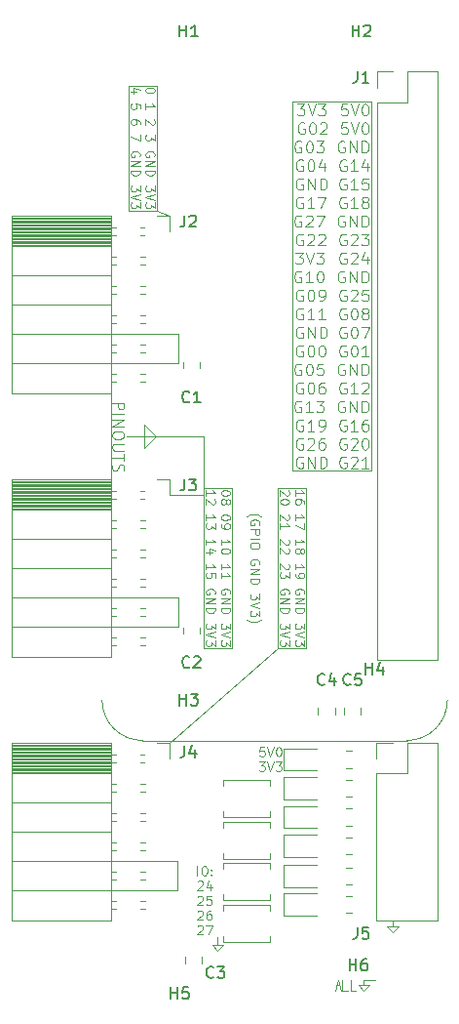
<source format=gbr>
%TF.GenerationSoftware,KiCad,Pcbnew,9.0.7*%
%TF.CreationDate,2026-02-02T21:57:32-08:00*%
%TF.ProjectId,IcePi_Zero_PMOD_Breakout,49636550-695f-45a6-9572-6f5f504d4f44,rev?*%
%TF.SameCoordinates,Original*%
%TF.FileFunction,Legend,Top*%
%TF.FilePolarity,Positive*%
%FSLAX46Y46*%
G04 Gerber Fmt 4.6, Leading zero omitted, Abs format (unit mm)*
G04 Created by KiCad (PCBNEW 9.0.7) date 2026-02-02 21:57:32*
%MOMM*%
%LPD*%
G01*
G04 APERTURE LIST*
%ADD10C,0.100000*%
%ADD11C,0.125000*%
%ADD12C,0.150000*%
%ADD13C,0.120000*%
G04 APERTURE END LIST*
D10*
X76300000Y-116300000D02*
X76300000Y-117000000D01*
X87125000Y-121000000D02*
X87625000Y-121000000D01*
D11*
X81500000Y-91250000D02*
X72130000Y-99500000D01*
D10*
X87125000Y-120000000D02*
X87125000Y-121000000D01*
X76800000Y-117000000D02*
X76300000Y-117000000D01*
X75100000Y-72900000D02*
X75100000Y-77350000D01*
X67020000Y-112260000D02*
X72800000Y-112260000D01*
X89000000Y-120000000D02*
X89000000Y-120500000D01*
X91500000Y-114900000D02*
X91500000Y-115400000D01*
X76300000Y-117500000D02*
X76800000Y-117000000D01*
X68350000Y-72900000D02*
X70900000Y-72900000D01*
X70900000Y-72900000D02*
X75100000Y-72900000D01*
X92749999Y-99249998D02*
X69750000Y-99250000D01*
X86600000Y-120500000D02*
X86850000Y-120500000D01*
X68550000Y-42500000D02*
X71050000Y-42500000D01*
X71050000Y-53300000D01*
X68550000Y-53300000D01*
X68550000Y-42500000D01*
X82750000Y-43850000D02*
X89650000Y-43850000D01*
X89650000Y-75850000D01*
X82750000Y-75850000D01*
X82750000Y-43850000D01*
X87825000Y-120000000D02*
X87825000Y-121000000D01*
X72800000Y-109720000D02*
X67020000Y-109720000D01*
X67020000Y-69140000D02*
X67020000Y-76640000D01*
X81500000Y-77350000D02*
X84000000Y-77350000D01*
X84000000Y-91250000D01*
X81500000Y-91250000D01*
X81500000Y-77350000D01*
X75800000Y-117000000D02*
X76300000Y-117500000D01*
X72840000Y-89390000D02*
X72840000Y-86850000D01*
X87825000Y-121000000D02*
X88325000Y-121000000D01*
X69750000Y-99250000D02*
G75*
G02*
X66250000Y-95750000I0J3500000D01*
G01*
X72840000Y-64000000D02*
X67060000Y-64000000D01*
X91000000Y-115400000D02*
X91500000Y-115900000D01*
X91500000Y-115900000D02*
X92000000Y-115400000D01*
X76300000Y-117000000D02*
X75800000Y-117000000D01*
X67060000Y-66540000D02*
X72840000Y-66540000D01*
X89500000Y-120500000D02*
X89000000Y-120500000D01*
X86475000Y-121000000D02*
X86725000Y-120000000D01*
X72800000Y-112260000D02*
X72800000Y-109720000D01*
X69900000Y-73900000D02*
X70900000Y-72900000D01*
X91500000Y-115400000D02*
X91000000Y-115400000D01*
X70900000Y-72900000D02*
X69900000Y-71900000D01*
X72840000Y-86850000D02*
X67060000Y-86850000D01*
X96249999Y-95749999D02*
G75*
G02*
X92749999Y-99249999I-3499999J-1D01*
G01*
X88500000Y-120500000D02*
X89000000Y-121000000D01*
X72840000Y-66540000D02*
X72840000Y-64000000D01*
D11*
X71050000Y-53300000D02*
X72130000Y-53780000D01*
X72130000Y-77970000D02*
X75050000Y-77970000D01*
D10*
X75100000Y-77350000D02*
X77550000Y-77350000D01*
X77550000Y-91250000D01*
X75100000Y-91250000D01*
X75100000Y-77350000D01*
X69900000Y-71900000D02*
X69900000Y-73900000D01*
X89000000Y-120500000D02*
X88500000Y-120500000D01*
X86725000Y-120000000D02*
X86975000Y-121000000D01*
X67060000Y-89390000D02*
X72840000Y-89390000D01*
X89000000Y-121000000D02*
X89500000Y-120500000D01*
X92000000Y-115400000D02*
X91500000Y-115400000D01*
X89000000Y-120000000D02*
X90000000Y-120000000D01*
X83005834Y-78014284D02*
X83005834Y-77557141D01*
X83005834Y-77785713D02*
X83805834Y-77785713D01*
X83805834Y-77785713D02*
X83691549Y-77709522D01*
X83691549Y-77709522D02*
X83615358Y-77633332D01*
X83615358Y-77633332D02*
X83577263Y-77557141D01*
X83805834Y-78699999D02*
X83805834Y-78547618D01*
X83805834Y-78547618D02*
X83767739Y-78471427D01*
X83767739Y-78471427D02*
X83729644Y-78433332D01*
X83729644Y-78433332D02*
X83615358Y-78357142D01*
X83615358Y-78357142D02*
X83462977Y-78319046D01*
X83462977Y-78319046D02*
X83158215Y-78319046D01*
X83158215Y-78319046D02*
X83082025Y-78357142D01*
X83082025Y-78357142D02*
X83043930Y-78395237D01*
X83043930Y-78395237D02*
X83005834Y-78471427D01*
X83005834Y-78471427D02*
X83005834Y-78623808D01*
X83005834Y-78623808D02*
X83043930Y-78699999D01*
X83043930Y-78699999D02*
X83082025Y-78738094D01*
X83082025Y-78738094D02*
X83158215Y-78776189D01*
X83158215Y-78776189D02*
X83348691Y-78776189D01*
X83348691Y-78776189D02*
X83424882Y-78738094D01*
X83424882Y-78738094D02*
X83462977Y-78699999D01*
X83462977Y-78699999D02*
X83501072Y-78623808D01*
X83501072Y-78623808D02*
X83501072Y-78471427D01*
X83501072Y-78471427D02*
X83462977Y-78395237D01*
X83462977Y-78395237D02*
X83424882Y-78357142D01*
X83424882Y-78357142D02*
X83348691Y-78319046D01*
X83005834Y-80147618D02*
X83005834Y-79690475D01*
X83005834Y-79919047D02*
X83805834Y-79919047D01*
X83805834Y-79919047D02*
X83691549Y-79842856D01*
X83691549Y-79842856D02*
X83615358Y-79766666D01*
X83615358Y-79766666D02*
X83577263Y-79690475D01*
X83805834Y-80414285D02*
X83805834Y-80947619D01*
X83805834Y-80947619D02*
X83005834Y-80604761D01*
X83005834Y-82280952D02*
X83005834Y-81823809D01*
X83005834Y-82052381D02*
X83805834Y-82052381D01*
X83805834Y-82052381D02*
X83691549Y-81976190D01*
X83691549Y-81976190D02*
X83615358Y-81900000D01*
X83615358Y-81900000D02*
X83577263Y-81823809D01*
X83462977Y-82738095D02*
X83501072Y-82661905D01*
X83501072Y-82661905D02*
X83539168Y-82623810D01*
X83539168Y-82623810D02*
X83615358Y-82585714D01*
X83615358Y-82585714D02*
X83653453Y-82585714D01*
X83653453Y-82585714D02*
X83729644Y-82623810D01*
X83729644Y-82623810D02*
X83767739Y-82661905D01*
X83767739Y-82661905D02*
X83805834Y-82738095D01*
X83805834Y-82738095D02*
X83805834Y-82890476D01*
X83805834Y-82890476D02*
X83767739Y-82966667D01*
X83767739Y-82966667D02*
X83729644Y-83004762D01*
X83729644Y-83004762D02*
X83653453Y-83042857D01*
X83653453Y-83042857D02*
X83615358Y-83042857D01*
X83615358Y-83042857D02*
X83539168Y-83004762D01*
X83539168Y-83004762D02*
X83501072Y-82966667D01*
X83501072Y-82966667D02*
X83462977Y-82890476D01*
X83462977Y-82890476D02*
X83462977Y-82738095D01*
X83462977Y-82738095D02*
X83424882Y-82661905D01*
X83424882Y-82661905D02*
X83386787Y-82623810D01*
X83386787Y-82623810D02*
X83310596Y-82585714D01*
X83310596Y-82585714D02*
X83158215Y-82585714D01*
X83158215Y-82585714D02*
X83082025Y-82623810D01*
X83082025Y-82623810D02*
X83043930Y-82661905D01*
X83043930Y-82661905D02*
X83005834Y-82738095D01*
X83005834Y-82738095D02*
X83005834Y-82890476D01*
X83005834Y-82890476D02*
X83043930Y-82966667D01*
X83043930Y-82966667D02*
X83082025Y-83004762D01*
X83082025Y-83004762D02*
X83158215Y-83042857D01*
X83158215Y-83042857D02*
X83310596Y-83042857D01*
X83310596Y-83042857D02*
X83386787Y-83004762D01*
X83386787Y-83004762D02*
X83424882Y-82966667D01*
X83424882Y-82966667D02*
X83462977Y-82890476D01*
X83005834Y-84414286D02*
X83005834Y-83957143D01*
X83005834Y-84185715D02*
X83805834Y-84185715D01*
X83805834Y-84185715D02*
X83691549Y-84109524D01*
X83691549Y-84109524D02*
X83615358Y-84033334D01*
X83615358Y-84033334D02*
X83577263Y-83957143D01*
X83005834Y-84795239D02*
X83005834Y-84947620D01*
X83005834Y-84947620D02*
X83043930Y-85023810D01*
X83043930Y-85023810D02*
X83082025Y-85061906D01*
X83082025Y-85061906D02*
X83196310Y-85138096D01*
X83196310Y-85138096D02*
X83348691Y-85176191D01*
X83348691Y-85176191D02*
X83653453Y-85176191D01*
X83653453Y-85176191D02*
X83729644Y-85138096D01*
X83729644Y-85138096D02*
X83767739Y-85100001D01*
X83767739Y-85100001D02*
X83805834Y-85023810D01*
X83805834Y-85023810D02*
X83805834Y-84871429D01*
X83805834Y-84871429D02*
X83767739Y-84795239D01*
X83767739Y-84795239D02*
X83729644Y-84757144D01*
X83729644Y-84757144D02*
X83653453Y-84719048D01*
X83653453Y-84719048D02*
X83462977Y-84719048D01*
X83462977Y-84719048D02*
X83386787Y-84757144D01*
X83386787Y-84757144D02*
X83348691Y-84795239D01*
X83348691Y-84795239D02*
X83310596Y-84871429D01*
X83310596Y-84871429D02*
X83310596Y-85023810D01*
X83310596Y-85023810D02*
X83348691Y-85100001D01*
X83348691Y-85100001D02*
X83386787Y-85138096D01*
X83386787Y-85138096D02*
X83462977Y-85176191D01*
X83767739Y-86547620D02*
X83805834Y-86471430D01*
X83805834Y-86471430D02*
X83805834Y-86357144D01*
X83805834Y-86357144D02*
X83767739Y-86242858D01*
X83767739Y-86242858D02*
X83691549Y-86166668D01*
X83691549Y-86166668D02*
X83615358Y-86128573D01*
X83615358Y-86128573D02*
X83462977Y-86090477D01*
X83462977Y-86090477D02*
X83348691Y-86090477D01*
X83348691Y-86090477D02*
X83196310Y-86128573D01*
X83196310Y-86128573D02*
X83120120Y-86166668D01*
X83120120Y-86166668D02*
X83043930Y-86242858D01*
X83043930Y-86242858D02*
X83005834Y-86357144D01*
X83005834Y-86357144D02*
X83005834Y-86433335D01*
X83005834Y-86433335D02*
X83043930Y-86547620D01*
X83043930Y-86547620D02*
X83082025Y-86585716D01*
X83082025Y-86585716D02*
X83348691Y-86585716D01*
X83348691Y-86585716D02*
X83348691Y-86433335D01*
X83005834Y-86928573D02*
X83805834Y-86928573D01*
X83805834Y-86928573D02*
X83005834Y-87385716D01*
X83005834Y-87385716D02*
X83805834Y-87385716D01*
X83005834Y-87766668D02*
X83805834Y-87766668D01*
X83805834Y-87766668D02*
X83805834Y-87957144D01*
X83805834Y-87957144D02*
X83767739Y-88071430D01*
X83767739Y-88071430D02*
X83691549Y-88147620D01*
X83691549Y-88147620D02*
X83615358Y-88185715D01*
X83615358Y-88185715D02*
X83462977Y-88223811D01*
X83462977Y-88223811D02*
X83348691Y-88223811D01*
X83348691Y-88223811D02*
X83196310Y-88185715D01*
X83196310Y-88185715D02*
X83120120Y-88147620D01*
X83120120Y-88147620D02*
X83043930Y-88071430D01*
X83043930Y-88071430D02*
X83005834Y-87957144D01*
X83005834Y-87957144D02*
X83005834Y-87766668D01*
X83805834Y-89100001D02*
X83805834Y-89595239D01*
X83805834Y-89595239D02*
X83501072Y-89328573D01*
X83501072Y-89328573D02*
X83501072Y-89442858D01*
X83501072Y-89442858D02*
X83462977Y-89519049D01*
X83462977Y-89519049D02*
X83424882Y-89557144D01*
X83424882Y-89557144D02*
X83348691Y-89595239D01*
X83348691Y-89595239D02*
X83158215Y-89595239D01*
X83158215Y-89595239D02*
X83082025Y-89557144D01*
X83082025Y-89557144D02*
X83043930Y-89519049D01*
X83043930Y-89519049D02*
X83005834Y-89442858D01*
X83005834Y-89442858D02*
X83005834Y-89214287D01*
X83005834Y-89214287D02*
X83043930Y-89138096D01*
X83043930Y-89138096D02*
X83082025Y-89100001D01*
X83805834Y-89823811D02*
X83005834Y-90090478D01*
X83005834Y-90090478D02*
X83805834Y-90357144D01*
X83805834Y-90547620D02*
X83805834Y-91042858D01*
X83805834Y-91042858D02*
X83501072Y-90776192D01*
X83501072Y-90776192D02*
X83501072Y-90890477D01*
X83501072Y-90890477D02*
X83462977Y-90966668D01*
X83462977Y-90966668D02*
X83424882Y-91004763D01*
X83424882Y-91004763D02*
X83348691Y-91042858D01*
X83348691Y-91042858D02*
X83158215Y-91042858D01*
X83158215Y-91042858D02*
X83082025Y-91004763D01*
X83082025Y-91004763D02*
X83043930Y-90966668D01*
X83043930Y-90966668D02*
X83005834Y-90890477D01*
X83005834Y-90890477D02*
X83005834Y-90661906D01*
X83005834Y-90661906D02*
X83043930Y-90585715D01*
X83043930Y-90585715D02*
X83082025Y-90547620D01*
X82441689Y-77557141D02*
X82479784Y-77595237D01*
X82479784Y-77595237D02*
X82517879Y-77671427D01*
X82517879Y-77671427D02*
X82517879Y-77861903D01*
X82517879Y-77861903D02*
X82479784Y-77938094D01*
X82479784Y-77938094D02*
X82441689Y-77976189D01*
X82441689Y-77976189D02*
X82365498Y-78014284D01*
X82365498Y-78014284D02*
X82289308Y-78014284D01*
X82289308Y-78014284D02*
X82175022Y-77976189D01*
X82175022Y-77976189D02*
X81717879Y-77519046D01*
X81717879Y-77519046D02*
X81717879Y-78014284D01*
X82517879Y-78509523D02*
X82517879Y-78585713D01*
X82517879Y-78585713D02*
X82479784Y-78661904D01*
X82479784Y-78661904D02*
X82441689Y-78699999D01*
X82441689Y-78699999D02*
X82365498Y-78738094D01*
X82365498Y-78738094D02*
X82213117Y-78776189D01*
X82213117Y-78776189D02*
X82022641Y-78776189D01*
X82022641Y-78776189D02*
X81870260Y-78738094D01*
X81870260Y-78738094D02*
X81794070Y-78699999D01*
X81794070Y-78699999D02*
X81755975Y-78661904D01*
X81755975Y-78661904D02*
X81717879Y-78585713D01*
X81717879Y-78585713D02*
X81717879Y-78509523D01*
X81717879Y-78509523D02*
X81755975Y-78433332D01*
X81755975Y-78433332D02*
X81794070Y-78395237D01*
X81794070Y-78395237D02*
X81870260Y-78357142D01*
X81870260Y-78357142D02*
X82022641Y-78319046D01*
X82022641Y-78319046D02*
X82213117Y-78319046D01*
X82213117Y-78319046D02*
X82365498Y-78357142D01*
X82365498Y-78357142D02*
X82441689Y-78395237D01*
X82441689Y-78395237D02*
X82479784Y-78433332D01*
X82479784Y-78433332D02*
X82517879Y-78509523D01*
X82441689Y-79690475D02*
X82479784Y-79728571D01*
X82479784Y-79728571D02*
X82517879Y-79804761D01*
X82517879Y-79804761D02*
X82517879Y-79995237D01*
X82517879Y-79995237D02*
X82479784Y-80071428D01*
X82479784Y-80071428D02*
X82441689Y-80109523D01*
X82441689Y-80109523D02*
X82365498Y-80147618D01*
X82365498Y-80147618D02*
X82289308Y-80147618D01*
X82289308Y-80147618D02*
X82175022Y-80109523D01*
X82175022Y-80109523D02*
X81717879Y-79652380D01*
X81717879Y-79652380D02*
X81717879Y-80147618D01*
X81717879Y-80909523D02*
X81717879Y-80452380D01*
X81717879Y-80680952D02*
X82517879Y-80680952D01*
X82517879Y-80680952D02*
X82403594Y-80604761D01*
X82403594Y-80604761D02*
X82327403Y-80528571D01*
X82327403Y-80528571D02*
X82289308Y-80452380D01*
X82441689Y-81823809D02*
X82479784Y-81861905D01*
X82479784Y-81861905D02*
X82517879Y-81938095D01*
X82517879Y-81938095D02*
X82517879Y-82128571D01*
X82517879Y-82128571D02*
X82479784Y-82204762D01*
X82479784Y-82204762D02*
X82441689Y-82242857D01*
X82441689Y-82242857D02*
X82365498Y-82280952D01*
X82365498Y-82280952D02*
X82289308Y-82280952D01*
X82289308Y-82280952D02*
X82175022Y-82242857D01*
X82175022Y-82242857D02*
X81717879Y-81785714D01*
X81717879Y-81785714D02*
X81717879Y-82280952D01*
X82441689Y-82585714D02*
X82479784Y-82623810D01*
X82479784Y-82623810D02*
X82517879Y-82700000D01*
X82517879Y-82700000D02*
X82517879Y-82890476D01*
X82517879Y-82890476D02*
X82479784Y-82966667D01*
X82479784Y-82966667D02*
X82441689Y-83004762D01*
X82441689Y-83004762D02*
X82365498Y-83042857D01*
X82365498Y-83042857D02*
X82289308Y-83042857D01*
X82289308Y-83042857D02*
X82175022Y-83004762D01*
X82175022Y-83004762D02*
X81717879Y-82547619D01*
X81717879Y-82547619D02*
X81717879Y-83042857D01*
X82441689Y-83957143D02*
X82479784Y-83995239D01*
X82479784Y-83995239D02*
X82517879Y-84071429D01*
X82517879Y-84071429D02*
X82517879Y-84261905D01*
X82517879Y-84261905D02*
X82479784Y-84338096D01*
X82479784Y-84338096D02*
X82441689Y-84376191D01*
X82441689Y-84376191D02*
X82365498Y-84414286D01*
X82365498Y-84414286D02*
X82289308Y-84414286D01*
X82289308Y-84414286D02*
X82175022Y-84376191D01*
X82175022Y-84376191D02*
X81717879Y-83919048D01*
X81717879Y-83919048D02*
X81717879Y-84414286D01*
X82517879Y-84680953D02*
X82517879Y-85176191D01*
X82517879Y-85176191D02*
X82213117Y-84909525D01*
X82213117Y-84909525D02*
X82213117Y-85023810D01*
X82213117Y-85023810D02*
X82175022Y-85100001D01*
X82175022Y-85100001D02*
X82136927Y-85138096D01*
X82136927Y-85138096D02*
X82060736Y-85176191D01*
X82060736Y-85176191D02*
X81870260Y-85176191D01*
X81870260Y-85176191D02*
X81794070Y-85138096D01*
X81794070Y-85138096D02*
X81755975Y-85100001D01*
X81755975Y-85100001D02*
X81717879Y-85023810D01*
X81717879Y-85023810D02*
X81717879Y-84795239D01*
X81717879Y-84795239D02*
X81755975Y-84719048D01*
X81755975Y-84719048D02*
X81794070Y-84680953D01*
X82479784Y-86547620D02*
X82517879Y-86471430D01*
X82517879Y-86471430D02*
X82517879Y-86357144D01*
X82517879Y-86357144D02*
X82479784Y-86242858D01*
X82479784Y-86242858D02*
X82403594Y-86166668D01*
X82403594Y-86166668D02*
X82327403Y-86128573D01*
X82327403Y-86128573D02*
X82175022Y-86090477D01*
X82175022Y-86090477D02*
X82060736Y-86090477D01*
X82060736Y-86090477D02*
X81908355Y-86128573D01*
X81908355Y-86128573D02*
X81832165Y-86166668D01*
X81832165Y-86166668D02*
X81755975Y-86242858D01*
X81755975Y-86242858D02*
X81717879Y-86357144D01*
X81717879Y-86357144D02*
X81717879Y-86433335D01*
X81717879Y-86433335D02*
X81755975Y-86547620D01*
X81755975Y-86547620D02*
X81794070Y-86585716D01*
X81794070Y-86585716D02*
X82060736Y-86585716D01*
X82060736Y-86585716D02*
X82060736Y-86433335D01*
X81717879Y-86928573D02*
X82517879Y-86928573D01*
X82517879Y-86928573D02*
X81717879Y-87385716D01*
X81717879Y-87385716D02*
X82517879Y-87385716D01*
X81717879Y-87766668D02*
X82517879Y-87766668D01*
X82517879Y-87766668D02*
X82517879Y-87957144D01*
X82517879Y-87957144D02*
X82479784Y-88071430D01*
X82479784Y-88071430D02*
X82403594Y-88147620D01*
X82403594Y-88147620D02*
X82327403Y-88185715D01*
X82327403Y-88185715D02*
X82175022Y-88223811D01*
X82175022Y-88223811D02*
X82060736Y-88223811D01*
X82060736Y-88223811D02*
X81908355Y-88185715D01*
X81908355Y-88185715D02*
X81832165Y-88147620D01*
X81832165Y-88147620D02*
X81755975Y-88071430D01*
X81755975Y-88071430D02*
X81717879Y-87957144D01*
X81717879Y-87957144D02*
X81717879Y-87766668D01*
X82517879Y-89100001D02*
X82517879Y-89595239D01*
X82517879Y-89595239D02*
X82213117Y-89328573D01*
X82213117Y-89328573D02*
X82213117Y-89442858D01*
X82213117Y-89442858D02*
X82175022Y-89519049D01*
X82175022Y-89519049D02*
X82136927Y-89557144D01*
X82136927Y-89557144D02*
X82060736Y-89595239D01*
X82060736Y-89595239D02*
X81870260Y-89595239D01*
X81870260Y-89595239D02*
X81794070Y-89557144D01*
X81794070Y-89557144D02*
X81755975Y-89519049D01*
X81755975Y-89519049D02*
X81717879Y-89442858D01*
X81717879Y-89442858D02*
X81717879Y-89214287D01*
X81717879Y-89214287D02*
X81755975Y-89138096D01*
X81755975Y-89138096D02*
X81794070Y-89100001D01*
X82517879Y-89823811D02*
X81717879Y-90090478D01*
X81717879Y-90090478D02*
X82517879Y-90357144D01*
X82517879Y-90547620D02*
X82517879Y-91042858D01*
X82517879Y-91042858D02*
X82213117Y-90776192D01*
X82213117Y-90776192D02*
X82213117Y-90890477D01*
X82213117Y-90890477D02*
X82175022Y-90966668D01*
X82175022Y-90966668D02*
X82136927Y-91004763D01*
X82136927Y-91004763D02*
X82060736Y-91042858D01*
X82060736Y-91042858D02*
X81870260Y-91042858D01*
X81870260Y-91042858D02*
X81794070Y-91004763D01*
X81794070Y-91004763D02*
X81755975Y-90966668D01*
X81755975Y-90966668D02*
X81717879Y-90890477D01*
X81717879Y-90890477D02*
X81717879Y-90661906D01*
X81717879Y-90661906D02*
X81755975Y-90585715D01*
X81755975Y-90585715D02*
X81794070Y-90547620D01*
X78837207Y-79842857D02*
X78875303Y-79804762D01*
X78875303Y-79804762D02*
X78989588Y-79728571D01*
X78989588Y-79728571D02*
X79065779Y-79690476D01*
X79065779Y-79690476D02*
X79180065Y-79652381D01*
X79180065Y-79652381D02*
X79370541Y-79614286D01*
X79370541Y-79614286D02*
X79522922Y-79614286D01*
X79522922Y-79614286D02*
X79713398Y-79652381D01*
X79713398Y-79652381D02*
X79827684Y-79690476D01*
X79827684Y-79690476D02*
X79903874Y-79728571D01*
X79903874Y-79728571D02*
X80018160Y-79804762D01*
X80018160Y-79804762D02*
X80056255Y-79842857D01*
X79903874Y-80566666D02*
X79941969Y-80490476D01*
X79941969Y-80490476D02*
X79941969Y-80376190D01*
X79941969Y-80376190D02*
X79903874Y-80261904D01*
X79903874Y-80261904D02*
X79827684Y-80185714D01*
X79827684Y-80185714D02*
X79751493Y-80147619D01*
X79751493Y-80147619D02*
X79599112Y-80109523D01*
X79599112Y-80109523D02*
X79484826Y-80109523D01*
X79484826Y-80109523D02*
X79332445Y-80147619D01*
X79332445Y-80147619D02*
X79256255Y-80185714D01*
X79256255Y-80185714D02*
X79180065Y-80261904D01*
X79180065Y-80261904D02*
X79141969Y-80376190D01*
X79141969Y-80376190D02*
X79141969Y-80452381D01*
X79141969Y-80452381D02*
X79180065Y-80566666D01*
X79180065Y-80566666D02*
X79218160Y-80604762D01*
X79218160Y-80604762D02*
X79484826Y-80604762D01*
X79484826Y-80604762D02*
X79484826Y-80452381D01*
X79141969Y-80947619D02*
X79941969Y-80947619D01*
X79941969Y-80947619D02*
X79941969Y-81252381D01*
X79941969Y-81252381D02*
X79903874Y-81328571D01*
X79903874Y-81328571D02*
X79865779Y-81366666D01*
X79865779Y-81366666D02*
X79789588Y-81404762D01*
X79789588Y-81404762D02*
X79675303Y-81404762D01*
X79675303Y-81404762D02*
X79599112Y-81366666D01*
X79599112Y-81366666D02*
X79561017Y-81328571D01*
X79561017Y-81328571D02*
X79522922Y-81252381D01*
X79522922Y-81252381D02*
X79522922Y-80947619D01*
X79141969Y-81747619D02*
X79941969Y-81747619D01*
X79941969Y-82280952D02*
X79941969Y-82433333D01*
X79941969Y-82433333D02*
X79903874Y-82509523D01*
X79903874Y-82509523D02*
X79827684Y-82585714D01*
X79827684Y-82585714D02*
X79675303Y-82623809D01*
X79675303Y-82623809D02*
X79408636Y-82623809D01*
X79408636Y-82623809D02*
X79256255Y-82585714D01*
X79256255Y-82585714D02*
X79180065Y-82509523D01*
X79180065Y-82509523D02*
X79141969Y-82433333D01*
X79141969Y-82433333D02*
X79141969Y-82280952D01*
X79141969Y-82280952D02*
X79180065Y-82204761D01*
X79180065Y-82204761D02*
X79256255Y-82128571D01*
X79256255Y-82128571D02*
X79408636Y-82090475D01*
X79408636Y-82090475D02*
X79675303Y-82090475D01*
X79675303Y-82090475D02*
X79827684Y-82128571D01*
X79827684Y-82128571D02*
X79903874Y-82204761D01*
X79903874Y-82204761D02*
X79941969Y-82280952D01*
X79903874Y-83995237D02*
X79941969Y-83919047D01*
X79941969Y-83919047D02*
X79941969Y-83804761D01*
X79941969Y-83804761D02*
X79903874Y-83690475D01*
X79903874Y-83690475D02*
X79827684Y-83614285D01*
X79827684Y-83614285D02*
X79751493Y-83576190D01*
X79751493Y-83576190D02*
X79599112Y-83538094D01*
X79599112Y-83538094D02*
X79484826Y-83538094D01*
X79484826Y-83538094D02*
X79332445Y-83576190D01*
X79332445Y-83576190D02*
X79256255Y-83614285D01*
X79256255Y-83614285D02*
X79180065Y-83690475D01*
X79180065Y-83690475D02*
X79141969Y-83804761D01*
X79141969Y-83804761D02*
X79141969Y-83880952D01*
X79141969Y-83880952D02*
X79180065Y-83995237D01*
X79180065Y-83995237D02*
X79218160Y-84033333D01*
X79218160Y-84033333D02*
X79484826Y-84033333D01*
X79484826Y-84033333D02*
X79484826Y-83880952D01*
X79141969Y-84376190D02*
X79941969Y-84376190D01*
X79941969Y-84376190D02*
X79141969Y-84833333D01*
X79141969Y-84833333D02*
X79941969Y-84833333D01*
X79141969Y-85214285D02*
X79941969Y-85214285D01*
X79941969Y-85214285D02*
X79941969Y-85404761D01*
X79941969Y-85404761D02*
X79903874Y-85519047D01*
X79903874Y-85519047D02*
X79827684Y-85595237D01*
X79827684Y-85595237D02*
X79751493Y-85633332D01*
X79751493Y-85633332D02*
X79599112Y-85671428D01*
X79599112Y-85671428D02*
X79484826Y-85671428D01*
X79484826Y-85671428D02*
X79332445Y-85633332D01*
X79332445Y-85633332D02*
X79256255Y-85595237D01*
X79256255Y-85595237D02*
X79180065Y-85519047D01*
X79180065Y-85519047D02*
X79141969Y-85404761D01*
X79141969Y-85404761D02*
X79141969Y-85214285D01*
X79941969Y-86547618D02*
X79941969Y-87042856D01*
X79941969Y-87042856D02*
X79637207Y-86776190D01*
X79637207Y-86776190D02*
X79637207Y-86890475D01*
X79637207Y-86890475D02*
X79599112Y-86966666D01*
X79599112Y-86966666D02*
X79561017Y-87004761D01*
X79561017Y-87004761D02*
X79484826Y-87042856D01*
X79484826Y-87042856D02*
X79294350Y-87042856D01*
X79294350Y-87042856D02*
X79218160Y-87004761D01*
X79218160Y-87004761D02*
X79180065Y-86966666D01*
X79180065Y-86966666D02*
X79141969Y-86890475D01*
X79141969Y-86890475D02*
X79141969Y-86661904D01*
X79141969Y-86661904D02*
X79180065Y-86585713D01*
X79180065Y-86585713D02*
X79218160Y-86547618D01*
X79941969Y-87271428D02*
X79141969Y-87538095D01*
X79141969Y-87538095D02*
X79941969Y-87804761D01*
X79941969Y-87995237D02*
X79941969Y-88490475D01*
X79941969Y-88490475D02*
X79637207Y-88223809D01*
X79637207Y-88223809D02*
X79637207Y-88338094D01*
X79637207Y-88338094D02*
X79599112Y-88414285D01*
X79599112Y-88414285D02*
X79561017Y-88452380D01*
X79561017Y-88452380D02*
X79484826Y-88490475D01*
X79484826Y-88490475D02*
X79294350Y-88490475D01*
X79294350Y-88490475D02*
X79218160Y-88452380D01*
X79218160Y-88452380D02*
X79180065Y-88414285D01*
X79180065Y-88414285D02*
X79141969Y-88338094D01*
X79141969Y-88338094D02*
X79141969Y-88109523D01*
X79141969Y-88109523D02*
X79180065Y-88033332D01*
X79180065Y-88033332D02*
X79218160Y-87995237D01*
X78837207Y-88757142D02*
X78875303Y-88795237D01*
X78875303Y-88795237D02*
X78989588Y-88871428D01*
X78989588Y-88871428D02*
X79065779Y-88909523D01*
X79065779Y-88909523D02*
X79180065Y-88947618D01*
X79180065Y-88947618D02*
X79370541Y-88985714D01*
X79370541Y-88985714D02*
X79522922Y-88985714D01*
X79522922Y-88985714D02*
X79713398Y-88947618D01*
X79713398Y-88947618D02*
X79827684Y-88909523D01*
X79827684Y-88909523D02*
X79903874Y-88871428D01*
X79903874Y-88871428D02*
X80018160Y-88795237D01*
X80018160Y-88795237D02*
X80056255Y-88757142D01*
X77366059Y-77747618D02*
X77366059Y-77823808D01*
X77366059Y-77823808D02*
X77327964Y-77899999D01*
X77327964Y-77899999D02*
X77289869Y-77938094D01*
X77289869Y-77938094D02*
X77213678Y-77976189D01*
X77213678Y-77976189D02*
X77061297Y-78014284D01*
X77061297Y-78014284D02*
X76870821Y-78014284D01*
X76870821Y-78014284D02*
X76718440Y-77976189D01*
X76718440Y-77976189D02*
X76642250Y-77938094D01*
X76642250Y-77938094D02*
X76604155Y-77899999D01*
X76604155Y-77899999D02*
X76566059Y-77823808D01*
X76566059Y-77823808D02*
X76566059Y-77747618D01*
X76566059Y-77747618D02*
X76604155Y-77671427D01*
X76604155Y-77671427D02*
X76642250Y-77633332D01*
X76642250Y-77633332D02*
X76718440Y-77595237D01*
X76718440Y-77595237D02*
X76870821Y-77557141D01*
X76870821Y-77557141D02*
X77061297Y-77557141D01*
X77061297Y-77557141D02*
X77213678Y-77595237D01*
X77213678Y-77595237D02*
X77289869Y-77633332D01*
X77289869Y-77633332D02*
X77327964Y-77671427D01*
X77327964Y-77671427D02*
X77366059Y-77747618D01*
X77023202Y-78471427D02*
X77061297Y-78395237D01*
X77061297Y-78395237D02*
X77099393Y-78357142D01*
X77099393Y-78357142D02*
X77175583Y-78319046D01*
X77175583Y-78319046D02*
X77213678Y-78319046D01*
X77213678Y-78319046D02*
X77289869Y-78357142D01*
X77289869Y-78357142D02*
X77327964Y-78395237D01*
X77327964Y-78395237D02*
X77366059Y-78471427D01*
X77366059Y-78471427D02*
X77366059Y-78623808D01*
X77366059Y-78623808D02*
X77327964Y-78699999D01*
X77327964Y-78699999D02*
X77289869Y-78738094D01*
X77289869Y-78738094D02*
X77213678Y-78776189D01*
X77213678Y-78776189D02*
X77175583Y-78776189D01*
X77175583Y-78776189D02*
X77099393Y-78738094D01*
X77099393Y-78738094D02*
X77061297Y-78699999D01*
X77061297Y-78699999D02*
X77023202Y-78623808D01*
X77023202Y-78623808D02*
X77023202Y-78471427D01*
X77023202Y-78471427D02*
X76985107Y-78395237D01*
X76985107Y-78395237D02*
X76947012Y-78357142D01*
X76947012Y-78357142D02*
X76870821Y-78319046D01*
X76870821Y-78319046D02*
X76718440Y-78319046D01*
X76718440Y-78319046D02*
X76642250Y-78357142D01*
X76642250Y-78357142D02*
X76604155Y-78395237D01*
X76604155Y-78395237D02*
X76566059Y-78471427D01*
X76566059Y-78471427D02*
X76566059Y-78623808D01*
X76566059Y-78623808D02*
X76604155Y-78699999D01*
X76604155Y-78699999D02*
X76642250Y-78738094D01*
X76642250Y-78738094D02*
X76718440Y-78776189D01*
X76718440Y-78776189D02*
X76870821Y-78776189D01*
X76870821Y-78776189D02*
X76947012Y-78738094D01*
X76947012Y-78738094D02*
X76985107Y-78699999D01*
X76985107Y-78699999D02*
X77023202Y-78623808D01*
X77366059Y-79880952D02*
X77366059Y-79957142D01*
X77366059Y-79957142D02*
X77327964Y-80033333D01*
X77327964Y-80033333D02*
X77289869Y-80071428D01*
X77289869Y-80071428D02*
X77213678Y-80109523D01*
X77213678Y-80109523D02*
X77061297Y-80147618D01*
X77061297Y-80147618D02*
X76870821Y-80147618D01*
X76870821Y-80147618D02*
X76718440Y-80109523D01*
X76718440Y-80109523D02*
X76642250Y-80071428D01*
X76642250Y-80071428D02*
X76604155Y-80033333D01*
X76604155Y-80033333D02*
X76566059Y-79957142D01*
X76566059Y-79957142D02*
X76566059Y-79880952D01*
X76566059Y-79880952D02*
X76604155Y-79804761D01*
X76604155Y-79804761D02*
X76642250Y-79766666D01*
X76642250Y-79766666D02*
X76718440Y-79728571D01*
X76718440Y-79728571D02*
X76870821Y-79690475D01*
X76870821Y-79690475D02*
X77061297Y-79690475D01*
X77061297Y-79690475D02*
X77213678Y-79728571D01*
X77213678Y-79728571D02*
X77289869Y-79766666D01*
X77289869Y-79766666D02*
X77327964Y-79804761D01*
X77327964Y-79804761D02*
X77366059Y-79880952D01*
X76566059Y-80528571D02*
X76566059Y-80680952D01*
X76566059Y-80680952D02*
X76604155Y-80757142D01*
X76604155Y-80757142D02*
X76642250Y-80795238D01*
X76642250Y-80795238D02*
X76756535Y-80871428D01*
X76756535Y-80871428D02*
X76908916Y-80909523D01*
X76908916Y-80909523D02*
X77213678Y-80909523D01*
X77213678Y-80909523D02*
X77289869Y-80871428D01*
X77289869Y-80871428D02*
X77327964Y-80833333D01*
X77327964Y-80833333D02*
X77366059Y-80757142D01*
X77366059Y-80757142D02*
X77366059Y-80604761D01*
X77366059Y-80604761D02*
X77327964Y-80528571D01*
X77327964Y-80528571D02*
X77289869Y-80490476D01*
X77289869Y-80490476D02*
X77213678Y-80452380D01*
X77213678Y-80452380D02*
X77023202Y-80452380D01*
X77023202Y-80452380D02*
X76947012Y-80490476D01*
X76947012Y-80490476D02*
X76908916Y-80528571D01*
X76908916Y-80528571D02*
X76870821Y-80604761D01*
X76870821Y-80604761D02*
X76870821Y-80757142D01*
X76870821Y-80757142D02*
X76908916Y-80833333D01*
X76908916Y-80833333D02*
X76947012Y-80871428D01*
X76947012Y-80871428D02*
X77023202Y-80909523D01*
X76566059Y-82280952D02*
X76566059Y-81823809D01*
X76566059Y-82052381D02*
X77366059Y-82052381D01*
X77366059Y-82052381D02*
X77251774Y-81976190D01*
X77251774Y-81976190D02*
X77175583Y-81900000D01*
X77175583Y-81900000D02*
X77137488Y-81823809D01*
X77366059Y-82776191D02*
X77366059Y-82852381D01*
X77366059Y-82852381D02*
X77327964Y-82928572D01*
X77327964Y-82928572D02*
X77289869Y-82966667D01*
X77289869Y-82966667D02*
X77213678Y-83004762D01*
X77213678Y-83004762D02*
X77061297Y-83042857D01*
X77061297Y-83042857D02*
X76870821Y-83042857D01*
X76870821Y-83042857D02*
X76718440Y-83004762D01*
X76718440Y-83004762D02*
X76642250Y-82966667D01*
X76642250Y-82966667D02*
X76604155Y-82928572D01*
X76604155Y-82928572D02*
X76566059Y-82852381D01*
X76566059Y-82852381D02*
X76566059Y-82776191D01*
X76566059Y-82776191D02*
X76604155Y-82700000D01*
X76604155Y-82700000D02*
X76642250Y-82661905D01*
X76642250Y-82661905D02*
X76718440Y-82623810D01*
X76718440Y-82623810D02*
X76870821Y-82585714D01*
X76870821Y-82585714D02*
X77061297Y-82585714D01*
X77061297Y-82585714D02*
X77213678Y-82623810D01*
X77213678Y-82623810D02*
X77289869Y-82661905D01*
X77289869Y-82661905D02*
X77327964Y-82700000D01*
X77327964Y-82700000D02*
X77366059Y-82776191D01*
X76566059Y-84414286D02*
X76566059Y-83957143D01*
X76566059Y-84185715D02*
X77366059Y-84185715D01*
X77366059Y-84185715D02*
X77251774Y-84109524D01*
X77251774Y-84109524D02*
X77175583Y-84033334D01*
X77175583Y-84033334D02*
X77137488Y-83957143D01*
X76566059Y-85176191D02*
X76566059Y-84719048D01*
X76566059Y-84947620D02*
X77366059Y-84947620D01*
X77366059Y-84947620D02*
X77251774Y-84871429D01*
X77251774Y-84871429D02*
X77175583Y-84795239D01*
X77175583Y-84795239D02*
X77137488Y-84719048D01*
X77327964Y-86547620D02*
X77366059Y-86471430D01*
X77366059Y-86471430D02*
X77366059Y-86357144D01*
X77366059Y-86357144D02*
X77327964Y-86242858D01*
X77327964Y-86242858D02*
X77251774Y-86166668D01*
X77251774Y-86166668D02*
X77175583Y-86128573D01*
X77175583Y-86128573D02*
X77023202Y-86090477D01*
X77023202Y-86090477D02*
X76908916Y-86090477D01*
X76908916Y-86090477D02*
X76756535Y-86128573D01*
X76756535Y-86128573D02*
X76680345Y-86166668D01*
X76680345Y-86166668D02*
X76604155Y-86242858D01*
X76604155Y-86242858D02*
X76566059Y-86357144D01*
X76566059Y-86357144D02*
X76566059Y-86433335D01*
X76566059Y-86433335D02*
X76604155Y-86547620D01*
X76604155Y-86547620D02*
X76642250Y-86585716D01*
X76642250Y-86585716D02*
X76908916Y-86585716D01*
X76908916Y-86585716D02*
X76908916Y-86433335D01*
X76566059Y-86928573D02*
X77366059Y-86928573D01*
X77366059Y-86928573D02*
X76566059Y-87385716D01*
X76566059Y-87385716D02*
X77366059Y-87385716D01*
X76566059Y-87766668D02*
X77366059Y-87766668D01*
X77366059Y-87766668D02*
X77366059Y-87957144D01*
X77366059Y-87957144D02*
X77327964Y-88071430D01*
X77327964Y-88071430D02*
X77251774Y-88147620D01*
X77251774Y-88147620D02*
X77175583Y-88185715D01*
X77175583Y-88185715D02*
X77023202Y-88223811D01*
X77023202Y-88223811D02*
X76908916Y-88223811D01*
X76908916Y-88223811D02*
X76756535Y-88185715D01*
X76756535Y-88185715D02*
X76680345Y-88147620D01*
X76680345Y-88147620D02*
X76604155Y-88071430D01*
X76604155Y-88071430D02*
X76566059Y-87957144D01*
X76566059Y-87957144D02*
X76566059Y-87766668D01*
X77366059Y-89100001D02*
X77366059Y-89595239D01*
X77366059Y-89595239D02*
X77061297Y-89328573D01*
X77061297Y-89328573D02*
X77061297Y-89442858D01*
X77061297Y-89442858D02*
X77023202Y-89519049D01*
X77023202Y-89519049D02*
X76985107Y-89557144D01*
X76985107Y-89557144D02*
X76908916Y-89595239D01*
X76908916Y-89595239D02*
X76718440Y-89595239D01*
X76718440Y-89595239D02*
X76642250Y-89557144D01*
X76642250Y-89557144D02*
X76604155Y-89519049D01*
X76604155Y-89519049D02*
X76566059Y-89442858D01*
X76566059Y-89442858D02*
X76566059Y-89214287D01*
X76566059Y-89214287D02*
X76604155Y-89138096D01*
X76604155Y-89138096D02*
X76642250Y-89100001D01*
X77366059Y-89823811D02*
X76566059Y-90090478D01*
X76566059Y-90090478D02*
X77366059Y-90357144D01*
X77366059Y-90547620D02*
X77366059Y-91042858D01*
X77366059Y-91042858D02*
X77061297Y-90776192D01*
X77061297Y-90776192D02*
X77061297Y-90890477D01*
X77061297Y-90890477D02*
X77023202Y-90966668D01*
X77023202Y-90966668D02*
X76985107Y-91004763D01*
X76985107Y-91004763D02*
X76908916Y-91042858D01*
X76908916Y-91042858D02*
X76718440Y-91042858D01*
X76718440Y-91042858D02*
X76642250Y-91004763D01*
X76642250Y-91004763D02*
X76604155Y-90966668D01*
X76604155Y-90966668D02*
X76566059Y-90890477D01*
X76566059Y-90890477D02*
X76566059Y-90661906D01*
X76566059Y-90661906D02*
X76604155Y-90585715D01*
X76604155Y-90585715D02*
X76642250Y-90547620D01*
X75278104Y-78014284D02*
X75278104Y-77557141D01*
X75278104Y-77785713D02*
X76078104Y-77785713D01*
X76078104Y-77785713D02*
X75963819Y-77709522D01*
X75963819Y-77709522D02*
X75887628Y-77633332D01*
X75887628Y-77633332D02*
X75849533Y-77557141D01*
X76001914Y-78319046D02*
X76040009Y-78357142D01*
X76040009Y-78357142D02*
X76078104Y-78433332D01*
X76078104Y-78433332D02*
X76078104Y-78623808D01*
X76078104Y-78623808D02*
X76040009Y-78699999D01*
X76040009Y-78699999D02*
X76001914Y-78738094D01*
X76001914Y-78738094D02*
X75925723Y-78776189D01*
X75925723Y-78776189D02*
X75849533Y-78776189D01*
X75849533Y-78776189D02*
X75735247Y-78738094D01*
X75735247Y-78738094D02*
X75278104Y-78280951D01*
X75278104Y-78280951D02*
X75278104Y-78776189D01*
X75278104Y-80147618D02*
X75278104Y-79690475D01*
X75278104Y-79919047D02*
X76078104Y-79919047D01*
X76078104Y-79919047D02*
X75963819Y-79842856D01*
X75963819Y-79842856D02*
X75887628Y-79766666D01*
X75887628Y-79766666D02*
X75849533Y-79690475D01*
X76078104Y-80414285D02*
X76078104Y-80909523D01*
X76078104Y-80909523D02*
X75773342Y-80642857D01*
X75773342Y-80642857D02*
X75773342Y-80757142D01*
X75773342Y-80757142D02*
X75735247Y-80833333D01*
X75735247Y-80833333D02*
X75697152Y-80871428D01*
X75697152Y-80871428D02*
X75620961Y-80909523D01*
X75620961Y-80909523D02*
X75430485Y-80909523D01*
X75430485Y-80909523D02*
X75354295Y-80871428D01*
X75354295Y-80871428D02*
X75316200Y-80833333D01*
X75316200Y-80833333D02*
X75278104Y-80757142D01*
X75278104Y-80757142D02*
X75278104Y-80528571D01*
X75278104Y-80528571D02*
X75316200Y-80452380D01*
X75316200Y-80452380D02*
X75354295Y-80414285D01*
X75278104Y-82280952D02*
X75278104Y-81823809D01*
X75278104Y-82052381D02*
X76078104Y-82052381D01*
X76078104Y-82052381D02*
X75963819Y-81976190D01*
X75963819Y-81976190D02*
X75887628Y-81900000D01*
X75887628Y-81900000D02*
X75849533Y-81823809D01*
X75811438Y-82966667D02*
X75278104Y-82966667D01*
X76116200Y-82776191D02*
X75544771Y-82585714D01*
X75544771Y-82585714D02*
X75544771Y-83080953D01*
X75278104Y-84414286D02*
X75278104Y-83957143D01*
X75278104Y-84185715D02*
X76078104Y-84185715D01*
X76078104Y-84185715D02*
X75963819Y-84109524D01*
X75963819Y-84109524D02*
X75887628Y-84033334D01*
X75887628Y-84033334D02*
X75849533Y-83957143D01*
X76078104Y-85138096D02*
X76078104Y-84757144D01*
X76078104Y-84757144D02*
X75697152Y-84719048D01*
X75697152Y-84719048D02*
X75735247Y-84757144D01*
X75735247Y-84757144D02*
X75773342Y-84833334D01*
X75773342Y-84833334D02*
X75773342Y-85023810D01*
X75773342Y-85023810D02*
X75735247Y-85100001D01*
X75735247Y-85100001D02*
X75697152Y-85138096D01*
X75697152Y-85138096D02*
X75620961Y-85176191D01*
X75620961Y-85176191D02*
X75430485Y-85176191D01*
X75430485Y-85176191D02*
X75354295Y-85138096D01*
X75354295Y-85138096D02*
X75316200Y-85100001D01*
X75316200Y-85100001D02*
X75278104Y-85023810D01*
X75278104Y-85023810D02*
X75278104Y-84833334D01*
X75278104Y-84833334D02*
X75316200Y-84757144D01*
X75316200Y-84757144D02*
X75354295Y-84719048D01*
X76040009Y-86547620D02*
X76078104Y-86471430D01*
X76078104Y-86471430D02*
X76078104Y-86357144D01*
X76078104Y-86357144D02*
X76040009Y-86242858D01*
X76040009Y-86242858D02*
X75963819Y-86166668D01*
X75963819Y-86166668D02*
X75887628Y-86128573D01*
X75887628Y-86128573D02*
X75735247Y-86090477D01*
X75735247Y-86090477D02*
X75620961Y-86090477D01*
X75620961Y-86090477D02*
X75468580Y-86128573D01*
X75468580Y-86128573D02*
X75392390Y-86166668D01*
X75392390Y-86166668D02*
X75316200Y-86242858D01*
X75316200Y-86242858D02*
X75278104Y-86357144D01*
X75278104Y-86357144D02*
X75278104Y-86433335D01*
X75278104Y-86433335D02*
X75316200Y-86547620D01*
X75316200Y-86547620D02*
X75354295Y-86585716D01*
X75354295Y-86585716D02*
X75620961Y-86585716D01*
X75620961Y-86585716D02*
X75620961Y-86433335D01*
X75278104Y-86928573D02*
X76078104Y-86928573D01*
X76078104Y-86928573D02*
X75278104Y-87385716D01*
X75278104Y-87385716D02*
X76078104Y-87385716D01*
X75278104Y-87766668D02*
X76078104Y-87766668D01*
X76078104Y-87766668D02*
X76078104Y-87957144D01*
X76078104Y-87957144D02*
X76040009Y-88071430D01*
X76040009Y-88071430D02*
X75963819Y-88147620D01*
X75963819Y-88147620D02*
X75887628Y-88185715D01*
X75887628Y-88185715D02*
X75735247Y-88223811D01*
X75735247Y-88223811D02*
X75620961Y-88223811D01*
X75620961Y-88223811D02*
X75468580Y-88185715D01*
X75468580Y-88185715D02*
X75392390Y-88147620D01*
X75392390Y-88147620D02*
X75316200Y-88071430D01*
X75316200Y-88071430D02*
X75278104Y-87957144D01*
X75278104Y-87957144D02*
X75278104Y-87766668D01*
X76078104Y-89100001D02*
X76078104Y-89595239D01*
X76078104Y-89595239D02*
X75773342Y-89328573D01*
X75773342Y-89328573D02*
X75773342Y-89442858D01*
X75773342Y-89442858D02*
X75735247Y-89519049D01*
X75735247Y-89519049D02*
X75697152Y-89557144D01*
X75697152Y-89557144D02*
X75620961Y-89595239D01*
X75620961Y-89595239D02*
X75430485Y-89595239D01*
X75430485Y-89595239D02*
X75354295Y-89557144D01*
X75354295Y-89557144D02*
X75316200Y-89519049D01*
X75316200Y-89519049D02*
X75278104Y-89442858D01*
X75278104Y-89442858D02*
X75278104Y-89214287D01*
X75278104Y-89214287D02*
X75316200Y-89138096D01*
X75316200Y-89138096D02*
X75354295Y-89100001D01*
X76078104Y-89823811D02*
X75278104Y-90090478D01*
X75278104Y-90090478D02*
X76078104Y-90357144D01*
X76078104Y-90547620D02*
X76078104Y-91042858D01*
X76078104Y-91042858D02*
X75773342Y-90776192D01*
X75773342Y-90776192D02*
X75773342Y-90890477D01*
X75773342Y-90890477D02*
X75735247Y-90966668D01*
X75735247Y-90966668D02*
X75697152Y-91004763D01*
X75697152Y-91004763D02*
X75620961Y-91042858D01*
X75620961Y-91042858D02*
X75430485Y-91042858D01*
X75430485Y-91042858D02*
X75354295Y-91004763D01*
X75354295Y-91004763D02*
X75316200Y-90966668D01*
X75316200Y-90966668D02*
X75278104Y-90890477D01*
X75278104Y-90890477D02*
X75278104Y-90661906D01*
X75278104Y-90661906D02*
X75316200Y-90585715D01*
X75316200Y-90585715D02*
X75354295Y-90547620D01*
X70829081Y-42834209D02*
X70829081Y-42910399D01*
X70829081Y-42910399D02*
X70790986Y-42986590D01*
X70790986Y-42986590D02*
X70752891Y-43024685D01*
X70752891Y-43024685D02*
X70676700Y-43062780D01*
X70676700Y-43062780D02*
X70524319Y-43100875D01*
X70524319Y-43100875D02*
X70333843Y-43100875D01*
X70333843Y-43100875D02*
X70181462Y-43062780D01*
X70181462Y-43062780D02*
X70105272Y-43024685D01*
X70105272Y-43024685D02*
X70067177Y-42986590D01*
X70067177Y-42986590D02*
X70029081Y-42910399D01*
X70029081Y-42910399D02*
X70029081Y-42834209D01*
X70029081Y-42834209D02*
X70067177Y-42758018D01*
X70067177Y-42758018D02*
X70105272Y-42719923D01*
X70105272Y-42719923D02*
X70181462Y-42681828D01*
X70181462Y-42681828D02*
X70333843Y-42643732D01*
X70333843Y-42643732D02*
X70524319Y-42643732D01*
X70524319Y-42643732D02*
X70676700Y-42681828D01*
X70676700Y-42681828D02*
X70752891Y-42719923D01*
X70752891Y-42719923D02*
X70790986Y-42758018D01*
X70790986Y-42758018D02*
X70829081Y-42834209D01*
X70029081Y-44472304D02*
X70029081Y-44015161D01*
X70029081Y-44243733D02*
X70829081Y-44243733D01*
X70829081Y-44243733D02*
X70714796Y-44167542D01*
X70714796Y-44167542D02*
X70638605Y-44091352D01*
X70638605Y-44091352D02*
X70600510Y-44015161D01*
X70752891Y-45386590D02*
X70790986Y-45424686D01*
X70790986Y-45424686D02*
X70829081Y-45500876D01*
X70829081Y-45500876D02*
X70829081Y-45691352D01*
X70829081Y-45691352D02*
X70790986Y-45767543D01*
X70790986Y-45767543D02*
X70752891Y-45805638D01*
X70752891Y-45805638D02*
X70676700Y-45843733D01*
X70676700Y-45843733D02*
X70600510Y-45843733D01*
X70600510Y-45843733D02*
X70486224Y-45805638D01*
X70486224Y-45805638D02*
X70029081Y-45348495D01*
X70029081Y-45348495D02*
X70029081Y-45843733D01*
X70829081Y-46719924D02*
X70829081Y-47215162D01*
X70829081Y-47215162D02*
X70524319Y-46948496D01*
X70524319Y-46948496D02*
X70524319Y-47062781D01*
X70524319Y-47062781D02*
X70486224Y-47138972D01*
X70486224Y-47138972D02*
X70448129Y-47177067D01*
X70448129Y-47177067D02*
X70371938Y-47215162D01*
X70371938Y-47215162D02*
X70181462Y-47215162D01*
X70181462Y-47215162D02*
X70105272Y-47177067D01*
X70105272Y-47177067D02*
X70067177Y-47138972D01*
X70067177Y-47138972D02*
X70029081Y-47062781D01*
X70029081Y-47062781D02*
X70029081Y-46834210D01*
X70029081Y-46834210D02*
X70067177Y-46758019D01*
X70067177Y-46758019D02*
X70105272Y-46719924D01*
X70790986Y-48586591D02*
X70829081Y-48510401D01*
X70829081Y-48510401D02*
X70829081Y-48396115D01*
X70829081Y-48396115D02*
X70790986Y-48281829D01*
X70790986Y-48281829D02*
X70714796Y-48205639D01*
X70714796Y-48205639D02*
X70638605Y-48167544D01*
X70638605Y-48167544D02*
X70486224Y-48129448D01*
X70486224Y-48129448D02*
X70371938Y-48129448D01*
X70371938Y-48129448D02*
X70219557Y-48167544D01*
X70219557Y-48167544D02*
X70143367Y-48205639D01*
X70143367Y-48205639D02*
X70067177Y-48281829D01*
X70067177Y-48281829D02*
X70029081Y-48396115D01*
X70029081Y-48396115D02*
X70029081Y-48472306D01*
X70029081Y-48472306D02*
X70067177Y-48586591D01*
X70067177Y-48586591D02*
X70105272Y-48624687D01*
X70105272Y-48624687D02*
X70371938Y-48624687D01*
X70371938Y-48624687D02*
X70371938Y-48472306D01*
X70029081Y-48967544D02*
X70829081Y-48967544D01*
X70829081Y-48967544D02*
X70029081Y-49424687D01*
X70029081Y-49424687D02*
X70829081Y-49424687D01*
X70029081Y-49805639D02*
X70829081Y-49805639D01*
X70829081Y-49805639D02*
X70829081Y-49996115D01*
X70829081Y-49996115D02*
X70790986Y-50110401D01*
X70790986Y-50110401D02*
X70714796Y-50186591D01*
X70714796Y-50186591D02*
X70638605Y-50224686D01*
X70638605Y-50224686D02*
X70486224Y-50262782D01*
X70486224Y-50262782D02*
X70371938Y-50262782D01*
X70371938Y-50262782D02*
X70219557Y-50224686D01*
X70219557Y-50224686D02*
X70143367Y-50186591D01*
X70143367Y-50186591D02*
X70067177Y-50110401D01*
X70067177Y-50110401D02*
X70029081Y-49996115D01*
X70029081Y-49996115D02*
X70029081Y-49805639D01*
X70829081Y-51138972D02*
X70829081Y-51634210D01*
X70829081Y-51634210D02*
X70524319Y-51367544D01*
X70524319Y-51367544D02*
X70524319Y-51481829D01*
X70524319Y-51481829D02*
X70486224Y-51558020D01*
X70486224Y-51558020D02*
X70448129Y-51596115D01*
X70448129Y-51596115D02*
X70371938Y-51634210D01*
X70371938Y-51634210D02*
X70181462Y-51634210D01*
X70181462Y-51634210D02*
X70105272Y-51596115D01*
X70105272Y-51596115D02*
X70067177Y-51558020D01*
X70067177Y-51558020D02*
X70029081Y-51481829D01*
X70029081Y-51481829D02*
X70029081Y-51253258D01*
X70029081Y-51253258D02*
X70067177Y-51177067D01*
X70067177Y-51177067D02*
X70105272Y-51138972D01*
X70829081Y-51862782D02*
X70029081Y-52129449D01*
X70029081Y-52129449D02*
X70829081Y-52396115D01*
X70829081Y-52586591D02*
X70829081Y-53081829D01*
X70829081Y-53081829D02*
X70524319Y-52815163D01*
X70524319Y-52815163D02*
X70524319Y-52929448D01*
X70524319Y-52929448D02*
X70486224Y-53005639D01*
X70486224Y-53005639D02*
X70448129Y-53043734D01*
X70448129Y-53043734D02*
X70371938Y-53081829D01*
X70371938Y-53081829D02*
X70181462Y-53081829D01*
X70181462Y-53081829D02*
X70105272Y-53043734D01*
X70105272Y-53043734D02*
X70067177Y-53005639D01*
X70067177Y-53005639D02*
X70029081Y-52929448D01*
X70029081Y-52929448D02*
X70029081Y-52700877D01*
X70029081Y-52700877D02*
X70067177Y-52624686D01*
X70067177Y-52624686D02*
X70105272Y-52586591D01*
X69274460Y-43024685D02*
X68741126Y-43024685D01*
X69579222Y-42834209D02*
X69007793Y-42643732D01*
X69007793Y-42643732D02*
X69007793Y-43138971D01*
X69541126Y-44434209D02*
X69541126Y-44053257D01*
X69541126Y-44053257D02*
X69160174Y-44015161D01*
X69160174Y-44015161D02*
X69198269Y-44053257D01*
X69198269Y-44053257D02*
X69236364Y-44129447D01*
X69236364Y-44129447D02*
X69236364Y-44319923D01*
X69236364Y-44319923D02*
X69198269Y-44396114D01*
X69198269Y-44396114D02*
X69160174Y-44434209D01*
X69160174Y-44434209D02*
X69083983Y-44472304D01*
X69083983Y-44472304D02*
X68893507Y-44472304D01*
X68893507Y-44472304D02*
X68817317Y-44434209D01*
X68817317Y-44434209D02*
X68779222Y-44396114D01*
X68779222Y-44396114D02*
X68741126Y-44319923D01*
X68741126Y-44319923D02*
X68741126Y-44129447D01*
X68741126Y-44129447D02*
X68779222Y-44053257D01*
X68779222Y-44053257D02*
X68817317Y-44015161D01*
X69541126Y-45767543D02*
X69541126Y-45615162D01*
X69541126Y-45615162D02*
X69503031Y-45538971D01*
X69503031Y-45538971D02*
X69464936Y-45500876D01*
X69464936Y-45500876D02*
X69350650Y-45424686D01*
X69350650Y-45424686D02*
X69198269Y-45386590D01*
X69198269Y-45386590D02*
X68893507Y-45386590D01*
X68893507Y-45386590D02*
X68817317Y-45424686D01*
X68817317Y-45424686D02*
X68779222Y-45462781D01*
X68779222Y-45462781D02*
X68741126Y-45538971D01*
X68741126Y-45538971D02*
X68741126Y-45691352D01*
X68741126Y-45691352D02*
X68779222Y-45767543D01*
X68779222Y-45767543D02*
X68817317Y-45805638D01*
X68817317Y-45805638D02*
X68893507Y-45843733D01*
X68893507Y-45843733D02*
X69083983Y-45843733D01*
X69083983Y-45843733D02*
X69160174Y-45805638D01*
X69160174Y-45805638D02*
X69198269Y-45767543D01*
X69198269Y-45767543D02*
X69236364Y-45691352D01*
X69236364Y-45691352D02*
X69236364Y-45538971D01*
X69236364Y-45538971D02*
X69198269Y-45462781D01*
X69198269Y-45462781D02*
X69160174Y-45424686D01*
X69160174Y-45424686D02*
X69083983Y-45386590D01*
X69541126Y-46719924D02*
X69541126Y-47253258D01*
X69541126Y-47253258D02*
X68741126Y-46910400D01*
X69503031Y-48586591D02*
X69541126Y-48510401D01*
X69541126Y-48510401D02*
X69541126Y-48396115D01*
X69541126Y-48396115D02*
X69503031Y-48281829D01*
X69503031Y-48281829D02*
X69426841Y-48205639D01*
X69426841Y-48205639D02*
X69350650Y-48167544D01*
X69350650Y-48167544D02*
X69198269Y-48129448D01*
X69198269Y-48129448D02*
X69083983Y-48129448D01*
X69083983Y-48129448D02*
X68931602Y-48167544D01*
X68931602Y-48167544D02*
X68855412Y-48205639D01*
X68855412Y-48205639D02*
X68779222Y-48281829D01*
X68779222Y-48281829D02*
X68741126Y-48396115D01*
X68741126Y-48396115D02*
X68741126Y-48472306D01*
X68741126Y-48472306D02*
X68779222Y-48586591D01*
X68779222Y-48586591D02*
X68817317Y-48624687D01*
X68817317Y-48624687D02*
X69083983Y-48624687D01*
X69083983Y-48624687D02*
X69083983Y-48472306D01*
X68741126Y-48967544D02*
X69541126Y-48967544D01*
X69541126Y-48967544D02*
X68741126Y-49424687D01*
X68741126Y-49424687D02*
X69541126Y-49424687D01*
X68741126Y-49805639D02*
X69541126Y-49805639D01*
X69541126Y-49805639D02*
X69541126Y-49996115D01*
X69541126Y-49996115D02*
X69503031Y-50110401D01*
X69503031Y-50110401D02*
X69426841Y-50186591D01*
X69426841Y-50186591D02*
X69350650Y-50224686D01*
X69350650Y-50224686D02*
X69198269Y-50262782D01*
X69198269Y-50262782D02*
X69083983Y-50262782D01*
X69083983Y-50262782D02*
X68931602Y-50224686D01*
X68931602Y-50224686D02*
X68855412Y-50186591D01*
X68855412Y-50186591D02*
X68779222Y-50110401D01*
X68779222Y-50110401D02*
X68741126Y-49996115D01*
X68741126Y-49996115D02*
X68741126Y-49805639D01*
X69541126Y-51138972D02*
X69541126Y-51634210D01*
X69541126Y-51634210D02*
X69236364Y-51367544D01*
X69236364Y-51367544D02*
X69236364Y-51481829D01*
X69236364Y-51481829D02*
X69198269Y-51558020D01*
X69198269Y-51558020D02*
X69160174Y-51596115D01*
X69160174Y-51596115D02*
X69083983Y-51634210D01*
X69083983Y-51634210D02*
X68893507Y-51634210D01*
X68893507Y-51634210D02*
X68817317Y-51596115D01*
X68817317Y-51596115D02*
X68779222Y-51558020D01*
X68779222Y-51558020D02*
X68741126Y-51481829D01*
X68741126Y-51481829D02*
X68741126Y-51253258D01*
X68741126Y-51253258D02*
X68779222Y-51177067D01*
X68779222Y-51177067D02*
X68817317Y-51138972D01*
X69541126Y-51862782D02*
X68741126Y-52129449D01*
X68741126Y-52129449D02*
X69541126Y-52396115D01*
X69541126Y-52586591D02*
X69541126Y-53081829D01*
X69541126Y-53081829D02*
X69236364Y-52815163D01*
X69236364Y-52815163D02*
X69236364Y-52929448D01*
X69236364Y-52929448D02*
X69198269Y-53005639D01*
X69198269Y-53005639D02*
X69160174Y-53043734D01*
X69160174Y-53043734D02*
X69083983Y-53081829D01*
X69083983Y-53081829D02*
X68893507Y-53081829D01*
X68893507Y-53081829D02*
X68817317Y-53043734D01*
X68817317Y-53043734D02*
X68779222Y-53005639D01*
X68779222Y-53005639D02*
X68741126Y-52929448D01*
X68741126Y-52929448D02*
X68741126Y-52700877D01*
X68741126Y-52700877D02*
X68779222Y-52624686D01*
X68779222Y-52624686D02*
X68817317Y-52586591D01*
X74524688Y-110945075D02*
X74524688Y-110145075D01*
X75058021Y-110145075D02*
X75210402Y-110145075D01*
X75210402Y-110145075D02*
X75286592Y-110183170D01*
X75286592Y-110183170D02*
X75362783Y-110259360D01*
X75362783Y-110259360D02*
X75400878Y-110411741D01*
X75400878Y-110411741D02*
X75400878Y-110678408D01*
X75400878Y-110678408D02*
X75362783Y-110830789D01*
X75362783Y-110830789D02*
X75286592Y-110906980D01*
X75286592Y-110906980D02*
X75210402Y-110945075D01*
X75210402Y-110945075D02*
X75058021Y-110945075D01*
X75058021Y-110945075D02*
X74981830Y-110906980D01*
X74981830Y-110906980D02*
X74905640Y-110830789D01*
X74905640Y-110830789D02*
X74867544Y-110678408D01*
X74867544Y-110678408D02*
X74867544Y-110411741D01*
X74867544Y-110411741D02*
X74905640Y-110259360D01*
X74905640Y-110259360D02*
X74981830Y-110183170D01*
X74981830Y-110183170D02*
X75058021Y-110145075D01*
X75743735Y-110868884D02*
X75781830Y-110906980D01*
X75781830Y-110906980D02*
X75743735Y-110945075D01*
X75743735Y-110945075D02*
X75705639Y-110906980D01*
X75705639Y-110906980D02*
X75743735Y-110868884D01*
X75743735Y-110868884D02*
X75743735Y-110945075D01*
X75743735Y-110449837D02*
X75781830Y-110487932D01*
X75781830Y-110487932D02*
X75743735Y-110526027D01*
X75743735Y-110526027D02*
X75705639Y-110487932D01*
X75705639Y-110487932D02*
X75743735Y-110449837D01*
X75743735Y-110449837D02*
X75743735Y-110526027D01*
X74562781Y-111509220D02*
X74600877Y-111471125D01*
X74600877Y-111471125D02*
X74677067Y-111433030D01*
X74677067Y-111433030D02*
X74867543Y-111433030D01*
X74867543Y-111433030D02*
X74943734Y-111471125D01*
X74943734Y-111471125D02*
X74981829Y-111509220D01*
X74981829Y-111509220D02*
X75019924Y-111585411D01*
X75019924Y-111585411D02*
X75019924Y-111661601D01*
X75019924Y-111661601D02*
X74981829Y-111775887D01*
X74981829Y-111775887D02*
X74524686Y-112233030D01*
X74524686Y-112233030D02*
X75019924Y-112233030D01*
X75705639Y-111699696D02*
X75705639Y-112233030D01*
X75515163Y-111394935D02*
X75324686Y-111966363D01*
X75324686Y-111966363D02*
X75819925Y-111966363D01*
X74562781Y-112797175D02*
X74600877Y-112759080D01*
X74600877Y-112759080D02*
X74677067Y-112720985D01*
X74677067Y-112720985D02*
X74867543Y-112720985D01*
X74867543Y-112720985D02*
X74943734Y-112759080D01*
X74943734Y-112759080D02*
X74981829Y-112797175D01*
X74981829Y-112797175D02*
X75019924Y-112873366D01*
X75019924Y-112873366D02*
X75019924Y-112949556D01*
X75019924Y-112949556D02*
X74981829Y-113063842D01*
X74981829Y-113063842D02*
X74524686Y-113520985D01*
X74524686Y-113520985D02*
X75019924Y-113520985D01*
X75743734Y-112720985D02*
X75362782Y-112720985D01*
X75362782Y-112720985D02*
X75324686Y-113101937D01*
X75324686Y-113101937D02*
X75362782Y-113063842D01*
X75362782Y-113063842D02*
X75438972Y-113025747D01*
X75438972Y-113025747D02*
X75629448Y-113025747D01*
X75629448Y-113025747D02*
X75705639Y-113063842D01*
X75705639Y-113063842D02*
X75743734Y-113101937D01*
X75743734Y-113101937D02*
X75781829Y-113178128D01*
X75781829Y-113178128D02*
X75781829Y-113368604D01*
X75781829Y-113368604D02*
X75743734Y-113444794D01*
X75743734Y-113444794D02*
X75705639Y-113482890D01*
X75705639Y-113482890D02*
X75629448Y-113520985D01*
X75629448Y-113520985D02*
X75438972Y-113520985D01*
X75438972Y-113520985D02*
X75362782Y-113482890D01*
X75362782Y-113482890D02*
X75324686Y-113444794D01*
X74562781Y-114085130D02*
X74600877Y-114047035D01*
X74600877Y-114047035D02*
X74677067Y-114008940D01*
X74677067Y-114008940D02*
X74867543Y-114008940D01*
X74867543Y-114008940D02*
X74943734Y-114047035D01*
X74943734Y-114047035D02*
X74981829Y-114085130D01*
X74981829Y-114085130D02*
X75019924Y-114161321D01*
X75019924Y-114161321D02*
X75019924Y-114237511D01*
X75019924Y-114237511D02*
X74981829Y-114351797D01*
X74981829Y-114351797D02*
X74524686Y-114808940D01*
X74524686Y-114808940D02*
X75019924Y-114808940D01*
X75705639Y-114008940D02*
X75553258Y-114008940D01*
X75553258Y-114008940D02*
X75477067Y-114047035D01*
X75477067Y-114047035D02*
X75438972Y-114085130D01*
X75438972Y-114085130D02*
X75362782Y-114199416D01*
X75362782Y-114199416D02*
X75324686Y-114351797D01*
X75324686Y-114351797D02*
X75324686Y-114656559D01*
X75324686Y-114656559D02*
X75362782Y-114732749D01*
X75362782Y-114732749D02*
X75400877Y-114770845D01*
X75400877Y-114770845D02*
X75477067Y-114808940D01*
X75477067Y-114808940D02*
X75629448Y-114808940D01*
X75629448Y-114808940D02*
X75705639Y-114770845D01*
X75705639Y-114770845D02*
X75743734Y-114732749D01*
X75743734Y-114732749D02*
X75781829Y-114656559D01*
X75781829Y-114656559D02*
X75781829Y-114466083D01*
X75781829Y-114466083D02*
X75743734Y-114389892D01*
X75743734Y-114389892D02*
X75705639Y-114351797D01*
X75705639Y-114351797D02*
X75629448Y-114313702D01*
X75629448Y-114313702D02*
X75477067Y-114313702D01*
X75477067Y-114313702D02*
X75400877Y-114351797D01*
X75400877Y-114351797D02*
X75362782Y-114389892D01*
X75362782Y-114389892D02*
X75324686Y-114466083D01*
X74562781Y-115373085D02*
X74600877Y-115334990D01*
X74600877Y-115334990D02*
X74677067Y-115296895D01*
X74677067Y-115296895D02*
X74867543Y-115296895D01*
X74867543Y-115296895D02*
X74943734Y-115334990D01*
X74943734Y-115334990D02*
X74981829Y-115373085D01*
X74981829Y-115373085D02*
X75019924Y-115449276D01*
X75019924Y-115449276D02*
X75019924Y-115525466D01*
X75019924Y-115525466D02*
X74981829Y-115639752D01*
X74981829Y-115639752D02*
X74524686Y-116096895D01*
X74524686Y-116096895D02*
X75019924Y-116096895D01*
X75286591Y-115296895D02*
X75819925Y-115296895D01*
X75819925Y-115296895D02*
X75477067Y-116096895D01*
X67147580Y-69961429D02*
X68147580Y-69961429D01*
X68147580Y-69961429D02*
X68147580Y-70342381D01*
X68147580Y-70342381D02*
X68099961Y-70437619D01*
X68099961Y-70437619D02*
X68052342Y-70485238D01*
X68052342Y-70485238D02*
X67957104Y-70532857D01*
X67957104Y-70532857D02*
X67814247Y-70532857D01*
X67814247Y-70532857D02*
X67719009Y-70485238D01*
X67719009Y-70485238D02*
X67671390Y-70437619D01*
X67671390Y-70437619D02*
X67623771Y-70342381D01*
X67623771Y-70342381D02*
X67623771Y-69961429D01*
X67147580Y-70961429D02*
X68147580Y-70961429D01*
X67147580Y-71437619D02*
X68147580Y-71437619D01*
X68147580Y-71437619D02*
X67147580Y-72009047D01*
X67147580Y-72009047D02*
X68147580Y-72009047D01*
X68147580Y-72675714D02*
X68147580Y-72866190D01*
X68147580Y-72866190D02*
X68099961Y-72961428D01*
X68099961Y-72961428D02*
X68004723Y-73056666D01*
X68004723Y-73056666D02*
X67814247Y-73104285D01*
X67814247Y-73104285D02*
X67480914Y-73104285D01*
X67480914Y-73104285D02*
X67290438Y-73056666D01*
X67290438Y-73056666D02*
X67195200Y-72961428D01*
X67195200Y-72961428D02*
X67147580Y-72866190D01*
X67147580Y-72866190D02*
X67147580Y-72675714D01*
X67147580Y-72675714D02*
X67195200Y-72580476D01*
X67195200Y-72580476D02*
X67290438Y-72485238D01*
X67290438Y-72485238D02*
X67480914Y-72437619D01*
X67480914Y-72437619D02*
X67814247Y-72437619D01*
X67814247Y-72437619D02*
X68004723Y-72485238D01*
X68004723Y-72485238D02*
X68099961Y-72580476D01*
X68099961Y-72580476D02*
X68147580Y-72675714D01*
X68147580Y-73532857D02*
X67338057Y-73532857D01*
X67338057Y-73532857D02*
X67242819Y-73580476D01*
X67242819Y-73580476D02*
X67195200Y-73628095D01*
X67195200Y-73628095D02*
X67147580Y-73723333D01*
X67147580Y-73723333D02*
X67147580Y-73913809D01*
X67147580Y-73913809D02*
X67195200Y-74009047D01*
X67195200Y-74009047D02*
X67242819Y-74056666D01*
X67242819Y-74056666D02*
X67338057Y-74104285D01*
X67338057Y-74104285D02*
X68147580Y-74104285D01*
X68147580Y-74437619D02*
X68147580Y-75009047D01*
X67147580Y-74723333D02*
X68147580Y-74723333D01*
X67195200Y-75294762D02*
X67147580Y-75437619D01*
X67147580Y-75437619D02*
X67147580Y-75675714D01*
X67147580Y-75675714D02*
X67195200Y-75770952D01*
X67195200Y-75770952D02*
X67242819Y-75818571D01*
X67242819Y-75818571D02*
X67338057Y-75866190D01*
X67338057Y-75866190D02*
X67433295Y-75866190D01*
X67433295Y-75866190D02*
X67528533Y-75818571D01*
X67528533Y-75818571D02*
X67576152Y-75770952D01*
X67576152Y-75770952D02*
X67623771Y-75675714D01*
X67623771Y-75675714D02*
X67671390Y-75485238D01*
X67671390Y-75485238D02*
X67719009Y-75390000D01*
X67719009Y-75390000D02*
X67766628Y-75342381D01*
X67766628Y-75342381D02*
X67861866Y-75294762D01*
X67861866Y-75294762D02*
X67957104Y-75294762D01*
X67957104Y-75294762D02*
X68052342Y-75342381D01*
X68052342Y-75342381D02*
X68099961Y-75390000D01*
X68099961Y-75390000D02*
X68147580Y-75485238D01*
X68147580Y-75485238D02*
X68147580Y-75723333D01*
X68147580Y-75723333D02*
X68099961Y-75866190D01*
X80336115Y-99820918D02*
X79955163Y-99820918D01*
X79955163Y-99820918D02*
X79917067Y-100201870D01*
X79917067Y-100201870D02*
X79955163Y-100163775D01*
X79955163Y-100163775D02*
X80031353Y-100125680D01*
X80031353Y-100125680D02*
X80221829Y-100125680D01*
X80221829Y-100125680D02*
X80298020Y-100163775D01*
X80298020Y-100163775D02*
X80336115Y-100201870D01*
X80336115Y-100201870D02*
X80374210Y-100278061D01*
X80374210Y-100278061D02*
X80374210Y-100468537D01*
X80374210Y-100468537D02*
X80336115Y-100544727D01*
X80336115Y-100544727D02*
X80298020Y-100582823D01*
X80298020Y-100582823D02*
X80221829Y-100620918D01*
X80221829Y-100620918D02*
X80031353Y-100620918D01*
X80031353Y-100620918D02*
X79955163Y-100582823D01*
X79955163Y-100582823D02*
X79917067Y-100544727D01*
X80602782Y-99820918D02*
X80869449Y-100620918D01*
X80869449Y-100620918D02*
X81136115Y-99820918D01*
X81555163Y-99820918D02*
X81631353Y-99820918D01*
X81631353Y-99820918D02*
X81707544Y-99859013D01*
X81707544Y-99859013D02*
X81745639Y-99897108D01*
X81745639Y-99897108D02*
X81783734Y-99973299D01*
X81783734Y-99973299D02*
X81821829Y-100125680D01*
X81821829Y-100125680D02*
X81821829Y-100316156D01*
X81821829Y-100316156D02*
X81783734Y-100468537D01*
X81783734Y-100468537D02*
X81745639Y-100544727D01*
X81745639Y-100544727D02*
X81707544Y-100582823D01*
X81707544Y-100582823D02*
X81631353Y-100620918D01*
X81631353Y-100620918D02*
X81555163Y-100620918D01*
X81555163Y-100620918D02*
X81478972Y-100582823D01*
X81478972Y-100582823D02*
X81440877Y-100544727D01*
X81440877Y-100544727D02*
X81402782Y-100468537D01*
X81402782Y-100468537D02*
X81364686Y-100316156D01*
X81364686Y-100316156D02*
X81364686Y-100125680D01*
X81364686Y-100125680D02*
X81402782Y-99973299D01*
X81402782Y-99973299D02*
X81440877Y-99897108D01*
X81440877Y-99897108D02*
X81478972Y-99859013D01*
X81478972Y-99859013D02*
X81555163Y-99820918D01*
X79878972Y-101108873D02*
X80374210Y-101108873D01*
X80374210Y-101108873D02*
X80107544Y-101413635D01*
X80107544Y-101413635D02*
X80221829Y-101413635D01*
X80221829Y-101413635D02*
X80298020Y-101451730D01*
X80298020Y-101451730D02*
X80336115Y-101489825D01*
X80336115Y-101489825D02*
X80374210Y-101566016D01*
X80374210Y-101566016D02*
X80374210Y-101756492D01*
X80374210Y-101756492D02*
X80336115Y-101832682D01*
X80336115Y-101832682D02*
X80298020Y-101870778D01*
X80298020Y-101870778D02*
X80221829Y-101908873D01*
X80221829Y-101908873D02*
X79993258Y-101908873D01*
X79993258Y-101908873D02*
X79917067Y-101870778D01*
X79917067Y-101870778D02*
X79878972Y-101832682D01*
X80602782Y-101108873D02*
X80869449Y-101908873D01*
X80869449Y-101908873D02*
X81136115Y-101108873D01*
X81326591Y-101108873D02*
X81821829Y-101108873D01*
X81821829Y-101108873D02*
X81555163Y-101413635D01*
X81555163Y-101413635D02*
X81669448Y-101413635D01*
X81669448Y-101413635D02*
X81745639Y-101451730D01*
X81745639Y-101451730D02*
X81783734Y-101489825D01*
X81783734Y-101489825D02*
X81821829Y-101566016D01*
X81821829Y-101566016D02*
X81821829Y-101756492D01*
X81821829Y-101756492D02*
X81783734Y-101832682D01*
X81783734Y-101832682D02*
X81745639Y-101870778D01*
X81745639Y-101870778D02*
X81669448Y-101908873D01*
X81669448Y-101908873D02*
X81440877Y-101908873D01*
X81440877Y-101908873D02*
X81364686Y-101870778D01*
X81364686Y-101870778D02*
X81326591Y-101832682D01*
X83203259Y-44042419D02*
X83822306Y-44042419D01*
X83822306Y-44042419D02*
X83488973Y-44423371D01*
X83488973Y-44423371D02*
X83631830Y-44423371D01*
X83631830Y-44423371D02*
X83727068Y-44470990D01*
X83727068Y-44470990D02*
X83774687Y-44518609D01*
X83774687Y-44518609D02*
X83822306Y-44613847D01*
X83822306Y-44613847D02*
X83822306Y-44851942D01*
X83822306Y-44851942D02*
X83774687Y-44947180D01*
X83774687Y-44947180D02*
X83727068Y-44994800D01*
X83727068Y-44994800D02*
X83631830Y-45042419D01*
X83631830Y-45042419D02*
X83346116Y-45042419D01*
X83346116Y-45042419D02*
X83250878Y-44994800D01*
X83250878Y-44994800D02*
X83203259Y-44947180D01*
X84108021Y-44042419D02*
X84441354Y-45042419D01*
X84441354Y-45042419D02*
X84774687Y-44042419D01*
X85012783Y-44042419D02*
X85631830Y-44042419D01*
X85631830Y-44042419D02*
X85298497Y-44423371D01*
X85298497Y-44423371D02*
X85441354Y-44423371D01*
X85441354Y-44423371D02*
X85536592Y-44470990D01*
X85536592Y-44470990D02*
X85584211Y-44518609D01*
X85584211Y-44518609D02*
X85631830Y-44613847D01*
X85631830Y-44613847D02*
X85631830Y-44851942D01*
X85631830Y-44851942D02*
X85584211Y-44947180D01*
X85584211Y-44947180D02*
X85536592Y-44994800D01*
X85536592Y-44994800D02*
X85441354Y-45042419D01*
X85441354Y-45042419D02*
X85155640Y-45042419D01*
X85155640Y-45042419D02*
X85060402Y-44994800D01*
X85060402Y-44994800D02*
X85012783Y-44947180D01*
X87536591Y-44042419D02*
X87060401Y-44042419D01*
X87060401Y-44042419D02*
X87012782Y-44518609D01*
X87012782Y-44518609D02*
X87060401Y-44470990D01*
X87060401Y-44470990D02*
X87155639Y-44423371D01*
X87155639Y-44423371D02*
X87393734Y-44423371D01*
X87393734Y-44423371D02*
X87488972Y-44470990D01*
X87488972Y-44470990D02*
X87536591Y-44518609D01*
X87536591Y-44518609D02*
X87584210Y-44613847D01*
X87584210Y-44613847D02*
X87584210Y-44851942D01*
X87584210Y-44851942D02*
X87536591Y-44947180D01*
X87536591Y-44947180D02*
X87488972Y-44994800D01*
X87488972Y-44994800D02*
X87393734Y-45042419D01*
X87393734Y-45042419D02*
X87155639Y-45042419D01*
X87155639Y-45042419D02*
X87060401Y-44994800D01*
X87060401Y-44994800D02*
X87012782Y-44947180D01*
X87869925Y-44042419D02*
X88203258Y-45042419D01*
X88203258Y-45042419D02*
X88536591Y-44042419D01*
X89060401Y-44042419D02*
X89155639Y-44042419D01*
X89155639Y-44042419D02*
X89250877Y-44090038D01*
X89250877Y-44090038D02*
X89298496Y-44137657D01*
X89298496Y-44137657D02*
X89346115Y-44232895D01*
X89346115Y-44232895D02*
X89393734Y-44423371D01*
X89393734Y-44423371D02*
X89393734Y-44661466D01*
X89393734Y-44661466D02*
X89346115Y-44851942D01*
X89346115Y-44851942D02*
X89298496Y-44947180D01*
X89298496Y-44947180D02*
X89250877Y-44994800D01*
X89250877Y-44994800D02*
X89155639Y-45042419D01*
X89155639Y-45042419D02*
X89060401Y-45042419D01*
X89060401Y-45042419D02*
X88965163Y-44994800D01*
X88965163Y-44994800D02*
X88917544Y-44947180D01*
X88917544Y-44947180D02*
X88869925Y-44851942D01*
X88869925Y-44851942D02*
X88822306Y-44661466D01*
X88822306Y-44661466D02*
X88822306Y-44423371D01*
X88822306Y-44423371D02*
X88869925Y-44232895D01*
X88869925Y-44232895D02*
X88917544Y-44137657D01*
X88917544Y-44137657D02*
X88965163Y-44090038D01*
X88965163Y-44090038D02*
X89060401Y-44042419D01*
X83822306Y-45699982D02*
X83727068Y-45652363D01*
X83727068Y-45652363D02*
X83584211Y-45652363D01*
X83584211Y-45652363D02*
X83441354Y-45699982D01*
X83441354Y-45699982D02*
X83346116Y-45795220D01*
X83346116Y-45795220D02*
X83298497Y-45890458D01*
X83298497Y-45890458D02*
X83250878Y-46080934D01*
X83250878Y-46080934D02*
X83250878Y-46223791D01*
X83250878Y-46223791D02*
X83298497Y-46414267D01*
X83298497Y-46414267D02*
X83346116Y-46509505D01*
X83346116Y-46509505D02*
X83441354Y-46604744D01*
X83441354Y-46604744D02*
X83584211Y-46652363D01*
X83584211Y-46652363D02*
X83679449Y-46652363D01*
X83679449Y-46652363D02*
X83822306Y-46604744D01*
X83822306Y-46604744D02*
X83869925Y-46557124D01*
X83869925Y-46557124D02*
X83869925Y-46223791D01*
X83869925Y-46223791D02*
X83679449Y-46223791D01*
X84488973Y-45652363D02*
X84584211Y-45652363D01*
X84584211Y-45652363D02*
X84679449Y-45699982D01*
X84679449Y-45699982D02*
X84727068Y-45747601D01*
X84727068Y-45747601D02*
X84774687Y-45842839D01*
X84774687Y-45842839D02*
X84822306Y-46033315D01*
X84822306Y-46033315D02*
X84822306Y-46271410D01*
X84822306Y-46271410D02*
X84774687Y-46461886D01*
X84774687Y-46461886D02*
X84727068Y-46557124D01*
X84727068Y-46557124D02*
X84679449Y-46604744D01*
X84679449Y-46604744D02*
X84584211Y-46652363D01*
X84584211Y-46652363D02*
X84488973Y-46652363D01*
X84488973Y-46652363D02*
X84393735Y-46604744D01*
X84393735Y-46604744D02*
X84346116Y-46557124D01*
X84346116Y-46557124D02*
X84298497Y-46461886D01*
X84298497Y-46461886D02*
X84250878Y-46271410D01*
X84250878Y-46271410D02*
X84250878Y-46033315D01*
X84250878Y-46033315D02*
X84298497Y-45842839D01*
X84298497Y-45842839D02*
X84346116Y-45747601D01*
X84346116Y-45747601D02*
X84393735Y-45699982D01*
X84393735Y-45699982D02*
X84488973Y-45652363D01*
X85203259Y-45747601D02*
X85250878Y-45699982D01*
X85250878Y-45699982D02*
X85346116Y-45652363D01*
X85346116Y-45652363D02*
X85584211Y-45652363D01*
X85584211Y-45652363D02*
X85679449Y-45699982D01*
X85679449Y-45699982D02*
X85727068Y-45747601D01*
X85727068Y-45747601D02*
X85774687Y-45842839D01*
X85774687Y-45842839D02*
X85774687Y-45938077D01*
X85774687Y-45938077D02*
X85727068Y-46080934D01*
X85727068Y-46080934D02*
X85155640Y-46652363D01*
X85155640Y-46652363D02*
X85774687Y-46652363D01*
X87536591Y-45652363D02*
X87060401Y-45652363D01*
X87060401Y-45652363D02*
X87012782Y-46128553D01*
X87012782Y-46128553D02*
X87060401Y-46080934D01*
X87060401Y-46080934D02*
X87155639Y-46033315D01*
X87155639Y-46033315D02*
X87393734Y-46033315D01*
X87393734Y-46033315D02*
X87488972Y-46080934D01*
X87488972Y-46080934D02*
X87536591Y-46128553D01*
X87536591Y-46128553D02*
X87584210Y-46223791D01*
X87584210Y-46223791D02*
X87584210Y-46461886D01*
X87584210Y-46461886D02*
X87536591Y-46557124D01*
X87536591Y-46557124D02*
X87488972Y-46604744D01*
X87488972Y-46604744D02*
X87393734Y-46652363D01*
X87393734Y-46652363D02*
X87155639Y-46652363D01*
X87155639Y-46652363D02*
X87060401Y-46604744D01*
X87060401Y-46604744D02*
X87012782Y-46557124D01*
X87869925Y-45652363D02*
X88203258Y-46652363D01*
X88203258Y-46652363D02*
X88536591Y-45652363D01*
X89060401Y-45652363D02*
X89155639Y-45652363D01*
X89155639Y-45652363D02*
X89250877Y-45699982D01*
X89250877Y-45699982D02*
X89298496Y-45747601D01*
X89298496Y-45747601D02*
X89346115Y-45842839D01*
X89346115Y-45842839D02*
X89393734Y-46033315D01*
X89393734Y-46033315D02*
X89393734Y-46271410D01*
X89393734Y-46271410D02*
X89346115Y-46461886D01*
X89346115Y-46461886D02*
X89298496Y-46557124D01*
X89298496Y-46557124D02*
X89250877Y-46604744D01*
X89250877Y-46604744D02*
X89155639Y-46652363D01*
X89155639Y-46652363D02*
X89060401Y-46652363D01*
X89060401Y-46652363D02*
X88965163Y-46604744D01*
X88965163Y-46604744D02*
X88917544Y-46557124D01*
X88917544Y-46557124D02*
X88869925Y-46461886D01*
X88869925Y-46461886D02*
X88822306Y-46271410D01*
X88822306Y-46271410D02*
X88822306Y-46033315D01*
X88822306Y-46033315D02*
X88869925Y-45842839D01*
X88869925Y-45842839D02*
X88917544Y-45747601D01*
X88917544Y-45747601D02*
X88965163Y-45699982D01*
X88965163Y-45699982D02*
X89060401Y-45652363D01*
X83536592Y-47309926D02*
X83441354Y-47262307D01*
X83441354Y-47262307D02*
X83298497Y-47262307D01*
X83298497Y-47262307D02*
X83155640Y-47309926D01*
X83155640Y-47309926D02*
X83060402Y-47405164D01*
X83060402Y-47405164D02*
X83012783Y-47500402D01*
X83012783Y-47500402D02*
X82965164Y-47690878D01*
X82965164Y-47690878D02*
X82965164Y-47833735D01*
X82965164Y-47833735D02*
X83012783Y-48024211D01*
X83012783Y-48024211D02*
X83060402Y-48119449D01*
X83060402Y-48119449D02*
X83155640Y-48214688D01*
X83155640Y-48214688D02*
X83298497Y-48262307D01*
X83298497Y-48262307D02*
X83393735Y-48262307D01*
X83393735Y-48262307D02*
X83536592Y-48214688D01*
X83536592Y-48214688D02*
X83584211Y-48167068D01*
X83584211Y-48167068D02*
X83584211Y-47833735D01*
X83584211Y-47833735D02*
X83393735Y-47833735D01*
X84203259Y-47262307D02*
X84298497Y-47262307D01*
X84298497Y-47262307D02*
X84393735Y-47309926D01*
X84393735Y-47309926D02*
X84441354Y-47357545D01*
X84441354Y-47357545D02*
X84488973Y-47452783D01*
X84488973Y-47452783D02*
X84536592Y-47643259D01*
X84536592Y-47643259D02*
X84536592Y-47881354D01*
X84536592Y-47881354D02*
X84488973Y-48071830D01*
X84488973Y-48071830D02*
X84441354Y-48167068D01*
X84441354Y-48167068D02*
X84393735Y-48214688D01*
X84393735Y-48214688D02*
X84298497Y-48262307D01*
X84298497Y-48262307D02*
X84203259Y-48262307D01*
X84203259Y-48262307D02*
X84108021Y-48214688D01*
X84108021Y-48214688D02*
X84060402Y-48167068D01*
X84060402Y-48167068D02*
X84012783Y-48071830D01*
X84012783Y-48071830D02*
X83965164Y-47881354D01*
X83965164Y-47881354D02*
X83965164Y-47643259D01*
X83965164Y-47643259D02*
X84012783Y-47452783D01*
X84012783Y-47452783D02*
X84060402Y-47357545D01*
X84060402Y-47357545D02*
X84108021Y-47309926D01*
X84108021Y-47309926D02*
X84203259Y-47262307D01*
X84869926Y-47262307D02*
X85488973Y-47262307D01*
X85488973Y-47262307D02*
X85155640Y-47643259D01*
X85155640Y-47643259D02*
X85298497Y-47643259D01*
X85298497Y-47643259D02*
X85393735Y-47690878D01*
X85393735Y-47690878D02*
X85441354Y-47738497D01*
X85441354Y-47738497D02*
X85488973Y-47833735D01*
X85488973Y-47833735D02*
X85488973Y-48071830D01*
X85488973Y-48071830D02*
X85441354Y-48167068D01*
X85441354Y-48167068D02*
X85393735Y-48214688D01*
X85393735Y-48214688D02*
X85298497Y-48262307D01*
X85298497Y-48262307D02*
X85012783Y-48262307D01*
X85012783Y-48262307D02*
X84917545Y-48214688D01*
X84917545Y-48214688D02*
X84869926Y-48167068D01*
X87298496Y-47309926D02*
X87203258Y-47262307D01*
X87203258Y-47262307D02*
X87060401Y-47262307D01*
X87060401Y-47262307D02*
X86917544Y-47309926D01*
X86917544Y-47309926D02*
X86822306Y-47405164D01*
X86822306Y-47405164D02*
X86774687Y-47500402D01*
X86774687Y-47500402D02*
X86727068Y-47690878D01*
X86727068Y-47690878D02*
X86727068Y-47833735D01*
X86727068Y-47833735D02*
X86774687Y-48024211D01*
X86774687Y-48024211D02*
X86822306Y-48119449D01*
X86822306Y-48119449D02*
X86917544Y-48214688D01*
X86917544Y-48214688D02*
X87060401Y-48262307D01*
X87060401Y-48262307D02*
X87155639Y-48262307D01*
X87155639Y-48262307D02*
X87298496Y-48214688D01*
X87298496Y-48214688D02*
X87346115Y-48167068D01*
X87346115Y-48167068D02*
X87346115Y-47833735D01*
X87346115Y-47833735D02*
X87155639Y-47833735D01*
X87774687Y-48262307D02*
X87774687Y-47262307D01*
X87774687Y-47262307D02*
X88346115Y-48262307D01*
X88346115Y-48262307D02*
X88346115Y-47262307D01*
X88822306Y-48262307D02*
X88822306Y-47262307D01*
X88822306Y-47262307D02*
X89060401Y-47262307D01*
X89060401Y-47262307D02*
X89203258Y-47309926D01*
X89203258Y-47309926D02*
X89298496Y-47405164D01*
X89298496Y-47405164D02*
X89346115Y-47500402D01*
X89346115Y-47500402D02*
X89393734Y-47690878D01*
X89393734Y-47690878D02*
X89393734Y-47833735D01*
X89393734Y-47833735D02*
X89346115Y-48024211D01*
X89346115Y-48024211D02*
X89298496Y-48119449D01*
X89298496Y-48119449D02*
X89203258Y-48214688D01*
X89203258Y-48214688D02*
X89060401Y-48262307D01*
X89060401Y-48262307D02*
X88822306Y-48262307D01*
X83679449Y-48919870D02*
X83584211Y-48872251D01*
X83584211Y-48872251D02*
X83441354Y-48872251D01*
X83441354Y-48872251D02*
X83298497Y-48919870D01*
X83298497Y-48919870D02*
X83203259Y-49015108D01*
X83203259Y-49015108D02*
X83155640Y-49110346D01*
X83155640Y-49110346D02*
X83108021Y-49300822D01*
X83108021Y-49300822D02*
X83108021Y-49443679D01*
X83108021Y-49443679D02*
X83155640Y-49634155D01*
X83155640Y-49634155D02*
X83203259Y-49729393D01*
X83203259Y-49729393D02*
X83298497Y-49824632D01*
X83298497Y-49824632D02*
X83441354Y-49872251D01*
X83441354Y-49872251D02*
X83536592Y-49872251D01*
X83536592Y-49872251D02*
X83679449Y-49824632D01*
X83679449Y-49824632D02*
X83727068Y-49777012D01*
X83727068Y-49777012D02*
X83727068Y-49443679D01*
X83727068Y-49443679D02*
X83536592Y-49443679D01*
X84346116Y-48872251D02*
X84441354Y-48872251D01*
X84441354Y-48872251D02*
X84536592Y-48919870D01*
X84536592Y-48919870D02*
X84584211Y-48967489D01*
X84584211Y-48967489D02*
X84631830Y-49062727D01*
X84631830Y-49062727D02*
X84679449Y-49253203D01*
X84679449Y-49253203D02*
X84679449Y-49491298D01*
X84679449Y-49491298D02*
X84631830Y-49681774D01*
X84631830Y-49681774D02*
X84584211Y-49777012D01*
X84584211Y-49777012D02*
X84536592Y-49824632D01*
X84536592Y-49824632D02*
X84441354Y-49872251D01*
X84441354Y-49872251D02*
X84346116Y-49872251D01*
X84346116Y-49872251D02*
X84250878Y-49824632D01*
X84250878Y-49824632D02*
X84203259Y-49777012D01*
X84203259Y-49777012D02*
X84155640Y-49681774D01*
X84155640Y-49681774D02*
X84108021Y-49491298D01*
X84108021Y-49491298D02*
X84108021Y-49253203D01*
X84108021Y-49253203D02*
X84155640Y-49062727D01*
X84155640Y-49062727D02*
X84203259Y-48967489D01*
X84203259Y-48967489D02*
X84250878Y-48919870D01*
X84250878Y-48919870D02*
X84346116Y-48872251D01*
X85536592Y-49205584D02*
X85536592Y-49872251D01*
X85298497Y-48824632D02*
X85060402Y-49538917D01*
X85060402Y-49538917D02*
X85679449Y-49538917D01*
X87441353Y-48919870D02*
X87346115Y-48872251D01*
X87346115Y-48872251D02*
X87203258Y-48872251D01*
X87203258Y-48872251D02*
X87060401Y-48919870D01*
X87060401Y-48919870D02*
X86965163Y-49015108D01*
X86965163Y-49015108D02*
X86917544Y-49110346D01*
X86917544Y-49110346D02*
X86869925Y-49300822D01*
X86869925Y-49300822D02*
X86869925Y-49443679D01*
X86869925Y-49443679D02*
X86917544Y-49634155D01*
X86917544Y-49634155D02*
X86965163Y-49729393D01*
X86965163Y-49729393D02*
X87060401Y-49824632D01*
X87060401Y-49824632D02*
X87203258Y-49872251D01*
X87203258Y-49872251D02*
X87298496Y-49872251D01*
X87298496Y-49872251D02*
X87441353Y-49824632D01*
X87441353Y-49824632D02*
X87488972Y-49777012D01*
X87488972Y-49777012D02*
X87488972Y-49443679D01*
X87488972Y-49443679D02*
X87298496Y-49443679D01*
X88441353Y-49872251D02*
X87869925Y-49872251D01*
X88155639Y-49872251D02*
X88155639Y-48872251D01*
X88155639Y-48872251D02*
X88060401Y-49015108D01*
X88060401Y-49015108D02*
X87965163Y-49110346D01*
X87965163Y-49110346D02*
X87869925Y-49157965D01*
X89298496Y-49205584D02*
X89298496Y-49872251D01*
X89060401Y-48824632D02*
X88822306Y-49538917D01*
X88822306Y-49538917D02*
X89441353Y-49538917D01*
X83679449Y-50529814D02*
X83584211Y-50482195D01*
X83584211Y-50482195D02*
X83441354Y-50482195D01*
X83441354Y-50482195D02*
X83298497Y-50529814D01*
X83298497Y-50529814D02*
X83203259Y-50625052D01*
X83203259Y-50625052D02*
X83155640Y-50720290D01*
X83155640Y-50720290D02*
X83108021Y-50910766D01*
X83108021Y-50910766D02*
X83108021Y-51053623D01*
X83108021Y-51053623D02*
X83155640Y-51244099D01*
X83155640Y-51244099D02*
X83203259Y-51339337D01*
X83203259Y-51339337D02*
X83298497Y-51434576D01*
X83298497Y-51434576D02*
X83441354Y-51482195D01*
X83441354Y-51482195D02*
X83536592Y-51482195D01*
X83536592Y-51482195D02*
X83679449Y-51434576D01*
X83679449Y-51434576D02*
X83727068Y-51386956D01*
X83727068Y-51386956D02*
X83727068Y-51053623D01*
X83727068Y-51053623D02*
X83536592Y-51053623D01*
X84155640Y-51482195D02*
X84155640Y-50482195D01*
X84155640Y-50482195D02*
X84727068Y-51482195D01*
X84727068Y-51482195D02*
X84727068Y-50482195D01*
X85203259Y-51482195D02*
X85203259Y-50482195D01*
X85203259Y-50482195D02*
X85441354Y-50482195D01*
X85441354Y-50482195D02*
X85584211Y-50529814D01*
X85584211Y-50529814D02*
X85679449Y-50625052D01*
X85679449Y-50625052D02*
X85727068Y-50720290D01*
X85727068Y-50720290D02*
X85774687Y-50910766D01*
X85774687Y-50910766D02*
X85774687Y-51053623D01*
X85774687Y-51053623D02*
X85727068Y-51244099D01*
X85727068Y-51244099D02*
X85679449Y-51339337D01*
X85679449Y-51339337D02*
X85584211Y-51434576D01*
X85584211Y-51434576D02*
X85441354Y-51482195D01*
X85441354Y-51482195D02*
X85203259Y-51482195D01*
X87441353Y-50529814D02*
X87346115Y-50482195D01*
X87346115Y-50482195D02*
X87203258Y-50482195D01*
X87203258Y-50482195D02*
X87060401Y-50529814D01*
X87060401Y-50529814D02*
X86965163Y-50625052D01*
X86965163Y-50625052D02*
X86917544Y-50720290D01*
X86917544Y-50720290D02*
X86869925Y-50910766D01*
X86869925Y-50910766D02*
X86869925Y-51053623D01*
X86869925Y-51053623D02*
X86917544Y-51244099D01*
X86917544Y-51244099D02*
X86965163Y-51339337D01*
X86965163Y-51339337D02*
X87060401Y-51434576D01*
X87060401Y-51434576D02*
X87203258Y-51482195D01*
X87203258Y-51482195D02*
X87298496Y-51482195D01*
X87298496Y-51482195D02*
X87441353Y-51434576D01*
X87441353Y-51434576D02*
X87488972Y-51386956D01*
X87488972Y-51386956D02*
X87488972Y-51053623D01*
X87488972Y-51053623D02*
X87298496Y-51053623D01*
X88441353Y-51482195D02*
X87869925Y-51482195D01*
X88155639Y-51482195D02*
X88155639Y-50482195D01*
X88155639Y-50482195D02*
X88060401Y-50625052D01*
X88060401Y-50625052D02*
X87965163Y-50720290D01*
X87965163Y-50720290D02*
X87869925Y-50767909D01*
X89346115Y-50482195D02*
X88869925Y-50482195D01*
X88869925Y-50482195D02*
X88822306Y-50958385D01*
X88822306Y-50958385D02*
X88869925Y-50910766D01*
X88869925Y-50910766D02*
X88965163Y-50863147D01*
X88965163Y-50863147D02*
X89203258Y-50863147D01*
X89203258Y-50863147D02*
X89298496Y-50910766D01*
X89298496Y-50910766D02*
X89346115Y-50958385D01*
X89346115Y-50958385D02*
X89393734Y-51053623D01*
X89393734Y-51053623D02*
X89393734Y-51291718D01*
X89393734Y-51291718D02*
X89346115Y-51386956D01*
X89346115Y-51386956D02*
X89298496Y-51434576D01*
X89298496Y-51434576D02*
X89203258Y-51482195D01*
X89203258Y-51482195D02*
X88965163Y-51482195D01*
X88965163Y-51482195D02*
X88869925Y-51434576D01*
X88869925Y-51434576D02*
X88822306Y-51386956D01*
X83679449Y-52139758D02*
X83584211Y-52092139D01*
X83584211Y-52092139D02*
X83441354Y-52092139D01*
X83441354Y-52092139D02*
X83298497Y-52139758D01*
X83298497Y-52139758D02*
X83203259Y-52234996D01*
X83203259Y-52234996D02*
X83155640Y-52330234D01*
X83155640Y-52330234D02*
X83108021Y-52520710D01*
X83108021Y-52520710D02*
X83108021Y-52663567D01*
X83108021Y-52663567D02*
X83155640Y-52854043D01*
X83155640Y-52854043D02*
X83203259Y-52949281D01*
X83203259Y-52949281D02*
X83298497Y-53044520D01*
X83298497Y-53044520D02*
X83441354Y-53092139D01*
X83441354Y-53092139D02*
X83536592Y-53092139D01*
X83536592Y-53092139D02*
X83679449Y-53044520D01*
X83679449Y-53044520D02*
X83727068Y-52996900D01*
X83727068Y-52996900D02*
X83727068Y-52663567D01*
X83727068Y-52663567D02*
X83536592Y-52663567D01*
X84679449Y-53092139D02*
X84108021Y-53092139D01*
X84393735Y-53092139D02*
X84393735Y-52092139D01*
X84393735Y-52092139D02*
X84298497Y-52234996D01*
X84298497Y-52234996D02*
X84203259Y-52330234D01*
X84203259Y-52330234D02*
X84108021Y-52377853D01*
X85012783Y-52092139D02*
X85679449Y-52092139D01*
X85679449Y-52092139D02*
X85250878Y-53092139D01*
X87441353Y-52139758D02*
X87346115Y-52092139D01*
X87346115Y-52092139D02*
X87203258Y-52092139D01*
X87203258Y-52092139D02*
X87060401Y-52139758D01*
X87060401Y-52139758D02*
X86965163Y-52234996D01*
X86965163Y-52234996D02*
X86917544Y-52330234D01*
X86917544Y-52330234D02*
X86869925Y-52520710D01*
X86869925Y-52520710D02*
X86869925Y-52663567D01*
X86869925Y-52663567D02*
X86917544Y-52854043D01*
X86917544Y-52854043D02*
X86965163Y-52949281D01*
X86965163Y-52949281D02*
X87060401Y-53044520D01*
X87060401Y-53044520D02*
X87203258Y-53092139D01*
X87203258Y-53092139D02*
X87298496Y-53092139D01*
X87298496Y-53092139D02*
X87441353Y-53044520D01*
X87441353Y-53044520D02*
X87488972Y-52996900D01*
X87488972Y-52996900D02*
X87488972Y-52663567D01*
X87488972Y-52663567D02*
X87298496Y-52663567D01*
X88441353Y-53092139D02*
X87869925Y-53092139D01*
X88155639Y-53092139D02*
X88155639Y-52092139D01*
X88155639Y-52092139D02*
X88060401Y-52234996D01*
X88060401Y-52234996D02*
X87965163Y-52330234D01*
X87965163Y-52330234D02*
X87869925Y-52377853D01*
X89012782Y-52520710D02*
X88917544Y-52473091D01*
X88917544Y-52473091D02*
X88869925Y-52425472D01*
X88869925Y-52425472D02*
X88822306Y-52330234D01*
X88822306Y-52330234D02*
X88822306Y-52282615D01*
X88822306Y-52282615D02*
X88869925Y-52187377D01*
X88869925Y-52187377D02*
X88917544Y-52139758D01*
X88917544Y-52139758D02*
X89012782Y-52092139D01*
X89012782Y-52092139D02*
X89203258Y-52092139D01*
X89203258Y-52092139D02*
X89298496Y-52139758D01*
X89298496Y-52139758D02*
X89346115Y-52187377D01*
X89346115Y-52187377D02*
X89393734Y-52282615D01*
X89393734Y-52282615D02*
X89393734Y-52330234D01*
X89393734Y-52330234D02*
X89346115Y-52425472D01*
X89346115Y-52425472D02*
X89298496Y-52473091D01*
X89298496Y-52473091D02*
X89203258Y-52520710D01*
X89203258Y-52520710D02*
X89012782Y-52520710D01*
X89012782Y-52520710D02*
X88917544Y-52568329D01*
X88917544Y-52568329D02*
X88869925Y-52615948D01*
X88869925Y-52615948D02*
X88822306Y-52711186D01*
X88822306Y-52711186D02*
X88822306Y-52901662D01*
X88822306Y-52901662D02*
X88869925Y-52996900D01*
X88869925Y-52996900D02*
X88917544Y-53044520D01*
X88917544Y-53044520D02*
X89012782Y-53092139D01*
X89012782Y-53092139D02*
X89203258Y-53092139D01*
X89203258Y-53092139D02*
X89298496Y-53044520D01*
X89298496Y-53044520D02*
X89346115Y-52996900D01*
X89346115Y-52996900D02*
X89393734Y-52901662D01*
X89393734Y-52901662D02*
X89393734Y-52711186D01*
X89393734Y-52711186D02*
X89346115Y-52615948D01*
X89346115Y-52615948D02*
X89298496Y-52568329D01*
X89298496Y-52568329D02*
X89203258Y-52520710D01*
X83536592Y-53749702D02*
X83441354Y-53702083D01*
X83441354Y-53702083D02*
X83298497Y-53702083D01*
X83298497Y-53702083D02*
X83155640Y-53749702D01*
X83155640Y-53749702D02*
X83060402Y-53844940D01*
X83060402Y-53844940D02*
X83012783Y-53940178D01*
X83012783Y-53940178D02*
X82965164Y-54130654D01*
X82965164Y-54130654D02*
X82965164Y-54273511D01*
X82965164Y-54273511D02*
X83012783Y-54463987D01*
X83012783Y-54463987D02*
X83060402Y-54559225D01*
X83060402Y-54559225D02*
X83155640Y-54654464D01*
X83155640Y-54654464D02*
X83298497Y-54702083D01*
X83298497Y-54702083D02*
X83393735Y-54702083D01*
X83393735Y-54702083D02*
X83536592Y-54654464D01*
X83536592Y-54654464D02*
X83584211Y-54606844D01*
X83584211Y-54606844D02*
X83584211Y-54273511D01*
X83584211Y-54273511D02*
X83393735Y-54273511D01*
X83965164Y-53797321D02*
X84012783Y-53749702D01*
X84012783Y-53749702D02*
X84108021Y-53702083D01*
X84108021Y-53702083D02*
X84346116Y-53702083D01*
X84346116Y-53702083D02*
X84441354Y-53749702D01*
X84441354Y-53749702D02*
X84488973Y-53797321D01*
X84488973Y-53797321D02*
X84536592Y-53892559D01*
X84536592Y-53892559D02*
X84536592Y-53987797D01*
X84536592Y-53987797D02*
X84488973Y-54130654D01*
X84488973Y-54130654D02*
X83917545Y-54702083D01*
X83917545Y-54702083D02*
X84536592Y-54702083D01*
X84869926Y-53702083D02*
X85536592Y-53702083D01*
X85536592Y-53702083D02*
X85108021Y-54702083D01*
X87298496Y-53749702D02*
X87203258Y-53702083D01*
X87203258Y-53702083D02*
X87060401Y-53702083D01*
X87060401Y-53702083D02*
X86917544Y-53749702D01*
X86917544Y-53749702D02*
X86822306Y-53844940D01*
X86822306Y-53844940D02*
X86774687Y-53940178D01*
X86774687Y-53940178D02*
X86727068Y-54130654D01*
X86727068Y-54130654D02*
X86727068Y-54273511D01*
X86727068Y-54273511D02*
X86774687Y-54463987D01*
X86774687Y-54463987D02*
X86822306Y-54559225D01*
X86822306Y-54559225D02*
X86917544Y-54654464D01*
X86917544Y-54654464D02*
X87060401Y-54702083D01*
X87060401Y-54702083D02*
X87155639Y-54702083D01*
X87155639Y-54702083D02*
X87298496Y-54654464D01*
X87298496Y-54654464D02*
X87346115Y-54606844D01*
X87346115Y-54606844D02*
X87346115Y-54273511D01*
X87346115Y-54273511D02*
X87155639Y-54273511D01*
X87774687Y-54702083D02*
X87774687Y-53702083D01*
X87774687Y-53702083D02*
X88346115Y-54702083D01*
X88346115Y-54702083D02*
X88346115Y-53702083D01*
X88822306Y-54702083D02*
X88822306Y-53702083D01*
X88822306Y-53702083D02*
X89060401Y-53702083D01*
X89060401Y-53702083D02*
X89203258Y-53749702D01*
X89203258Y-53749702D02*
X89298496Y-53844940D01*
X89298496Y-53844940D02*
X89346115Y-53940178D01*
X89346115Y-53940178D02*
X89393734Y-54130654D01*
X89393734Y-54130654D02*
X89393734Y-54273511D01*
X89393734Y-54273511D02*
X89346115Y-54463987D01*
X89346115Y-54463987D02*
X89298496Y-54559225D01*
X89298496Y-54559225D02*
X89203258Y-54654464D01*
X89203258Y-54654464D02*
X89060401Y-54702083D01*
X89060401Y-54702083D02*
X88822306Y-54702083D01*
X83679449Y-55359646D02*
X83584211Y-55312027D01*
X83584211Y-55312027D02*
X83441354Y-55312027D01*
X83441354Y-55312027D02*
X83298497Y-55359646D01*
X83298497Y-55359646D02*
X83203259Y-55454884D01*
X83203259Y-55454884D02*
X83155640Y-55550122D01*
X83155640Y-55550122D02*
X83108021Y-55740598D01*
X83108021Y-55740598D02*
X83108021Y-55883455D01*
X83108021Y-55883455D02*
X83155640Y-56073931D01*
X83155640Y-56073931D02*
X83203259Y-56169169D01*
X83203259Y-56169169D02*
X83298497Y-56264408D01*
X83298497Y-56264408D02*
X83441354Y-56312027D01*
X83441354Y-56312027D02*
X83536592Y-56312027D01*
X83536592Y-56312027D02*
X83679449Y-56264408D01*
X83679449Y-56264408D02*
X83727068Y-56216788D01*
X83727068Y-56216788D02*
X83727068Y-55883455D01*
X83727068Y-55883455D02*
X83536592Y-55883455D01*
X84108021Y-55407265D02*
X84155640Y-55359646D01*
X84155640Y-55359646D02*
X84250878Y-55312027D01*
X84250878Y-55312027D02*
X84488973Y-55312027D01*
X84488973Y-55312027D02*
X84584211Y-55359646D01*
X84584211Y-55359646D02*
X84631830Y-55407265D01*
X84631830Y-55407265D02*
X84679449Y-55502503D01*
X84679449Y-55502503D02*
X84679449Y-55597741D01*
X84679449Y-55597741D02*
X84631830Y-55740598D01*
X84631830Y-55740598D02*
X84060402Y-56312027D01*
X84060402Y-56312027D02*
X84679449Y-56312027D01*
X85060402Y-55407265D02*
X85108021Y-55359646D01*
X85108021Y-55359646D02*
X85203259Y-55312027D01*
X85203259Y-55312027D02*
X85441354Y-55312027D01*
X85441354Y-55312027D02*
X85536592Y-55359646D01*
X85536592Y-55359646D02*
X85584211Y-55407265D01*
X85584211Y-55407265D02*
X85631830Y-55502503D01*
X85631830Y-55502503D02*
X85631830Y-55597741D01*
X85631830Y-55597741D02*
X85584211Y-55740598D01*
X85584211Y-55740598D02*
X85012783Y-56312027D01*
X85012783Y-56312027D02*
X85631830Y-56312027D01*
X87441353Y-55359646D02*
X87346115Y-55312027D01*
X87346115Y-55312027D02*
X87203258Y-55312027D01*
X87203258Y-55312027D02*
X87060401Y-55359646D01*
X87060401Y-55359646D02*
X86965163Y-55454884D01*
X86965163Y-55454884D02*
X86917544Y-55550122D01*
X86917544Y-55550122D02*
X86869925Y-55740598D01*
X86869925Y-55740598D02*
X86869925Y-55883455D01*
X86869925Y-55883455D02*
X86917544Y-56073931D01*
X86917544Y-56073931D02*
X86965163Y-56169169D01*
X86965163Y-56169169D02*
X87060401Y-56264408D01*
X87060401Y-56264408D02*
X87203258Y-56312027D01*
X87203258Y-56312027D02*
X87298496Y-56312027D01*
X87298496Y-56312027D02*
X87441353Y-56264408D01*
X87441353Y-56264408D02*
X87488972Y-56216788D01*
X87488972Y-56216788D02*
X87488972Y-55883455D01*
X87488972Y-55883455D02*
X87298496Y-55883455D01*
X87869925Y-55407265D02*
X87917544Y-55359646D01*
X87917544Y-55359646D02*
X88012782Y-55312027D01*
X88012782Y-55312027D02*
X88250877Y-55312027D01*
X88250877Y-55312027D02*
X88346115Y-55359646D01*
X88346115Y-55359646D02*
X88393734Y-55407265D01*
X88393734Y-55407265D02*
X88441353Y-55502503D01*
X88441353Y-55502503D02*
X88441353Y-55597741D01*
X88441353Y-55597741D02*
X88393734Y-55740598D01*
X88393734Y-55740598D02*
X87822306Y-56312027D01*
X87822306Y-56312027D02*
X88441353Y-56312027D01*
X88774687Y-55312027D02*
X89393734Y-55312027D01*
X89393734Y-55312027D02*
X89060401Y-55692979D01*
X89060401Y-55692979D02*
X89203258Y-55692979D01*
X89203258Y-55692979D02*
X89298496Y-55740598D01*
X89298496Y-55740598D02*
X89346115Y-55788217D01*
X89346115Y-55788217D02*
X89393734Y-55883455D01*
X89393734Y-55883455D02*
X89393734Y-56121550D01*
X89393734Y-56121550D02*
X89346115Y-56216788D01*
X89346115Y-56216788D02*
X89298496Y-56264408D01*
X89298496Y-56264408D02*
X89203258Y-56312027D01*
X89203258Y-56312027D02*
X88917544Y-56312027D01*
X88917544Y-56312027D02*
X88822306Y-56264408D01*
X88822306Y-56264408D02*
X88774687Y-56216788D01*
X83060402Y-56921971D02*
X83679449Y-56921971D01*
X83679449Y-56921971D02*
X83346116Y-57302923D01*
X83346116Y-57302923D02*
X83488973Y-57302923D01*
X83488973Y-57302923D02*
X83584211Y-57350542D01*
X83584211Y-57350542D02*
X83631830Y-57398161D01*
X83631830Y-57398161D02*
X83679449Y-57493399D01*
X83679449Y-57493399D02*
X83679449Y-57731494D01*
X83679449Y-57731494D02*
X83631830Y-57826732D01*
X83631830Y-57826732D02*
X83584211Y-57874352D01*
X83584211Y-57874352D02*
X83488973Y-57921971D01*
X83488973Y-57921971D02*
X83203259Y-57921971D01*
X83203259Y-57921971D02*
X83108021Y-57874352D01*
X83108021Y-57874352D02*
X83060402Y-57826732D01*
X83965164Y-56921971D02*
X84298497Y-57921971D01*
X84298497Y-57921971D02*
X84631830Y-56921971D01*
X84869926Y-56921971D02*
X85488973Y-56921971D01*
X85488973Y-56921971D02*
X85155640Y-57302923D01*
X85155640Y-57302923D02*
X85298497Y-57302923D01*
X85298497Y-57302923D02*
X85393735Y-57350542D01*
X85393735Y-57350542D02*
X85441354Y-57398161D01*
X85441354Y-57398161D02*
X85488973Y-57493399D01*
X85488973Y-57493399D02*
X85488973Y-57731494D01*
X85488973Y-57731494D02*
X85441354Y-57826732D01*
X85441354Y-57826732D02*
X85393735Y-57874352D01*
X85393735Y-57874352D02*
X85298497Y-57921971D01*
X85298497Y-57921971D02*
X85012783Y-57921971D01*
X85012783Y-57921971D02*
X84917545Y-57874352D01*
X84917545Y-57874352D02*
X84869926Y-57826732D01*
X87441353Y-56969590D02*
X87346115Y-56921971D01*
X87346115Y-56921971D02*
X87203258Y-56921971D01*
X87203258Y-56921971D02*
X87060401Y-56969590D01*
X87060401Y-56969590D02*
X86965163Y-57064828D01*
X86965163Y-57064828D02*
X86917544Y-57160066D01*
X86917544Y-57160066D02*
X86869925Y-57350542D01*
X86869925Y-57350542D02*
X86869925Y-57493399D01*
X86869925Y-57493399D02*
X86917544Y-57683875D01*
X86917544Y-57683875D02*
X86965163Y-57779113D01*
X86965163Y-57779113D02*
X87060401Y-57874352D01*
X87060401Y-57874352D02*
X87203258Y-57921971D01*
X87203258Y-57921971D02*
X87298496Y-57921971D01*
X87298496Y-57921971D02*
X87441353Y-57874352D01*
X87441353Y-57874352D02*
X87488972Y-57826732D01*
X87488972Y-57826732D02*
X87488972Y-57493399D01*
X87488972Y-57493399D02*
X87298496Y-57493399D01*
X87869925Y-57017209D02*
X87917544Y-56969590D01*
X87917544Y-56969590D02*
X88012782Y-56921971D01*
X88012782Y-56921971D02*
X88250877Y-56921971D01*
X88250877Y-56921971D02*
X88346115Y-56969590D01*
X88346115Y-56969590D02*
X88393734Y-57017209D01*
X88393734Y-57017209D02*
X88441353Y-57112447D01*
X88441353Y-57112447D02*
X88441353Y-57207685D01*
X88441353Y-57207685D02*
X88393734Y-57350542D01*
X88393734Y-57350542D02*
X87822306Y-57921971D01*
X87822306Y-57921971D02*
X88441353Y-57921971D01*
X89298496Y-57255304D02*
X89298496Y-57921971D01*
X89060401Y-56874352D02*
X88822306Y-57588637D01*
X88822306Y-57588637D02*
X89441353Y-57588637D01*
X83536592Y-58579534D02*
X83441354Y-58531915D01*
X83441354Y-58531915D02*
X83298497Y-58531915D01*
X83298497Y-58531915D02*
X83155640Y-58579534D01*
X83155640Y-58579534D02*
X83060402Y-58674772D01*
X83060402Y-58674772D02*
X83012783Y-58770010D01*
X83012783Y-58770010D02*
X82965164Y-58960486D01*
X82965164Y-58960486D02*
X82965164Y-59103343D01*
X82965164Y-59103343D02*
X83012783Y-59293819D01*
X83012783Y-59293819D02*
X83060402Y-59389057D01*
X83060402Y-59389057D02*
X83155640Y-59484296D01*
X83155640Y-59484296D02*
X83298497Y-59531915D01*
X83298497Y-59531915D02*
X83393735Y-59531915D01*
X83393735Y-59531915D02*
X83536592Y-59484296D01*
X83536592Y-59484296D02*
X83584211Y-59436676D01*
X83584211Y-59436676D02*
X83584211Y-59103343D01*
X83584211Y-59103343D02*
X83393735Y-59103343D01*
X84536592Y-59531915D02*
X83965164Y-59531915D01*
X84250878Y-59531915D02*
X84250878Y-58531915D01*
X84250878Y-58531915D02*
X84155640Y-58674772D01*
X84155640Y-58674772D02*
X84060402Y-58770010D01*
X84060402Y-58770010D02*
X83965164Y-58817629D01*
X85155640Y-58531915D02*
X85250878Y-58531915D01*
X85250878Y-58531915D02*
X85346116Y-58579534D01*
X85346116Y-58579534D02*
X85393735Y-58627153D01*
X85393735Y-58627153D02*
X85441354Y-58722391D01*
X85441354Y-58722391D02*
X85488973Y-58912867D01*
X85488973Y-58912867D02*
X85488973Y-59150962D01*
X85488973Y-59150962D02*
X85441354Y-59341438D01*
X85441354Y-59341438D02*
X85393735Y-59436676D01*
X85393735Y-59436676D02*
X85346116Y-59484296D01*
X85346116Y-59484296D02*
X85250878Y-59531915D01*
X85250878Y-59531915D02*
X85155640Y-59531915D01*
X85155640Y-59531915D02*
X85060402Y-59484296D01*
X85060402Y-59484296D02*
X85012783Y-59436676D01*
X85012783Y-59436676D02*
X84965164Y-59341438D01*
X84965164Y-59341438D02*
X84917545Y-59150962D01*
X84917545Y-59150962D02*
X84917545Y-58912867D01*
X84917545Y-58912867D02*
X84965164Y-58722391D01*
X84965164Y-58722391D02*
X85012783Y-58627153D01*
X85012783Y-58627153D02*
X85060402Y-58579534D01*
X85060402Y-58579534D02*
X85155640Y-58531915D01*
X87298496Y-58579534D02*
X87203258Y-58531915D01*
X87203258Y-58531915D02*
X87060401Y-58531915D01*
X87060401Y-58531915D02*
X86917544Y-58579534D01*
X86917544Y-58579534D02*
X86822306Y-58674772D01*
X86822306Y-58674772D02*
X86774687Y-58770010D01*
X86774687Y-58770010D02*
X86727068Y-58960486D01*
X86727068Y-58960486D02*
X86727068Y-59103343D01*
X86727068Y-59103343D02*
X86774687Y-59293819D01*
X86774687Y-59293819D02*
X86822306Y-59389057D01*
X86822306Y-59389057D02*
X86917544Y-59484296D01*
X86917544Y-59484296D02*
X87060401Y-59531915D01*
X87060401Y-59531915D02*
X87155639Y-59531915D01*
X87155639Y-59531915D02*
X87298496Y-59484296D01*
X87298496Y-59484296D02*
X87346115Y-59436676D01*
X87346115Y-59436676D02*
X87346115Y-59103343D01*
X87346115Y-59103343D02*
X87155639Y-59103343D01*
X87774687Y-59531915D02*
X87774687Y-58531915D01*
X87774687Y-58531915D02*
X88346115Y-59531915D01*
X88346115Y-59531915D02*
X88346115Y-58531915D01*
X88822306Y-59531915D02*
X88822306Y-58531915D01*
X88822306Y-58531915D02*
X89060401Y-58531915D01*
X89060401Y-58531915D02*
X89203258Y-58579534D01*
X89203258Y-58579534D02*
X89298496Y-58674772D01*
X89298496Y-58674772D02*
X89346115Y-58770010D01*
X89346115Y-58770010D02*
X89393734Y-58960486D01*
X89393734Y-58960486D02*
X89393734Y-59103343D01*
X89393734Y-59103343D02*
X89346115Y-59293819D01*
X89346115Y-59293819D02*
X89298496Y-59389057D01*
X89298496Y-59389057D02*
X89203258Y-59484296D01*
X89203258Y-59484296D02*
X89060401Y-59531915D01*
X89060401Y-59531915D02*
X88822306Y-59531915D01*
X83679449Y-60189478D02*
X83584211Y-60141859D01*
X83584211Y-60141859D02*
X83441354Y-60141859D01*
X83441354Y-60141859D02*
X83298497Y-60189478D01*
X83298497Y-60189478D02*
X83203259Y-60284716D01*
X83203259Y-60284716D02*
X83155640Y-60379954D01*
X83155640Y-60379954D02*
X83108021Y-60570430D01*
X83108021Y-60570430D02*
X83108021Y-60713287D01*
X83108021Y-60713287D02*
X83155640Y-60903763D01*
X83155640Y-60903763D02*
X83203259Y-60999001D01*
X83203259Y-60999001D02*
X83298497Y-61094240D01*
X83298497Y-61094240D02*
X83441354Y-61141859D01*
X83441354Y-61141859D02*
X83536592Y-61141859D01*
X83536592Y-61141859D02*
X83679449Y-61094240D01*
X83679449Y-61094240D02*
X83727068Y-61046620D01*
X83727068Y-61046620D02*
X83727068Y-60713287D01*
X83727068Y-60713287D02*
X83536592Y-60713287D01*
X84346116Y-60141859D02*
X84441354Y-60141859D01*
X84441354Y-60141859D02*
X84536592Y-60189478D01*
X84536592Y-60189478D02*
X84584211Y-60237097D01*
X84584211Y-60237097D02*
X84631830Y-60332335D01*
X84631830Y-60332335D02*
X84679449Y-60522811D01*
X84679449Y-60522811D02*
X84679449Y-60760906D01*
X84679449Y-60760906D02*
X84631830Y-60951382D01*
X84631830Y-60951382D02*
X84584211Y-61046620D01*
X84584211Y-61046620D02*
X84536592Y-61094240D01*
X84536592Y-61094240D02*
X84441354Y-61141859D01*
X84441354Y-61141859D02*
X84346116Y-61141859D01*
X84346116Y-61141859D02*
X84250878Y-61094240D01*
X84250878Y-61094240D02*
X84203259Y-61046620D01*
X84203259Y-61046620D02*
X84155640Y-60951382D01*
X84155640Y-60951382D02*
X84108021Y-60760906D01*
X84108021Y-60760906D02*
X84108021Y-60522811D01*
X84108021Y-60522811D02*
X84155640Y-60332335D01*
X84155640Y-60332335D02*
X84203259Y-60237097D01*
X84203259Y-60237097D02*
X84250878Y-60189478D01*
X84250878Y-60189478D02*
X84346116Y-60141859D01*
X85155640Y-61141859D02*
X85346116Y-61141859D01*
X85346116Y-61141859D02*
X85441354Y-61094240D01*
X85441354Y-61094240D02*
X85488973Y-61046620D01*
X85488973Y-61046620D02*
X85584211Y-60903763D01*
X85584211Y-60903763D02*
X85631830Y-60713287D01*
X85631830Y-60713287D02*
X85631830Y-60332335D01*
X85631830Y-60332335D02*
X85584211Y-60237097D01*
X85584211Y-60237097D02*
X85536592Y-60189478D01*
X85536592Y-60189478D02*
X85441354Y-60141859D01*
X85441354Y-60141859D02*
X85250878Y-60141859D01*
X85250878Y-60141859D02*
X85155640Y-60189478D01*
X85155640Y-60189478D02*
X85108021Y-60237097D01*
X85108021Y-60237097D02*
X85060402Y-60332335D01*
X85060402Y-60332335D02*
X85060402Y-60570430D01*
X85060402Y-60570430D02*
X85108021Y-60665668D01*
X85108021Y-60665668D02*
X85155640Y-60713287D01*
X85155640Y-60713287D02*
X85250878Y-60760906D01*
X85250878Y-60760906D02*
X85441354Y-60760906D01*
X85441354Y-60760906D02*
X85536592Y-60713287D01*
X85536592Y-60713287D02*
X85584211Y-60665668D01*
X85584211Y-60665668D02*
X85631830Y-60570430D01*
X87441353Y-60189478D02*
X87346115Y-60141859D01*
X87346115Y-60141859D02*
X87203258Y-60141859D01*
X87203258Y-60141859D02*
X87060401Y-60189478D01*
X87060401Y-60189478D02*
X86965163Y-60284716D01*
X86965163Y-60284716D02*
X86917544Y-60379954D01*
X86917544Y-60379954D02*
X86869925Y-60570430D01*
X86869925Y-60570430D02*
X86869925Y-60713287D01*
X86869925Y-60713287D02*
X86917544Y-60903763D01*
X86917544Y-60903763D02*
X86965163Y-60999001D01*
X86965163Y-60999001D02*
X87060401Y-61094240D01*
X87060401Y-61094240D02*
X87203258Y-61141859D01*
X87203258Y-61141859D02*
X87298496Y-61141859D01*
X87298496Y-61141859D02*
X87441353Y-61094240D01*
X87441353Y-61094240D02*
X87488972Y-61046620D01*
X87488972Y-61046620D02*
X87488972Y-60713287D01*
X87488972Y-60713287D02*
X87298496Y-60713287D01*
X87869925Y-60237097D02*
X87917544Y-60189478D01*
X87917544Y-60189478D02*
X88012782Y-60141859D01*
X88012782Y-60141859D02*
X88250877Y-60141859D01*
X88250877Y-60141859D02*
X88346115Y-60189478D01*
X88346115Y-60189478D02*
X88393734Y-60237097D01*
X88393734Y-60237097D02*
X88441353Y-60332335D01*
X88441353Y-60332335D02*
X88441353Y-60427573D01*
X88441353Y-60427573D02*
X88393734Y-60570430D01*
X88393734Y-60570430D02*
X87822306Y-61141859D01*
X87822306Y-61141859D02*
X88441353Y-61141859D01*
X89346115Y-60141859D02*
X88869925Y-60141859D01*
X88869925Y-60141859D02*
X88822306Y-60618049D01*
X88822306Y-60618049D02*
X88869925Y-60570430D01*
X88869925Y-60570430D02*
X88965163Y-60522811D01*
X88965163Y-60522811D02*
X89203258Y-60522811D01*
X89203258Y-60522811D02*
X89298496Y-60570430D01*
X89298496Y-60570430D02*
X89346115Y-60618049D01*
X89346115Y-60618049D02*
X89393734Y-60713287D01*
X89393734Y-60713287D02*
X89393734Y-60951382D01*
X89393734Y-60951382D02*
X89346115Y-61046620D01*
X89346115Y-61046620D02*
X89298496Y-61094240D01*
X89298496Y-61094240D02*
X89203258Y-61141859D01*
X89203258Y-61141859D02*
X88965163Y-61141859D01*
X88965163Y-61141859D02*
X88869925Y-61094240D01*
X88869925Y-61094240D02*
X88822306Y-61046620D01*
X83679449Y-61799422D02*
X83584211Y-61751803D01*
X83584211Y-61751803D02*
X83441354Y-61751803D01*
X83441354Y-61751803D02*
X83298497Y-61799422D01*
X83298497Y-61799422D02*
X83203259Y-61894660D01*
X83203259Y-61894660D02*
X83155640Y-61989898D01*
X83155640Y-61989898D02*
X83108021Y-62180374D01*
X83108021Y-62180374D02*
X83108021Y-62323231D01*
X83108021Y-62323231D02*
X83155640Y-62513707D01*
X83155640Y-62513707D02*
X83203259Y-62608945D01*
X83203259Y-62608945D02*
X83298497Y-62704184D01*
X83298497Y-62704184D02*
X83441354Y-62751803D01*
X83441354Y-62751803D02*
X83536592Y-62751803D01*
X83536592Y-62751803D02*
X83679449Y-62704184D01*
X83679449Y-62704184D02*
X83727068Y-62656564D01*
X83727068Y-62656564D02*
X83727068Y-62323231D01*
X83727068Y-62323231D02*
X83536592Y-62323231D01*
X84679449Y-62751803D02*
X84108021Y-62751803D01*
X84393735Y-62751803D02*
X84393735Y-61751803D01*
X84393735Y-61751803D02*
X84298497Y-61894660D01*
X84298497Y-61894660D02*
X84203259Y-61989898D01*
X84203259Y-61989898D02*
X84108021Y-62037517D01*
X85631830Y-62751803D02*
X85060402Y-62751803D01*
X85346116Y-62751803D02*
X85346116Y-61751803D01*
X85346116Y-61751803D02*
X85250878Y-61894660D01*
X85250878Y-61894660D02*
X85155640Y-61989898D01*
X85155640Y-61989898D02*
X85060402Y-62037517D01*
X87441353Y-61799422D02*
X87346115Y-61751803D01*
X87346115Y-61751803D02*
X87203258Y-61751803D01*
X87203258Y-61751803D02*
X87060401Y-61799422D01*
X87060401Y-61799422D02*
X86965163Y-61894660D01*
X86965163Y-61894660D02*
X86917544Y-61989898D01*
X86917544Y-61989898D02*
X86869925Y-62180374D01*
X86869925Y-62180374D02*
X86869925Y-62323231D01*
X86869925Y-62323231D02*
X86917544Y-62513707D01*
X86917544Y-62513707D02*
X86965163Y-62608945D01*
X86965163Y-62608945D02*
X87060401Y-62704184D01*
X87060401Y-62704184D02*
X87203258Y-62751803D01*
X87203258Y-62751803D02*
X87298496Y-62751803D01*
X87298496Y-62751803D02*
X87441353Y-62704184D01*
X87441353Y-62704184D02*
X87488972Y-62656564D01*
X87488972Y-62656564D02*
X87488972Y-62323231D01*
X87488972Y-62323231D02*
X87298496Y-62323231D01*
X88108020Y-61751803D02*
X88203258Y-61751803D01*
X88203258Y-61751803D02*
X88298496Y-61799422D01*
X88298496Y-61799422D02*
X88346115Y-61847041D01*
X88346115Y-61847041D02*
X88393734Y-61942279D01*
X88393734Y-61942279D02*
X88441353Y-62132755D01*
X88441353Y-62132755D02*
X88441353Y-62370850D01*
X88441353Y-62370850D02*
X88393734Y-62561326D01*
X88393734Y-62561326D02*
X88346115Y-62656564D01*
X88346115Y-62656564D02*
X88298496Y-62704184D01*
X88298496Y-62704184D02*
X88203258Y-62751803D01*
X88203258Y-62751803D02*
X88108020Y-62751803D01*
X88108020Y-62751803D02*
X88012782Y-62704184D01*
X88012782Y-62704184D02*
X87965163Y-62656564D01*
X87965163Y-62656564D02*
X87917544Y-62561326D01*
X87917544Y-62561326D02*
X87869925Y-62370850D01*
X87869925Y-62370850D02*
X87869925Y-62132755D01*
X87869925Y-62132755D02*
X87917544Y-61942279D01*
X87917544Y-61942279D02*
X87965163Y-61847041D01*
X87965163Y-61847041D02*
X88012782Y-61799422D01*
X88012782Y-61799422D02*
X88108020Y-61751803D01*
X89012782Y-62180374D02*
X88917544Y-62132755D01*
X88917544Y-62132755D02*
X88869925Y-62085136D01*
X88869925Y-62085136D02*
X88822306Y-61989898D01*
X88822306Y-61989898D02*
X88822306Y-61942279D01*
X88822306Y-61942279D02*
X88869925Y-61847041D01*
X88869925Y-61847041D02*
X88917544Y-61799422D01*
X88917544Y-61799422D02*
X89012782Y-61751803D01*
X89012782Y-61751803D02*
X89203258Y-61751803D01*
X89203258Y-61751803D02*
X89298496Y-61799422D01*
X89298496Y-61799422D02*
X89346115Y-61847041D01*
X89346115Y-61847041D02*
X89393734Y-61942279D01*
X89393734Y-61942279D02*
X89393734Y-61989898D01*
X89393734Y-61989898D02*
X89346115Y-62085136D01*
X89346115Y-62085136D02*
X89298496Y-62132755D01*
X89298496Y-62132755D02*
X89203258Y-62180374D01*
X89203258Y-62180374D02*
X89012782Y-62180374D01*
X89012782Y-62180374D02*
X88917544Y-62227993D01*
X88917544Y-62227993D02*
X88869925Y-62275612D01*
X88869925Y-62275612D02*
X88822306Y-62370850D01*
X88822306Y-62370850D02*
X88822306Y-62561326D01*
X88822306Y-62561326D02*
X88869925Y-62656564D01*
X88869925Y-62656564D02*
X88917544Y-62704184D01*
X88917544Y-62704184D02*
X89012782Y-62751803D01*
X89012782Y-62751803D02*
X89203258Y-62751803D01*
X89203258Y-62751803D02*
X89298496Y-62704184D01*
X89298496Y-62704184D02*
X89346115Y-62656564D01*
X89346115Y-62656564D02*
X89393734Y-62561326D01*
X89393734Y-62561326D02*
X89393734Y-62370850D01*
X89393734Y-62370850D02*
X89346115Y-62275612D01*
X89346115Y-62275612D02*
X89298496Y-62227993D01*
X89298496Y-62227993D02*
X89203258Y-62180374D01*
X83679449Y-63409366D02*
X83584211Y-63361747D01*
X83584211Y-63361747D02*
X83441354Y-63361747D01*
X83441354Y-63361747D02*
X83298497Y-63409366D01*
X83298497Y-63409366D02*
X83203259Y-63504604D01*
X83203259Y-63504604D02*
X83155640Y-63599842D01*
X83155640Y-63599842D02*
X83108021Y-63790318D01*
X83108021Y-63790318D02*
X83108021Y-63933175D01*
X83108021Y-63933175D02*
X83155640Y-64123651D01*
X83155640Y-64123651D02*
X83203259Y-64218889D01*
X83203259Y-64218889D02*
X83298497Y-64314128D01*
X83298497Y-64314128D02*
X83441354Y-64361747D01*
X83441354Y-64361747D02*
X83536592Y-64361747D01*
X83536592Y-64361747D02*
X83679449Y-64314128D01*
X83679449Y-64314128D02*
X83727068Y-64266508D01*
X83727068Y-64266508D02*
X83727068Y-63933175D01*
X83727068Y-63933175D02*
X83536592Y-63933175D01*
X84155640Y-64361747D02*
X84155640Y-63361747D01*
X84155640Y-63361747D02*
X84727068Y-64361747D01*
X84727068Y-64361747D02*
X84727068Y-63361747D01*
X85203259Y-64361747D02*
X85203259Y-63361747D01*
X85203259Y-63361747D02*
X85441354Y-63361747D01*
X85441354Y-63361747D02*
X85584211Y-63409366D01*
X85584211Y-63409366D02*
X85679449Y-63504604D01*
X85679449Y-63504604D02*
X85727068Y-63599842D01*
X85727068Y-63599842D02*
X85774687Y-63790318D01*
X85774687Y-63790318D02*
X85774687Y-63933175D01*
X85774687Y-63933175D02*
X85727068Y-64123651D01*
X85727068Y-64123651D02*
X85679449Y-64218889D01*
X85679449Y-64218889D02*
X85584211Y-64314128D01*
X85584211Y-64314128D02*
X85441354Y-64361747D01*
X85441354Y-64361747D02*
X85203259Y-64361747D01*
X87441353Y-63409366D02*
X87346115Y-63361747D01*
X87346115Y-63361747D02*
X87203258Y-63361747D01*
X87203258Y-63361747D02*
X87060401Y-63409366D01*
X87060401Y-63409366D02*
X86965163Y-63504604D01*
X86965163Y-63504604D02*
X86917544Y-63599842D01*
X86917544Y-63599842D02*
X86869925Y-63790318D01*
X86869925Y-63790318D02*
X86869925Y-63933175D01*
X86869925Y-63933175D02*
X86917544Y-64123651D01*
X86917544Y-64123651D02*
X86965163Y-64218889D01*
X86965163Y-64218889D02*
X87060401Y-64314128D01*
X87060401Y-64314128D02*
X87203258Y-64361747D01*
X87203258Y-64361747D02*
X87298496Y-64361747D01*
X87298496Y-64361747D02*
X87441353Y-64314128D01*
X87441353Y-64314128D02*
X87488972Y-64266508D01*
X87488972Y-64266508D02*
X87488972Y-63933175D01*
X87488972Y-63933175D02*
X87298496Y-63933175D01*
X88108020Y-63361747D02*
X88203258Y-63361747D01*
X88203258Y-63361747D02*
X88298496Y-63409366D01*
X88298496Y-63409366D02*
X88346115Y-63456985D01*
X88346115Y-63456985D02*
X88393734Y-63552223D01*
X88393734Y-63552223D02*
X88441353Y-63742699D01*
X88441353Y-63742699D02*
X88441353Y-63980794D01*
X88441353Y-63980794D02*
X88393734Y-64171270D01*
X88393734Y-64171270D02*
X88346115Y-64266508D01*
X88346115Y-64266508D02*
X88298496Y-64314128D01*
X88298496Y-64314128D02*
X88203258Y-64361747D01*
X88203258Y-64361747D02*
X88108020Y-64361747D01*
X88108020Y-64361747D02*
X88012782Y-64314128D01*
X88012782Y-64314128D02*
X87965163Y-64266508D01*
X87965163Y-64266508D02*
X87917544Y-64171270D01*
X87917544Y-64171270D02*
X87869925Y-63980794D01*
X87869925Y-63980794D02*
X87869925Y-63742699D01*
X87869925Y-63742699D02*
X87917544Y-63552223D01*
X87917544Y-63552223D02*
X87965163Y-63456985D01*
X87965163Y-63456985D02*
X88012782Y-63409366D01*
X88012782Y-63409366D02*
X88108020Y-63361747D01*
X88774687Y-63361747D02*
X89441353Y-63361747D01*
X89441353Y-63361747D02*
X89012782Y-64361747D01*
X83679449Y-65019310D02*
X83584211Y-64971691D01*
X83584211Y-64971691D02*
X83441354Y-64971691D01*
X83441354Y-64971691D02*
X83298497Y-65019310D01*
X83298497Y-65019310D02*
X83203259Y-65114548D01*
X83203259Y-65114548D02*
X83155640Y-65209786D01*
X83155640Y-65209786D02*
X83108021Y-65400262D01*
X83108021Y-65400262D02*
X83108021Y-65543119D01*
X83108021Y-65543119D02*
X83155640Y-65733595D01*
X83155640Y-65733595D02*
X83203259Y-65828833D01*
X83203259Y-65828833D02*
X83298497Y-65924072D01*
X83298497Y-65924072D02*
X83441354Y-65971691D01*
X83441354Y-65971691D02*
X83536592Y-65971691D01*
X83536592Y-65971691D02*
X83679449Y-65924072D01*
X83679449Y-65924072D02*
X83727068Y-65876452D01*
X83727068Y-65876452D02*
X83727068Y-65543119D01*
X83727068Y-65543119D02*
X83536592Y-65543119D01*
X84346116Y-64971691D02*
X84441354Y-64971691D01*
X84441354Y-64971691D02*
X84536592Y-65019310D01*
X84536592Y-65019310D02*
X84584211Y-65066929D01*
X84584211Y-65066929D02*
X84631830Y-65162167D01*
X84631830Y-65162167D02*
X84679449Y-65352643D01*
X84679449Y-65352643D02*
X84679449Y-65590738D01*
X84679449Y-65590738D02*
X84631830Y-65781214D01*
X84631830Y-65781214D02*
X84584211Y-65876452D01*
X84584211Y-65876452D02*
X84536592Y-65924072D01*
X84536592Y-65924072D02*
X84441354Y-65971691D01*
X84441354Y-65971691D02*
X84346116Y-65971691D01*
X84346116Y-65971691D02*
X84250878Y-65924072D01*
X84250878Y-65924072D02*
X84203259Y-65876452D01*
X84203259Y-65876452D02*
X84155640Y-65781214D01*
X84155640Y-65781214D02*
X84108021Y-65590738D01*
X84108021Y-65590738D02*
X84108021Y-65352643D01*
X84108021Y-65352643D02*
X84155640Y-65162167D01*
X84155640Y-65162167D02*
X84203259Y-65066929D01*
X84203259Y-65066929D02*
X84250878Y-65019310D01*
X84250878Y-65019310D02*
X84346116Y-64971691D01*
X85298497Y-64971691D02*
X85393735Y-64971691D01*
X85393735Y-64971691D02*
X85488973Y-65019310D01*
X85488973Y-65019310D02*
X85536592Y-65066929D01*
X85536592Y-65066929D02*
X85584211Y-65162167D01*
X85584211Y-65162167D02*
X85631830Y-65352643D01*
X85631830Y-65352643D02*
X85631830Y-65590738D01*
X85631830Y-65590738D02*
X85584211Y-65781214D01*
X85584211Y-65781214D02*
X85536592Y-65876452D01*
X85536592Y-65876452D02*
X85488973Y-65924072D01*
X85488973Y-65924072D02*
X85393735Y-65971691D01*
X85393735Y-65971691D02*
X85298497Y-65971691D01*
X85298497Y-65971691D02*
X85203259Y-65924072D01*
X85203259Y-65924072D02*
X85155640Y-65876452D01*
X85155640Y-65876452D02*
X85108021Y-65781214D01*
X85108021Y-65781214D02*
X85060402Y-65590738D01*
X85060402Y-65590738D02*
X85060402Y-65352643D01*
X85060402Y-65352643D02*
X85108021Y-65162167D01*
X85108021Y-65162167D02*
X85155640Y-65066929D01*
X85155640Y-65066929D02*
X85203259Y-65019310D01*
X85203259Y-65019310D02*
X85298497Y-64971691D01*
X87441353Y-65019310D02*
X87346115Y-64971691D01*
X87346115Y-64971691D02*
X87203258Y-64971691D01*
X87203258Y-64971691D02*
X87060401Y-65019310D01*
X87060401Y-65019310D02*
X86965163Y-65114548D01*
X86965163Y-65114548D02*
X86917544Y-65209786D01*
X86917544Y-65209786D02*
X86869925Y-65400262D01*
X86869925Y-65400262D02*
X86869925Y-65543119D01*
X86869925Y-65543119D02*
X86917544Y-65733595D01*
X86917544Y-65733595D02*
X86965163Y-65828833D01*
X86965163Y-65828833D02*
X87060401Y-65924072D01*
X87060401Y-65924072D02*
X87203258Y-65971691D01*
X87203258Y-65971691D02*
X87298496Y-65971691D01*
X87298496Y-65971691D02*
X87441353Y-65924072D01*
X87441353Y-65924072D02*
X87488972Y-65876452D01*
X87488972Y-65876452D02*
X87488972Y-65543119D01*
X87488972Y-65543119D02*
X87298496Y-65543119D01*
X88108020Y-64971691D02*
X88203258Y-64971691D01*
X88203258Y-64971691D02*
X88298496Y-65019310D01*
X88298496Y-65019310D02*
X88346115Y-65066929D01*
X88346115Y-65066929D02*
X88393734Y-65162167D01*
X88393734Y-65162167D02*
X88441353Y-65352643D01*
X88441353Y-65352643D02*
X88441353Y-65590738D01*
X88441353Y-65590738D02*
X88393734Y-65781214D01*
X88393734Y-65781214D02*
X88346115Y-65876452D01*
X88346115Y-65876452D02*
X88298496Y-65924072D01*
X88298496Y-65924072D02*
X88203258Y-65971691D01*
X88203258Y-65971691D02*
X88108020Y-65971691D01*
X88108020Y-65971691D02*
X88012782Y-65924072D01*
X88012782Y-65924072D02*
X87965163Y-65876452D01*
X87965163Y-65876452D02*
X87917544Y-65781214D01*
X87917544Y-65781214D02*
X87869925Y-65590738D01*
X87869925Y-65590738D02*
X87869925Y-65352643D01*
X87869925Y-65352643D02*
X87917544Y-65162167D01*
X87917544Y-65162167D02*
X87965163Y-65066929D01*
X87965163Y-65066929D02*
X88012782Y-65019310D01*
X88012782Y-65019310D02*
X88108020Y-64971691D01*
X89393734Y-65971691D02*
X88822306Y-65971691D01*
X89108020Y-65971691D02*
X89108020Y-64971691D01*
X89108020Y-64971691D02*
X89012782Y-65114548D01*
X89012782Y-65114548D02*
X88917544Y-65209786D01*
X88917544Y-65209786D02*
X88822306Y-65257405D01*
X83536592Y-66629254D02*
X83441354Y-66581635D01*
X83441354Y-66581635D02*
X83298497Y-66581635D01*
X83298497Y-66581635D02*
X83155640Y-66629254D01*
X83155640Y-66629254D02*
X83060402Y-66724492D01*
X83060402Y-66724492D02*
X83012783Y-66819730D01*
X83012783Y-66819730D02*
X82965164Y-67010206D01*
X82965164Y-67010206D02*
X82965164Y-67153063D01*
X82965164Y-67153063D02*
X83012783Y-67343539D01*
X83012783Y-67343539D02*
X83060402Y-67438777D01*
X83060402Y-67438777D02*
X83155640Y-67534016D01*
X83155640Y-67534016D02*
X83298497Y-67581635D01*
X83298497Y-67581635D02*
X83393735Y-67581635D01*
X83393735Y-67581635D02*
X83536592Y-67534016D01*
X83536592Y-67534016D02*
X83584211Y-67486396D01*
X83584211Y-67486396D02*
X83584211Y-67153063D01*
X83584211Y-67153063D02*
X83393735Y-67153063D01*
X84203259Y-66581635D02*
X84298497Y-66581635D01*
X84298497Y-66581635D02*
X84393735Y-66629254D01*
X84393735Y-66629254D02*
X84441354Y-66676873D01*
X84441354Y-66676873D02*
X84488973Y-66772111D01*
X84488973Y-66772111D02*
X84536592Y-66962587D01*
X84536592Y-66962587D02*
X84536592Y-67200682D01*
X84536592Y-67200682D02*
X84488973Y-67391158D01*
X84488973Y-67391158D02*
X84441354Y-67486396D01*
X84441354Y-67486396D02*
X84393735Y-67534016D01*
X84393735Y-67534016D02*
X84298497Y-67581635D01*
X84298497Y-67581635D02*
X84203259Y-67581635D01*
X84203259Y-67581635D02*
X84108021Y-67534016D01*
X84108021Y-67534016D02*
X84060402Y-67486396D01*
X84060402Y-67486396D02*
X84012783Y-67391158D01*
X84012783Y-67391158D02*
X83965164Y-67200682D01*
X83965164Y-67200682D02*
X83965164Y-66962587D01*
X83965164Y-66962587D02*
X84012783Y-66772111D01*
X84012783Y-66772111D02*
X84060402Y-66676873D01*
X84060402Y-66676873D02*
X84108021Y-66629254D01*
X84108021Y-66629254D02*
X84203259Y-66581635D01*
X85441354Y-66581635D02*
X84965164Y-66581635D01*
X84965164Y-66581635D02*
X84917545Y-67057825D01*
X84917545Y-67057825D02*
X84965164Y-67010206D01*
X84965164Y-67010206D02*
X85060402Y-66962587D01*
X85060402Y-66962587D02*
X85298497Y-66962587D01*
X85298497Y-66962587D02*
X85393735Y-67010206D01*
X85393735Y-67010206D02*
X85441354Y-67057825D01*
X85441354Y-67057825D02*
X85488973Y-67153063D01*
X85488973Y-67153063D02*
X85488973Y-67391158D01*
X85488973Y-67391158D02*
X85441354Y-67486396D01*
X85441354Y-67486396D02*
X85393735Y-67534016D01*
X85393735Y-67534016D02*
X85298497Y-67581635D01*
X85298497Y-67581635D02*
X85060402Y-67581635D01*
X85060402Y-67581635D02*
X84965164Y-67534016D01*
X84965164Y-67534016D02*
X84917545Y-67486396D01*
X87298496Y-66629254D02*
X87203258Y-66581635D01*
X87203258Y-66581635D02*
X87060401Y-66581635D01*
X87060401Y-66581635D02*
X86917544Y-66629254D01*
X86917544Y-66629254D02*
X86822306Y-66724492D01*
X86822306Y-66724492D02*
X86774687Y-66819730D01*
X86774687Y-66819730D02*
X86727068Y-67010206D01*
X86727068Y-67010206D02*
X86727068Y-67153063D01*
X86727068Y-67153063D02*
X86774687Y-67343539D01*
X86774687Y-67343539D02*
X86822306Y-67438777D01*
X86822306Y-67438777D02*
X86917544Y-67534016D01*
X86917544Y-67534016D02*
X87060401Y-67581635D01*
X87060401Y-67581635D02*
X87155639Y-67581635D01*
X87155639Y-67581635D02*
X87298496Y-67534016D01*
X87298496Y-67534016D02*
X87346115Y-67486396D01*
X87346115Y-67486396D02*
X87346115Y-67153063D01*
X87346115Y-67153063D02*
X87155639Y-67153063D01*
X87774687Y-67581635D02*
X87774687Y-66581635D01*
X87774687Y-66581635D02*
X88346115Y-67581635D01*
X88346115Y-67581635D02*
X88346115Y-66581635D01*
X88822306Y-67581635D02*
X88822306Y-66581635D01*
X88822306Y-66581635D02*
X89060401Y-66581635D01*
X89060401Y-66581635D02*
X89203258Y-66629254D01*
X89203258Y-66629254D02*
X89298496Y-66724492D01*
X89298496Y-66724492D02*
X89346115Y-66819730D01*
X89346115Y-66819730D02*
X89393734Y-67010206D01*
X89393734Y-67010206D02*
X89393734Y-67153063D01*
X89393734Y-67153063D02*
X89346115Y-67343539D01*
X89346115Y-67343539D02*
X89298496Y-67438777D01*
X89298496Y-67438777D02*
X89203258Y-67534016D01*
X89203258Y-67534016D02*
X89060401Y-67581635D01*
X89060401Y-67581635D02*
X88822306Y-67581635D01*
X83679449Y-68239198D02*
X83584211Y-68191579D01*
X83584211Y-68191579D02*
X83441354Y-68191579D01*
X83441354Y-68191579D02*
X83298497Y-68239198D01*
X83298497Y-68239198D02*
X83203259Y-68334436D01*
X83203259Y-68334436D02*
X83155640Y-68429674D01*
X83155640Y-68429674D02*
X83108021Y-68620150D01*
X83108021Y-68620150D02*
X83108021Y-68763007D01*
X83108021Y-68763007D02*
X83155640Y-68953483D01*
X83155640Y-68953483D02*
X83203259Y-69048721D01*
X83203259Y-69048721D02*
X83298497Y-69143960D01*
X83298497Y-69143960D02*
X83441354Y-69191579D01*
X83441354Y-69191579D02*
X83536592Y-69191579D01*
X83536592Y-69191579D02*
X83679449Y-69143960D01*
X83679449Y-69143960D02*
X83727068Y-69096340D01*
X83727068Y-69096340D02*
X83727068Y-68763007D01*
X83727068Y-68763007D02*
X83536592Y-68763007D01*
X84346116Y-68191579D02*
X84441354Y-68191579D01*
X84441354Y-68191579D02*
X84536592Y-68239198D01*
X84536592Y-68239198D02*
X84584211Y-68286817D01*
X84584211Y-68286817D02*
X84631830Y-68382055D01*
X84631830Y-68382055D02*
X84679449Y-68572531D01*
X84679449Y-68572531D02*
X84679449Y-68810626D01*
X84679449Y-68810626D02*
X84631830Y-69001102D01*
X84631830Y-69001102D02*
X84584211Y-69096340D01*
X84584211Y-69096340D02*
X84536592Y-69143960D01*
X84536592Y-69143960D02*
X84441354Y-69191579D01*
X84441354Y-69191579D02*
X84346116Y-69191579D01*
X84346116Y-69191579D02*
X84250878Y-69143960D01*
X84250878Y-69143960D02*
X84203259Y-69096340D01*
X84203259Y-69096340D02*
X84155640Y-69001102D01*
X84155640Y-69001102D02*
X84108021Y-68810626D01*
X84108021Y-68810626D02*
X84108021Y-68572531D01*
X84108021Y-68572531D02*
X84155640Y-68382055D01*
X84155640Y-68382055D02*
X84203259Y-68286817D01*
X84203259Y-68286817D02*
X84250878Y-68239198D01*
X84250878Y-68239198D02*
X84346116Y-68191579D01*
X85536592Y-68191579D02*
X85346116Y-68191579D01*
X85346116Y-68191579D02*
X85250878Y-68239198D01*
X85250878Y-68239198D02*
X85203259Y-68286817D01*
X85203259Y-68286817D02*
X85108021Y-68429674D01*
X85108021Y-68429674D02*
X85060402Y-68620150D01*
X85060402Y-68620150D02*
X85060402Y-69001102D01*
X85060402Y-69001102D02*
X85108021Y-69096340D01*
X85108021Y-69096340D02*
X85155640Y-69143960D01*
X85155640Y-69143960D02*
X85250878Y-69191579D01*
X85250878Y-69191579D02*
X85441354Y-69191579D01*
X85441354Y-69191579D02*
X85536592Y-69143960D01*
X85536592Y-69143960D02*
X85584211Y-69096340D01*
X85584211Y-69096340D02*
X85631830Y-69001102D01*
X85631830Y-69001102D02*
X85631830Y-68763007D01*
X85631830Y-68763007D02*
X85584211Y-68667769D01*
X85584211Y-68667769D02*
X85536592Y-68620150D01*
X85536592Y-68620150D02*
X85441354Y-68572531D01*
X85441354Y-68572531D02*
X85250878Y-68572531D01*
X85250878Y-68572531D02*
X85155640Y-68620150D01*
X85155640Y-68620150D02*
X85108021Y-68667769D01*
X85108021Y-68667769D02*
X85060402Y-68763007D01*
X87441353Y-68239198D02*
X87346115Y-68191579D01*
X87346115Y-68191579D02*
X87203258Y-68191579D01*
X87203258Y-68191579D02*
X87060401Y-68239198D01*
X87060401Y-68239198D02*
X86965163Y-68334436D01*
X86965163Y-68334436D02*
X86917544Y-68429674D01*
X86917544Y-68429674D02*
X86869925Y-68620150D01*
X86869925Y-68620150D02*
X86869925Y-68763007D01*
X86869925Y-68763007D02*
X86917544Y-68953483D01*
X86917544Y-68953483D02*
X86965163Y-69048721D01*
X86965163Y-69048721D02*
X87060401Y-69143960D01*
X87060401Y-69143960D02*
X87203258Y-69191579D01*
X87203258Y-69191579D02*
X87298496Y-69191579D01*
X87298496Y-69191579D02*
X87441353Y-69143960D01*
X87441353Y-69143960D02*
X87488972Y-69096340D01*
X87488972Y-69096340D02*
X87488972Y-68763007D01*
X87488972Y-68763007D02*
X87298496Y-68763007D01*
X88441353Y-69191579D02*
X87869925Y-69191579D01*
X88155639Y-69191579D02*
X88155639Y-68191579D01*
X88155639Y-68191579D02*
X88060401Y-68334436D01*
X88060401Y-68334436D02*
X87965163Y-68429674D01*
X87965163Y-68429674D02*
X87869925Y-68477293D01*
X88822306Y-68286817D02*
X88869925Y-68239198D01*
X88869925Y-68239198D02*
X88965163Y-68191579D01*
X88965163Y-68191579D02*
X89203258Y-68191579D01*
X89203258Y-68191579D02*
X89298496Y-68239198D01*
X89298496Y-68239198D02*
X89346115Y-68286817D01*
X89346115Y-68286817D02*
X89393734Y-68382055D01*
X89393734Y-68382055D02*
X89393734Y-68477293D01*
X89393734Y-68477293D02*
X89346115Y-68620150D01*
X89346115Y-68620150D02*
X88774687Y-69191579D01*
X88774687Y-69191579D02*
X89393734Y-69191579D01*
X83536592Y-69849142D02*
X83441354Y-69801523D01*
X83441354Y-69801523D02*
X83298497Y-69801523D01*
X83298497Y-69801523D02*
X83155640Y-69849142D01*
X83155640Y-69849142D02*
X83060402Y-69944380D01*
X83060402Y-69944380D02*
X83012783Y-70039618D01*
X83012783Y-70039618D02*
X82965164Y-70230094D01*
X82965164Y-70230094D02*
X82965164Y-70372951D01*
X82965164Y-70372951D02*
X83012783Y-70563427D01*
X83012783Y-70563427D02*
X83060402Y-70658665D01*
X83060402Y-70658665D02*
X83155640Y-70753904D01*
X83155640Y-70753904D02*
X83298497Y-70801523D01*
X83298497Y-70801523D02*
X83393735Y-70801523D01*
X83393735Y-70801523D02*
X83536592Y-70753904D01*
X83536592Y-70753904D02*
X83584211Y-70706284D01*
X83584211Y-70706284D02*
X83584211Y-70372951D01*
X83584211Y-70372951D02*
X83393735Y-70372951D01*
X84536592Y-70801523D02*
X83965164Y-70801523D01*
X84250878Y-70801523D02*
X84250878Y-69801523D01*
X84250878Y-69801523D02*
X84155640Y-69944380D01*
X84155640Y-69944380D02*
X84060402Y-70039618D01*
X84060402Y-70039618D02*
X83965164Y-70087237D01*
X84869926Y-69801523D02*
X85488973Y-69801523D01*
X85488973Y-69801523D02*
X85155640Y-70182475D01*
X85155640Y-70182475D02*
X85298497Y-70182475D01*
X85298497Y-70182475D02*
X85393735Y-70230094D01*
X85393735Y-70230094D02*
X85441354Y-70277713D01*
X85441354Y-70277713D02*
X85488973Y-70372951D01*
X85488973Y-70372951D02*
X85488973Y-70611046D01*
X85488973Y-70611046D02*
X85441354Y-70706284D01*
X85441354Y-70706284D02*
X85393735Y-70753904D01*
X85393735Y-70753904D02*
X85298497Y-70801523D01*
X85298497Y-70801523D02*
X85012783Y-70801523D01*
X85012783Y-70801523D02*
X84917545Y-70753904D01*
X84917545Y-70753904D02*
X84869926Y-70706284D01*
X87298496Y-69849142D02*
X87203258Y-69801523D01*
X87203258Y-69801523D02*
X87060401Y-69801523D01*
X87060401Y-69801523D02*
X86917544Y-69849142D01*
X86917544Y-69849142D02*
X86822306Y-69944380D01*
X86822306Y-69944380D02*
X86774687Y-70039618D01*
X86774687Y-70039618D02*
X86727068Y-70230094D01*
X86727068Y-70230094D02*
X86727068Y-70372951D01*
X86727068Y-70372951D02*
X86774687Y-70563427D01*
X86774687Y-70563427D02*
X86822306Y-70658665D01*
X86822306Y-70658665D02*
X86917544Y-70753904D01*
X86917544Y-70753904D02*
X87060401Y-70801523D01*
X87060401Y-70801523D02*
X87155639Y-70801523D01*
X87155639Y-70801523D02*
X87298496Y-70753904D01*
X87298496Y-70753904D02*
X87346115Y-70706284D01*
X87346115Y-70706284D02*
X87346115Y-70372951D01*
X87346115Y-70372951D02*
X87155639Y-70372951D01*
X87774687Y-70801523D02*
X87774687Y-69801523D01*
X87774687Y-69801523D02*
X88346115Y-70801523D01*
X88346115Y-70801523D02*
X88346115Y-69801523D01*
X88822306Y-70801523D02*
X88822306Y-69801523D01*
X88822306Y-69801523D02*
X89060401Y-69801523D01*
X89060401Y-69801523D02*
X89203258Y-69849142D01*
X89203258Y-69849142D02*
X89298496Y-69944380D01*
X89298496Y-69944380D02*
X89346115Y-70039618D01*
X89346115Y-70039618D02*
X89393734Y-70230094D01*
X89393734Y-70230094D02*
X89393734Y-70372951D01*
X89393734Y-70372951D02*
X89346115Y-70563427D01*
X89346115Y-70563427D02*
X89298496Y-70658665D01*
X89298496Y-70658665D02*
X89203258Y-70753904D01*
X89203258Y-70753904D02*
X89060401Y-70801523D01*
X89060401Y-70801523D02*
X88822306Y-70801523D01*
X83679449Y-71459086D02*
X83584211Y-71411467D01*
X83584211Y-71411467D02*
X83441354Y-71411467D01*
X83441354Y-71411467D02*
X83298497Y-71459086D01*
X83298497Y-71459086D02*
X83203259Y-71554324D01*
X83203259Y-71554324D02*
X83155640Y-71649562D01*
X83155640Y-71649562D02*
X83108021Y-71840038D01*
X83108021Y-71840038D02*
X83108021Y-71982895D01*
X83108021Y-71982895D02*
X83155640Y-72173371D01*
X83155640Y-72173371D02*
X83203259Y-72268609D01*
X83203259Y-72268609D02*
X83298497Y-72363848D01*
X83298497Y-72363848D02*
X83441354Y-72411467D01*
X83441354Y-72411467D02*
X83536592Y-72411467D01*
X83536592Y-72411467D02*
X83679449Y-72363848D01*
X83679449Y-72363848D02*
X83727068Y-72316228D01*
X83727068Y-72316228D02*
X83727068Y-71982895D01*
X83727068Y-71982895D02*
X83536592Y-71982895D01*
X84679449Y-72411467D02*
X84108021Y-72411467D01*
X84393735Y-72411467D02*
X84393735Y-71411467D01*
X84393735Y-71411467D02*
X84298497Y-71554324D01*
X84298497Y-71554324D02*
X84203259Y-71649562D01*
X84203259Y-71649562D02*
X84108021Y-71697181D01*
X85155640Y-72411467D02*
X85346116Y-72411467D01*
X85346116Y-72411467D02*
X85441354Y-72363848D01*
X85441354Y-72363848D02*
X85488973Y-72316228D01*
X85488973Y-72316228D02*
X85584211Y-72173371D01*
X85584211Y-72173371D02*
X85631830Y-71982895D01*
X85631830Y-71982895D02*
X85631830Y-71601943D01*
X85631830Y-71601943D02*
X85584211Y-71506705D01*
X85584211Y-71506705D02*
X85536592Y-71459086D01*
X85536592Y-71459086D02*
X85441354Y-71411467D01*
X85441354Y-71411467D02*
X85250878Y-71411467D01*
X85250878Y-71411467D02*
X85155640Y-71459086D01*
X85155640Y-71459086D02*
X85108021Y-71506705D01*
X85108021Y-71506705D02*
X85060402Y-71601943D01*
X85060402Y-71601943D02*
X85060402Y-71840038D01*
X85060402Y-71840038D02*
X85108021Y-71935276D01*
X85108021Y-71935276D02*
X85155640Y-71982895D01*
X85155640Y-71982895D02*
X85250878Y-72030514D01*
X85250878Y-72030514D02*
X85441354Y-72030514D01*
X85441354Y-72030514D02*
X85536592Y-71982895D01*
X85536592Y-71982895D02*
X85584211Y-71935276D01*
X85584211Y-71935276D02*
X85631830Y-71840038D01*
X87441353Y-71459086D02*
X87346115Y-71411467D01*
X87346115Y-71411467D02*
X87203258Y-71411467D01*
X87203258Y-71411467D02*
X87060401Y-71459086D01*
X87060401Y-71459086D02*
X86965163Y-71554324D01*
X86965163Y-71554324D02*
X86917544Y-71649562D01*
X86917544Y-71649562D02*
X86869925Y-71840038D01*
X86869925Y-71840038D02*
X86869925Y-71982895D01*
X86869925Y-71982895D02*
X86917544Y-72173371D01*
X86917544Y-72173371D02*
X86965163Y-72268609D01*
X86965163Y-72268609D02*
X87060401Y-72363848D01*
X87060401Y-72363848D02*
X87203258Y-72411467D01*
X87203258Y-72411467D02*
X87298496Y-72411467D01*
X87298496Y-72411467D02*
X87441353Y-72363848D01*
X87441353Y-72363848D02*
X87488972Y-72316228D01*
X87488972Y-72316228D02*
X87488972Y-71982895D01*
X87488972Y-71982895D02*
X87298496Y-71982895D01*
X88441353Y-72411467D02*
X87869925Y-72411467D01*
X88155639Y-72411467D02*
X88155639Y-71411467D01*
X88155639Y-71411467D02*
X88060401Y-71554324D01*
X88060401Y-71554324D02*
X87965163Y-71649562D01*
X87965163Y-71649562D02*
X87869925Y-71697181D01*
X89298496Y-71411467D02*
X89108020Y-71411467D01*
X89108020Y-71411467D02*
X89012782Y-71459086D01*
X89012782Y-71459086D02*
X88965163Y-71506705D01*
X88965163Y-71506705D02*
X88869925Y-71649562D01*
X88869925Y-71649562D02*
X88822306Y-71840038D01*
X88822306Y-71840038D02*
X88822306Y-72220990D01*
X88822306Y-72220990D02*
X88869925Y-72316228D01*
X88869925Y-72316228D02*
X88917544Y-72363848D01*
X88917544Y-72363848D02*
X89012782Y-72411467D01*
X89012782Y-72411467D02*
X89203258Y-72411467D01*
X89203258Y-72411467D02*
X89298496Y-72363848D01*
X89298496Y-72363848D02*
X89346115Y-72316228D01*
X89346115Y-72316228D02*
X89393734Y-72220990D01*
X89393734Y-72220990D02*
X89393734Y-71982895D01*
X89393734Y-71982895D02*
X89346115Y-71887657D01*
X89346115Y-71887657D02*
X89298496Y-71840038D01*
X89298496Y-71840038D02*
X89203258Y-71792419D01*
X89203258Y-71792419D02*
X89012782Y-71792419D01*
X89012782Y-71792419D02*
X88917544Y-71840038D01*
X88917544Y-71840038D02*
X88869925Y-71887657D01*
X88869925Y-71887657D02*
X88822306Y-71982895D01*
X83679449Y-73069030D02*
X83584211Y-73021411D01*
X83584211Y-73021411D02*
X83441354Y-73021411D01*
X83441354Y-73021411D02*
X83298497Y-73069030D01*
X83298497Y-73069030D02*
X83203259Y-73164268D01*
X83203259Y-73164268D02*
X83155640Y-73259506D01*
X83155640Y-73259506D02*
X83108021Y-73449982D01*
X83108021Y-73449982D02*
X83108021Y-73592839D01*
X83108021Y-73592839D02*
X83155640Y-73783315D01*
X83155640Y-73783315D02*
X83203259Y-73878553D01*
X83203259Y-73878553D02*
X83298497Y-73973792D01*
X83298497Y-73973792D02*
X83441354Y-74021411D01*
X83441354Y-74021411D02*
X83536592Y-74021411D01*
X83536592Y-74021411D02*
X83679449Y-73973792D01*
X83679449Y-73973792D02*
X83727068Y-73926172D01*
X83727068Y-73926172D02*
X83727068Y-73592839D01*
X83727068Y-73592839D02*
X83536592Y-73592839D01*
X84108021Y-73116649D02*
X84155640Y-73069030D01*
X84155640Y-73069030D02*
X84250878Y-73021411D01*
X84250878Y-73021411D02*
X84488973Y-73021411D01*
X84488973Y-73021411D02*
X84584211Y-73069030D01*
X84584211Y-73069030D02*
X84631830Y-73116649D01*
X84631830Y-73116649D02*
X84679449Y-73211887D01*
X84679449Y-73211887D02*
X84679449Y-73307125D01*
X84679449Y-73307125D02*
X84631830Y-73449982D01*
X84631830Y-73449982D02*
X84060402Y-74021411D01*
X84060402Y-74021411D02*
X84679449Y-74021411D01*
X85536592Y-73021411D02*
X85346116Y-73021411D01*
X85346116Y-73021411D02*
X85250878Y-73069030D01*
X85250878Y-73069030D02*
X85203259Y-73116649D01*
X85203259Y-73116649D02*
X85108021Y-73259506D01*
X85108021Y-73259506D02*
X85060402Y-73449982D01*
X85060402Y-73449982D02*
X85060402Y-73830934D01*
X85060402Y-73830934D02*
X85108021Y-73926172D01*
X85108021Y-73926172D02*
X85155640Y-73973792D01*
X85155640Y-73973792D02*
X85250878Y-74021411D01*
X85250878Y-74021411D02*
X85441354Y-74021411D01*
X85441354Y-74021411D02*
X85536592Y-73973792D01*
X85536592Y-73973792D02*
X85584211Y-73926172D01*
X85584211Y-73926172D02*
X85631830Y-73830934D01*
X85631830Y-73830934D02*
X85631830Y-73592839D01*
X85631830Y-73592839D02*
X85584211Y-73497601D01*
X85584211Y-73497601D02*
X85536592Y-73449982D01*
X85536592Y-73449982D02*
X85441354Y-73402363D01*
X85441354Y-73402363D02*
X85250878Y-73402363D01*
X85250878Y-73402363D02*
X85155640Y-73449982D01*
X85155640Y-73449982D02*
X85108021Y-73497601D01*
X85108021Y-73497601D02*
X85060402Y-73592839D01*
X87441353Y-73069030D02*
X87346115Y-73021411D01*
X87346115Y-73021411D02*
X87203258Y-73021411D01*
X87203258Y-73021411D02*
X87060401Y-73069030D01*
X87060401Y-73069030D02*
X86965163Y-73164268D01*
X86965163Y-73164268D02*
X86917544Y-73259506D01*
X86917544Y-73259506D02*
X86869925Y-73449982D01*
X86869925Y-73449982D02*
X86869925Y-73592839D01*
X86869925Y-73592839D02*
X86917544Y-73783315D01*
X86917544Y-73783315D02*
X86965163Y-73878553D01*
X86965163Y-73878553D02*
X87060401Y-73973792D01*
X87060401Y-73973792D02*
X87203258Y-74021411D01*
X87203258Y-74021411D02*
X87298496Y-74021411D01*
X87298496Y-74021411D02*
X87441353Y-73973792D01*
X87441353Y-73973792D02*
X87488972Y-73926172D01*
X87488972Y-73926172D02*
X87488972Y-73592839D01*
X87488972Y-73592839D02*
X87298496Y-73592839D01*
X87869925Y-73116649D02*
X87917544Y-73069030D01*
X87917544Y-73069030D02*
X88012782Y-73021411D01*
X88012782Y-73021411D02*
X88250877Y-73021411D01*
X88250877Y-73021411D02*
X88346115Y-73069030D01*
X88346115Y-73069030D02*
X88393734Y-73116649D01*
X88393734Y-73116649D02*
X88441353Y-73211887D01*
X88441353Y-73211887D02*
X88441353Y-73307125D01*
X88441353Y-73307125D02*
X88393734Y-73449982D01*
X88393734Y-73449982D02*
X87822306Y-74021411D01*
X87822306Y-74021411D02*
X88441353Y-74021411D01*
X89060401Y-73021411D02*
X89155639Y-73021411D01*
X89155639Y-73021411D02*
X89250877Y-73069030D01*
X89250877Y-73069030D02*
X89298496Y-73116649D01*
X89298496Y-73116649D02*
X89346115Y-73211887D01*
X89346115Y-73211887D02*
X89393734Y-73402363D01*
X89393734Y-73402363D02*
X89393734Y-73640458D01*
X89393734Y-73640458D02*
X89346115Y-73830934D01*
X89346115Y-73830934D02*
X89298496Y-73926172D01*
X89298496Y-73926172D02*
X89250877Y-73973792D01*
X89250877Y-73973792D02*
X89155639Y-74021411D01*
X89155639Y-74021411D02*
X89060401Y-74021411D01*
X89060401Y-74021411D02*
X88965163Y-73973792D01*
X88965163Y-73973792D02*
X88917544Y-73926172D01*
X88917544Y-73926172D02*
X88869925Y-73830934D01*
X88869925Y-73830934D02*
X88822306Y-73640458D01*
X88822306Y-73640458D02*
X88822306Y-73402363D01*
X88822306Y-73402363D02*
X88869925Y-73211887D01*
X88869925Y-73211887D02*
X88917544Y-73116649D01*
X88917544Y-73116649D02*
X88965163Y-73069030D01*
X88965163Y-73069030D02*
X89060401Y-73021411D01*
X83679449Y-74678974D02*
X83584211Y-74631355D01*
X83584211Y-74631355D02*
X83441354Y-74631355D01*
X83441354Y-74631355D02*
X83298497Y-74678974D01*
X83298497Y-74678974D02*
X83203259Y-74774212D01*
X83203259Y-74774212D02*
X83155640Y-74869450D01*
X83155640Y-74869450D02*
X83108021Y-75059926D01*
X83108021Y-75059926D02*
X83108021Y-75202783D01*
X83108021Y-75202783D02*
X83155640Y-75393259D01*
X83155640Y-75393259D02*
X83203259Y-75488497D01*
X83203259Y-75488497D02*
X83298497Y-75583736D01*
X83298497Y-75583736D02*
X83441354Y-75631355D01*
X83441354Y-75631355D02*
X83536592Y-75631355D01*
X83536592Y-75631355D02*
X83679449Y-75583736D01*
X83679449Y-75583736D02*
X83727068Y-75536116D01*
X83727068Y-75536116D02*
X83727068Y-75202783D01*
X83727068Y-75202783D02*
X83536592Y-75202783D01*
X84155640Y-75631355D02*
X84155640Y-74631355D01*
X84155640Y-74631355D02*
X84727068Y-75631355D01*
X84727068Y-75631355D02*
X84727068Y-74631355D01*
X85203259Y-75631355D02*
X85203259Y-74631355D01*
X85203259Y-74631355D02*
X85441354Y-74631355D01*
X85441354Y-74631355D02*
X85584211Y-74678974D01*
X85584211Y-74678974D02*
X85679449Y-74774212D01*
X85679449Y-74774212D02*
X85727068Y-74869450D01*
X85727068Y-74869450D02*
X85774687Y-75059926D01*
X85774687Y-75059926D02*
X85774687Y-75202783D01*
X85774687Y-75202783D02*
X85727068Y-75393259D01*
X85727068Y-75393259D02*
X85679449Y-75488497D01*
X85679449Y-75488497D02*
X85584211Y-75583736D01*
X85584211Y-75583736D02*
X85441354Y-75631355D01*
X85441354Y-75631355D02*
X85203259Y-75631355D01*
X87441353Y-74678974D02*
X87346115Y-74631355D01*
X87346115Y-74631355D02*
X87203258Y-74631355D01*
X87203258Y-74631355D02*
X87060401Y-74678974D01*
X87060401Y-74678974D02*
X86965163Y-74774212D01*
X86965163Y-74774212D02*
X86917544Y-74869450D01*
X86917544Y-74869450D02*
X86869925Y-75059926D01*
X86869925Y-75059926D02*
X86869925Y-75202783D01*
X86869925Y-75202783D02*
X86917544Y-75393259D01*
X86917544Y-75393259D02*
X86965163Y-75488497D01*
X86965163Y-75488497D02*
X87060401Y-75583736D01*
X87060401Y-75583736D02*
X87203258Y-75631355D01*
X87203258Y-75631355D02*
X87298496Y-75631355D01*
X87298496Y-75631355D02*
X87441353Y-75583736D01*
X87441353Y-75583736D02*
X87488972Y-75536116D01*
X87488972Y-75536116D02*
X87488972Y-75202783D01*
X87488972Y-75202783D02*
X87298496Y-75202783D01*
X87869925Y-74726593D02*
X87917544Y-74678974D01*
X87917544Y-74678974D02*
X88012782Y-74631355D01*
X88012782Y-74631355D02*
X88250877Y-74631355D01*
X88250877Y-74631355D02*
X88346115Y-74678974D01*
X88346115Y-74678974D02*
X88393734Y-74726593D01*
X88393734Y-74726593D02*
X88441353Y-74821831D01*
X88441353Y-74821831D02*
X88441353Y-74917069D01*
X88441353Y-74917069D02*
X88393734Y-75059926D01*
X88393734Y-75059926D02*
X87822306Y-75631355D01*
X87822306Y-75631355D02*
X88441353Y-75631355D01*
X89393734Y-75631355D02*
X88822306Y-75631355D01*
X89108020Y-75631355D02*
X89108020Y-74631355D01*
X89108020Y-74631355D02*
X89012782Y-74774212D01*
X89012782Y-74774212D02*
X88917544Y-74869450D01*
X88917544Y-74869450D02*
X88822306Y-74917069D01*
D12*
X72988095Y-38204819D02*
X72988095Y-37204819D01*
X72988095Y-37681009D02*
X73559523Y-37681009D01*
X73559523Y-38204819D02*
X73559523Y-37204819D01*
X74559523Y-38204819D02*
X73988095Y-38204819D01*
X74273809Y-38204819D02*
X74273809Y-37204819D01*
X74273809Y-37204819D02*
X74178571Y-37347676D01*
X74178571Y-37347676D02*
X74083333Y-37442914D01*
X74083333Y-37442914D02*
X73988095Y-37490533D01*
X88416666Y-41204819D02*
X88416666Y-41919104D01*
X88416666Y-41919104D02*
X88369047Y-42061961D01*
X88369047Y-42061961D02*
X88273809Y-42157200D01*
X88273809Y-42157200D02*
X88130952Y-42204819D01*
X88130952Y-42204819D02*
X88035714Y-42204819D01*
X89416666Y-42204819D02*
X88845238Y-42204819D01*
X89130952Y-42204819D02*
X89130952Y-41204819D01*
X89130952Y-41204819D02*
X89035714Y-41347676D01*
X89035714Y-41347676D02*
X88940476Y-41442914D01*
X88940476Y-41442914D02*
X88845238Y-41490533D01*
X87833333Y-94359580D02*
X87785714Y-94407200D01*
X87785714Y-94407200D02*
X87642857Y-94454819D01*
X87642857Y-94454819D02*
X87547619Y-94454819D01*
X87547619Y-94454819D02*
X87404762Y-94407200D01*
X87404762Y-94407200D02*
X87309524Y-94311961D01*
X87309524Y-94311961D02*
X87261905Y-94216723D01*
X87261905Y-94216723D02*
X87214286Y-94026247D01*
X87214286Y-94026247D02*
X87214286Y-93883390D01*
X87214286Y-93883390D02*
X87261905Y-93692914D01*
X87261905Y-93692914D02*
X87309524Y-93597676D01*
X87309524Y-93597676D02*
X87404762Y-93502438D01*
X87404762Y-93502438D02*
X87547619Y-93454819D01*
X87547619Y-93454819D02*
X87642857Y-93454819D01*
X87642857Y-93454819D02*
X87785714Y-93502438D01*
X87785714Y-93502438D02*
X87833333Y-93550057D01*
X88738095Y-93454819D02*
X88261905Y-93454819D01*
X88261905Y-93454819D02*
X88214286Y-93931009D01*
X88214286Y-93931009D02*
X88261905Y-93883390D01*
X88261905Y-93883390D02*
X88357143Y-93835771D01*
X88357143Y-93835771D02*
X88595238Y-93835771D01*
X88595238Y-93835771D02*
X88690476Y-93883390D01*
X88690476Y-93883390D02*
X88738095Y-93931009D01*
X88738095Y-93931009D02*
X88785714Y-94026247D01*
X88785714Y-94026247D02*
X88785714Y-94264342D01*
X88785714Y-94264342D02*
X88738095Y-94359580D01*
X88738095Y-94359580D02*
X88690476Y-94407200D01*
X88690476Y-94407200D02*
X88595238Y-94454819D01*
X88595238Y-94454819D02*
X88357143Y-94454819D01*
X88357143Y-94454819D02*
X88261905Y-94407200D01*
X88261905Y-94407200D02*
X88214286Y-94359580D01*
X73416666Y-76564819D02*
X73416666Y-77279104D01*
X73416666Y-77279104D02*
X73369047Y-77421961D01*
X73369047Y-77421961D02*
X73273809Y-77517200D01*
X73273809Y-77517200D02*
X73130952Y-77564819D01*
X73130952Y-77564819D02*
X73035714Y-77564819D01*
X73797619Y-76564819D02*
X74416666Y-76564819D01*
X74416666Y-76564819D02*
X74083333Y-76945771D01*
X74083333Y-76945771D02*
X74226190Y-76945771D01*
X74226190Y-76945771D02*
X74321428Y-76993390D01*
X74321428Y-76993390D02*
X74369047Y-77041009D01*
X74369047Y-77041009D02*
X74416666Y-77136247D01*
X74416666Y-77136247D02*
X74416666Y-77374342D01*
X74416666Y-77374342D02*
X74369047Y-77469580D01*
X74369047Y-77469580D02*
X74321428Y-77517200D01*
X74321428Y-77517200D02*
X74226190Y-77564819D01*
X74226190Y-77564819D02*
X73940476Y-77564819D01*
X73940476Y-77564819D02*
X73845238Y-77517200D01*
X73845238Y-77517200D02*
X73797619Y-77469580D01*
X72238095Y-121654819D02*
X72238095Y-120654819D01*
X72238095Y-121131009D02*
X72809523Y-121131009D01*
X72809523Y-121654819D02*
X72809523Y-120654819D01*
X73761904Y-120654819D02*
X73285714Y-120654819D01*
X73285714Y-120654819D02*
X73238095Y-121131009D01*
X73238095Y-121131009D02*
X73285714Y-121083390D01*
X73285714Y-121083390D02*
X73380952Y-121035771D01*
X73380952Y-121035771D02*
X73619047Y-121035771D01*
X73619047Y-121035771D02*
X73714285Y-121083390D01*
X73714285Y-121083390D02*
X73761904Y-121131009D01*
X73761904Y-121131009D02*
X73809523Y-121226247D01*
X73809523Y-121226247D02*
X73809523Y-121464342D01*
X73809523Y-121464342D02*
X73761904Y-121559580D01*
X73761904Y-121559580D02*
X73714285Y-121607200D01*
X73714285Y-121607200D02*
X73619047Y-121654819D01*
X73619047Y-121654819D02*
X73380952Y-121654819D01*
X73380952Y-121654819D02*
X73285714Y-121607200D01*
X73285714Y-121607200D02*
X73238095Y-121559580D01*
X73833333Y-92859580D02*
X73785714Y-92907200D01*
X73785714Y-92907200D02*
X73642857Y-92954819D01*
X73642857Y-92954819D02*
X73547619Y-92954819D01*
X73547619Y-92954819D02*
X73404762Y-92907200D01*
X73404762Y-92907200D02*
X73309524Y-92811961D01*
X73309524Y-92811961D02*
X73261905Y-92716723D01*
X73261905Y-92716723D02*
X73214286Y-92526247D01*
X73214286Y-92526247D02*
X73214286Y-92383390D01*
X73214286Y-92383390D02*
X73261905Y-92192914D01*
X73261905Y-92192914D02*
X73309524Y-92097676D01*
X73309524Y-92097676D02*
X73404762Y-92002438D01*
X73404762Y-92002438D02*
X73547619Y-91954819D01*
X73547619Y-91954819D02*
X73642857Y-91954819D01*
X73642857Y-91954819D02*
X73785714Y-92002438D01*
X73785714Y-92002438D02*
X73833333Y-92050057D01*
X74214286Y-92050057D02*
X74261905Y-92002438D01*
X74261905Y-92002438D02*
X74357143Y-91954819D01*
X74357143Y-91954819D02*
X74595238Y-91954819D01*
X74595238Y-91954819D02*
X74690476Y-92002438D01*
X74690476Y-92002438D02*
X74738095Y-92050057D01*
X74738095Y-92050057D02*
X74785714Y-92145295D01*
X74785714Y-92145295D02*
X74785714Y-92240533D01*
X74785714Y-92240533D02*
X74738095Y-92383390D01*
X74738095Y-92383390D02*
X74166667Y-92954819D01*
X74166667Y-92954819D02*
X74785714Y-92954819D01*
X73416666Y-99704819D02*
X73416666Y-100419104D01*
X73416666Y-100419104D02*
X73369047Y-100561961D01*
X73369047Y-100561961D02*
X73273809Y-100657200D01*
X73273809Y-100657200D02*
X73130952Y-100704819D01*
X73130952Y-100704819D02*
X73035714Y-100704819D01*
X74321428Y-100038152D02*
X74321428Y-100704819D01*
X74083333Y-99657200D02*
X73845238Y-100371485D01*
X73845238Y-100371485D02*
X74464285Y-100371485D01*
X89138095Y-93504819D02*
X89138095Y-92504819D01*
X89138095Y-92981009D02*
X89709523Y-92981009D01*
X89709523Y-93504819D02*
X89709523Y-92504819D01*
X90614285Y-92838152D02*
X90614285Y-93504819D01*
X90376190Y-92457200D02*
X90138095Y-93171485D01*
X90138095Y-93171485D02*
X90757142Y-93171485D01*
X72988095Y-96204819D02*
X72988095Y-95204819D01*
X72988095Y-95681009D02*
X73559523Y-95681009D01*
X73559523Y-96204819D02*
X73559523Y-95204819D01*
X73940476Y-95204819D02*
X74559523Y-95204819D01*
X74559523Y-95204819D02*
X74226190Y-95585771D01*
X74226190Y-95585771D02*
X74369047Y-95585771D01*
X74369047Y-95585771D02*
X74464285Y-95633390D01*
X74464285Y-95633390D02*
X74511904Y-95681009D01*
X74511904Y-95681009D02*
X74559523Y-95776247D01*
X74559523Y-95776247D02*
X74559523Y-96014342D01*
X74559523Y-96014342D02*
X74511904Y-96109580D01*
X74511904Y-96109580D02*
X74464285Y-96157200D01*
X74464285Y-96157200D02*
X74369047Y-96204819D01*
X74369047Y-96204819D02*
X74083333Y-96204819D01*
X74083333Y-96204819D02*
X73988095Y-96157200D01*
X73988095Y-96157200D02*
X73940476Y-96109580D01*
X75933333Y-119759580D02*
X75885714Y-119807200D01*
X75885714Y-119807200D02*
X75742857Y-119854819D01*
X75742857Y-119854819D02*
X75647619Y-119854819D01*
X75647619Y-119854819D02*
X75504762Y-119807200D01*
X75504762Y-119807200D02*
X75409524Y-119711961D01*
X75409524Y-119711961D02*
X75361905Y-119616723D01*
X75361905Y-119616723D02*
X75314286Y-119426247D01*
X75314286Y-119426247D02*
X75314286Y-119283390D01*
X75314286Y-119283390D02*
X75361905Y-119092914D01*
X75361905Y-119092914D02*
X75409524Y-118997676D01*
X75409524Y-118997676D02*
X75504762Y-118902438D01*
X75504762Y-118902438D02*
X75647619Y-118854819D01*
X75647619Y-118854819D02*
X75742857Y-118854819D01*
X75742857Y-118854819D02*
X75885714Y-118902438D01*
X75885714Y-118902438D02*
X75933333Y-118950057D01*
X76266667Y-118854819D02*
X76885714Y-118854819D01*
X76885714Y-118854819D02*
X76552381Y-119235771D01*
X76552381Y-119235771D02*
X76695238Y-119235771D01*
X76695238Y-119235771D02*
X76790476Y-119283390D01*
X76790476Y-119283390D02*
X76838095Y-119331009D01*
X76838095Y-119331009D02*
X76885714Y-119426247D01*
X76885714Y-119426247D02*
X76885714Y-119664342D01*
X76885714Y-119664342D02*
X76838095Y-119759580D01*
X76838095Y-119759580D02*
X76790476Y-119807200D01*
X76790476Y-119807200D02*
X76695238Y-119854819D01*
X76695238Y-119854819D02*
X76409524Y-119854819D01*
X76409524Y-119854819D02*
X76314286Y-119807200D01*
X76314286Y-119807200D02*
X76266667Y-119759580D01*
X88416666Y-115454819D02*
X88416666Y-116169104D01*
X88416666Y-116169104D02*
X88369047Y-116311961D01*
X88369047Y-116311961D02*
X88273809Y-116407200D01*
X88273809Y-116407200D02*
X88130952Y-116454819D01*
X88130952Y-116454819D02*
X88035714Y-116454819D01*
X89369047Y-115454819D02*
X88892857Y-115454819D01*
X88892857Y-115454819D02*
X88845238Y-115931009D01*
X88845238Y-115931009D02*
X88892857Y-115883390D01*
X88892857Y-115883390D02*
X88988095Y-115835771D01*
X88988095Y-115835771D02*
X89226190Y-115835771D01*
X89226190Y-115835771D02*
X89321428Y-115883390D01*
X89321428Y-115883390D02*
X89369047Y-115931009D01*
X89369047Y-115931009D02*
X89416666Y-116026247D01*
X89416666Y-116026247D02*
X89416666Y-116264342D01*
X89416666Y-116264342D02*
X89369047Y-116359580D01*
X89369047Y-116359580D02*
X89321428Y-116407200D01*
X89321428Y-116407200D02*
X89226190Y-116454819D01*
X89226190Y-116454819D02*
X88988095Y-116454819D01*
X88988095Y-116454819D02*
X88892857Y-116407200D01*
X88892857Y-116407200D02*
X88845238Y-116359580D01*
X73833333Y-69859580D02*
X73785714Y-69907200D01*
X73785714Y-69907200D02*
X73642857Y-69954819D01*
X73642857Y-69954819D02*
X73547619Y-69954819D01*
X73547619Y-69954819D02*
X73404762Y-69907200D01*
X73404762Y-69907200D02*
X73309524Y-69811961D01*
X73309524Y-69811961D02*
X73261905Y-69716723D01*
X73261905Y-69716723D02*
X73214286Y-69526247D01*
X73214286Y-69526247D02*
X73214286Y-69383390D01*
X73214286Y-69383390D02*
X73261905Y-69192914D01*
X73261905Y-69192914D02*
X73309524Y-69097676D01*
X73309524Y-69097676D02*
X73404762Y-69002438D01*
X73404762Y-69002438D02*
X73547619Y-68954819D01*
X73547619Y-68954819D02*
X73642857Y-68954819D01*
X73642857Y-68954819D02*
X73785714Y-69002438D01*
X73785714Y-69002438D02*
X73833333Y-69050057D01*
X74785714Y-69954819D02*
X74214286Y-69954819D01*
X74500000Y-69954819D02*
X74500000Y-68954819D01*
X74500000Y-68954819D02*
X74404762Y-69097676D01*
X74404762Y-69097676D02*
X74309524Y-69192914D01*
X74309524Y-69192914D02*
X74214286Y-69240533D01*
X85583333Y-94359580D02*
X85535714Y-94407200D01*
X85535714Y-94407200D02*
X85392857Y-94454819D01*
X85392857Y-94454819D02*
X85297619Y-94454819D01*
X85297619Y-94454819D02*
X85154762Y-94407200D01*
X85154762Y-94407200D02*
X85059524Y-94311961D01*
X85059524Y-94311961D02*
X85011905Y-94216723D01*
X85011905Y-94216723D02*
X84964286Y-94026247D01*
X84964286Y-94026247D02*
X84964286Y-93883390D01*
X84964286Y-93883390D02*
X85011905Y-93692914D01*
X85011905Y-93692914D02*
X85059524Y-93597676D01*
X85059524Y-93597676D02*
X85154762Y-93502438D01*
X85154762Y-93502438D02*
X85297619Y-93454819D01*
X85297619Y-93454819D02*
X85392857Y-93454819D01*
X85392857Y-93454819D02*
X85535714Y-93502438D01*
X85535714Y-93502438D02*
X85583333Y-93550057D01*
X86440476Y-93788152D02*
X86440476Y-94454819D01*
X86202381Y-93407200D02*
X85964286Y-94121485D01*
X85964286Y-94121485D02*
X86583333Y-94121485D01*
X87988095Y-38204819D02*
X87988095Y-37204819D01*
X87988095Y-37681009D02*
X88559523Y-37681009D01*
X88559523Y-38204819D02*
X88559523Y-37204819D01*
X88988095Y-37300057D02*
X89035714Y-37252438D01*
X89035714Y-37252438D02*
X89130952Y-37204819D01*
X89130952Y-37204819D02*
X89369047Y-37204819D01*
X89369047Y-37204819D02*
X89464285Y-37252438D01*
X89464285Y-37252438D02*
X89511904Y-37300057D01*
X89511904Y-37300057D02*
X89559523Y-37395295D01*
X89559523Y-37395295D02*
X89559523Y-37490533D01*
X89559523Y-37490533D02*
X89511904Y-37633390D01*
X89511904Y-37633390D02*
X88940476Y-38204819D01*
X88940476Y-38204819D02*
X89559523Y-38204819D01*
X73416666Y-53704819D02*
X73416666Y-54419104D01*
X73416666Y-54419104D02*
X73369047Y-54561961D01*
X73369047Y-54561961D02*
X73273809Y-54657200D01*
X73273809Y-54657200D02*
X73130952Y-54704819D01*
X73130952Y-54704819D02*
X73035714Y-54704819D01*
X73845238Y-53800057D02*
X73892857Y-53752438D01*
X73892857Y-53752438D02*
X73988095Y-53704819D01*
X73988095Y-53704819D02*
X74226190Y-53704819D01*
X74226190Y-53704819D02*
X74321428Y-53752438D01*
X74321428Y-53752438D02*
X74369047Y-53800057D01*
X74369047Y-53800057D02*
X74416666Y-53895295D01*
X74416666Y-53895295D02*
X74416666Y-53990533D01*
X74416666Y-53990533D02*
X74369047Y-54133390D01*
X74369047Y-54133390D02*
X73797619Y-54704819D01*
X73797619Y-54704819D02*
X74416666Y-54704819D01*
X87738095Y-119204820D02*
X87738095Y-118204820D01*
X87738095Y-118681010D02*
X88309523Y-118681010D01*
X88309523Y-119204820D02*
X88309523Y-118204820D01*
X89214285Y-118204820D02*
X89023809Y-118204820D01*
X89023809Y-118204820D02*
X88928571Y-118252439D01*
X88928571Y-118252439D02*
X88880952Y-118300058D01*
X88880952Y-118300058D02*
X88785714Y-118442915D01*
X88785714Y-118442915D02*
X88738095Y-118633391D01*
X88738095Y-118633391D02*
X88738095Y-119014343D01*
X88738095Y-119014343D02*
X88785714Y-119109581D01*
X88785714Y-119109581D02*
X88833333Y-119157201D01*
X88833333Y-119157201D02*
X88928571Y-119204820D01*
X88928571Y-119204820D02*
X89119047Y-119204820D01*
X89119047Y-119204820D02*
X89214285Y-119157201D01*
X89214285Y-119157201D02*
X89261904Y-119109581D01*
X89261904Y-119109581D02*
X89309523Y-119014343D01*
X89309523Y-119014343D02*
X89309523Y-118776248D01*
X89309523Y-118776248D02*
X89261904Y-118681010D01*
X89261904Y-118681010D02*
X89214285Y-118633391D01*
X89214285Y-118633391D02*
X89119047Y-118585772D01*
X89119047Y-118585772D02*
X88928571Y-118585772D01*
X88928571Y-118585772D02*
X88833333Y-118633391D01*
X88833333Y-118633391D02*
X88785714Y-118681010D01*
X88785714Y-118681010D02*
X88738095Y-118776248D01*
D13*
%TO.C,J1*%
X90117500Y-41240000D02*
X91497500Y-41240000D01*
X90117500Y-42620000D02*
X90117500Y-41240000D01*
X90117500Y-43890000D02*
X90117500Y-92260000D01*
X90117500Y-43890000D02*
X92767500Y-43890000D01*
X90117500Y-92260000D02*
X95417500Y-92260000D01*
X92767500Y-41240000D02*
X95417500Y-41240000D01*
X92767500Y-43890000D02*
X92767500Y-41240000D01*
X95417500Y-41240000D02*
X95417500Y-92260000D01*
%TO.C,D1*%
X82040000Y-99940000D02*
X82040000Y-101860000D01*
X82040000Y-101860000D02*
X84900000Y-101860000D01*
X84900000Y-99940000D02*
X82040000Y-99940000D01*
%TO.C,R3*%
X87927064Y-105165000D02*
X87472936Y-105165000D01*
X87927064Y-106635000D02*
X87472936Y-106635000D01*
%TO.C,D3*%
X82040000Y-104940000D02*
X82040000Y-106860000D01*
X82040000Y-106860000D02*
X84900000Y-106860000D01*
X84900000Y-104940000D02*
X82040000Y-104940000D01*
%TO.C,R1*%
X87927064Y-100165000D02*
X87472936Y-100165000D01*
X87927064Y-101635000D02*
X87472936Y-101635000D01*
D10*
%TO.C,SW1*%
X76800000Y-102700000D02*
X76800000Y-103200000D01*
X76800000Y-105900000D02*
X76800000Y-105400000D01*
X80800000Y-102700000D02*
X76800000Y-102700000D01*
X80800000Y-102700000D02*
X80800000Y-103200000D01*
X80800000Y-105900000D02*
X76800000Y-105900000D01*
X80800000Y-105900000D02*
X80800000Y-105400000D01*
D13*
%TO.C,C5*%
X87265000Y-96973752D02*
X87265000Y-96451248D01*
X88735000Y-96973752D02*
X88735000Y-96451248D01*
%TO.C,D2*%
X82040000Y-102440000D02*
X82040000Y-104360000D01*
X82040000Y-104360000D02*
X84900000Y-104360000D01*
X84900000Y-102440000D02*
X82040000Y-102440000D01*
%TO.C,J3*%
X58390000Y-76640000D02*
X58390000Y-92000000D01*
X58390000Y-76640000D02*
X67020000Y-76640000D01*
X58390000Y-76760000D02*
X67020000Y-76760000D01*
X58390000Y-76878095D02*
X67020000Y-76878095D01*
X58390000Y-76996190D02*
X67020000Y-76996190D01*
X58390000Y-77114285D02*
X67020000Y-77114285D01*
X58390000Y-77232380D02*
X67020000Y-77232380D01*
X58390000Y-77350475D02*
X67020000Y-77350475D01*
X58390000Y-77468570D02*
X67020000Y-77468570D01*
X58390000Y-77586665D02*
X67020000Y-77586665D01*
X58390000Y-77704760D02*
X67020000Y-77704760D01*
X58390000Y-77822855D02*
X67020000Y-77822855D01*
X58390000Y-77940950D02*
X67020000Y-77940950D01*
X58390000Y-78059045D02*
X67020000Y-78059045D01*
X58390000Y-78177140D02*
X67020000Y-78177140D01*
X58390000Y-78295235D02*
X67020000Y-78295235D01*
X58390000Y-78413330D02*
X67020000Y-78413330D01*
X58390000Y-78531425D02*
X67020000Y-78531425D01*
X58390000Y-78649520D02*
X67020000Y-78649520D01*
X58390000Y-78767615D02*
X67020000Y-78767615D01*
X58390000Y-78885710D02*
X67020000Y-78885710D01*
X58390000Y-79003805D02*
X67020000Y-79003805D01*
X58390000Y-79121900D02*
X67020000Y-79121900D01*
X58390000Y-79240000D02*
X67020000Y-79240000D01*
X58390000Y-81780000D02*
X67020000Y-81780000D01*
X58390000Y-84320000D02*
X67020000Y-84320000D01*
X58390000Y-86860000D02*
X67020000Y-86860000D01*
X58390000Y-89400000D02*
X67020000Y-89400000D01*
X58390000Y-92000000D02*
X67020000Y-92000000D01*
X67020000Y-76640000D02*
X67020000Y-92000000D01*
X67020000Y-77610000D02*
X67430000Y-77610000D01*
X67020000Y-78330000D02*
X67430000Y-78330000D01*
X67020000Y-80150000D02*
X67430000Y-80150000D01*
X67020000Y-80870000D02*
X67430000Y-80870000D01*
X67020000Y-82690000D02*
X67430000Y-82690000D01*
X67020000Y-83410000D02*
X67430000Y-83410000D01*
X67020000Y-85230000D02*
X67430000Y-85230000D01*
X67020000Y-85950000D02*
X67430000Y-85950000D01*
X67020000Y-87770000D02*
X67430000Y-87770000D01*
X67020000Y-88490000D02*
X67430000Y-88490000D01*
X67020000Y-90310000D02*
X67430000Y-90310000D01*
X67020000Y-91030000D02*
X67430000Y-91030000D01*
X69530000Y-77610000D02*
X69910000Y-77610000D01*
X69530000Y-78330000D02*
X69910000Y-78330000D01*
X69530000Y-80150000D02*
X69970000Y-80150000D01*
X69530000Y-80870000D02*
X69970000Y-80870000D01*
X69530000Y-82690000D02*
X69970000Y-82690000D01*
X69530000Y-83410000D02*
X69970000Y-83410000D01*
X69530000Y-85230000D02*
X69970000Y-85230000D01*
X69530000Y-85950000D02*
X69970000Y-85950000D01*
X69530000Y-87770000D02*
X69970000Y-87770000D01*
X69530000Y-88490000D02*
X69970000Y-88490000D01*
X69530000Y-90310000D02*
X69970000Y-90310000D01*
X69530000Y-91030000D02*
X69970000Y-91030000D01*
X71020000Y-76640000D02*
X72130000Y-76640000D01*
X72130000Y-76640000D02*
X72130000Y-77970000D01*
D10*
%TO.C,SW3*%
X76800000Y-109900000D02*
X76800000Y-110400000D01*
X76800000Y-113100000D02*
X76800000Y-112600000D01*
X80800000Y-109900000D02*
X76800000Y-109900000D01*
X80800000Y-109900000D02*
X80800000Y-110400000D01*
X80800000Y-113100000D02*
X76800000Y-113100000D01*
X80800000Y-113100000D02*
X80800000Y-112600000D01*
%TO.C,SW2*%
X76800000Y-106300000D02*
X76800000Y-106800000D01*
X76800000Y-109500000D02*
X76800000Y-109000000D01*
X80800000Y-106300000D02*
X76800000Y-106300000D01*
X80800000Y-106300000D02*
X80800000Y-106800000D01*
X80800000Y-109500000D02*
X76800000Y-109500000D01*
X80800000Y-109500000D02*
X80800000Y-109000000D01*
D13*
%TO.C,D4*%
X82040000Y-107440000D02*
X82040000Y-109360000D01*
X82040000Y-109360000D02*
X84900000Y-109360000D01*
X84900000Y-107440000D02*
X82040000Y-107440000D01*
%TO.C,C2*%
X73265000Y-89973752D02*
X73265000Y-89451248D01*
X74735000Y-89973752D02*
X74735000Y-89451248D01*
%TO.C,R6*%
X87927064Y-112765000D02*
X87472936Y-112765000D01*
X87927064Y-114235000D02*
X87472936Y-114235000D01*
%TO.C,D6*%
X82040000Y-112540000D02*
X82040000Y-114460000D01*
X82040000Y-114460000D02*
X84900000Y-114460000D01*
X84900000Y-112540000D02*
X82040000Y-112540000D01*
%TO.C,J4*%
X58390000Y-99500000D02*
X58390000Y-114860000D01*
X58390000Y-99500000D02*
X67020000Y-99500000D01*
X58390000Y-99620000D02*
X67020000Y-99620000D01*
X58390000Y-99738095D02*
X67020000Y-99738095D01*
X58390000Y-99856190D02*
X67020000Y-99856190D01*
X58390000Y-99974285D02*
X67020000Y-99974285D01*
X58390000Y-100092380D02*
X67020000Y-100092380D01*
X58390000Y-100210475D02*
X67020000Y-100210475D01*
X58390000Y-100328570D02*
X67020000Y-100328570D01*
X58390000Y-100446665D02*
X67020000Y-100446665D01*
X58390000Y-100564760D02*
X67020000Y-100564760D01*
X58390000Y-100682855D02*
X67020000Y-100682855D01*
X58390000Y-100800950D02*
X67020000Y-100800950D01*
X58390000Y-100919045D02*
X67020000Y-100919045D01*
X58390000Y-101037140D02*
X67020000Y-101037140D01*
X58390000Y-101155235D02*
X67020000Y-101155235D01*
X58390000Y-101273330D02*
X67020000Y-101273330D01*
X58390000Y-101391425D02*
X67020000Y-101391425D01*
X58390000Y-101509520D02*
X67020000Y-101509520D01*
X58390000Y-101627615D02*
X67020000Y-101627615D01*
X58390000Y-101745710D02*
X67020000Y-101745710D01*
X58390000Y-101863805D02*
X67020000Y-101863805D01*
X58390000Y-101981900D02*
X67020000Y-101981900D01*
X58390000Y-102100000D02*
X67020000Y-102100000D01*
X58390000Y-104640000D02*
X67020000Y-104640000D01*
X58390000Y-107180000D02*
X67020000Y-107180000D01*
X58390000Y-109720000D02*
X67020000Y-109720000D01*
X58390000Y-112260000D02*
X67020000Y-112260000D01*
X58390000Y-114860000D02*
X67020000Y-114860000D01*
X67020000Y-99500000D02*
X67020000Y-114860000D01*
X67020000Y-100470000D02*
X67430000Y-100470000D01*
X67020000Y-101190000D02*
X67430000Y-101190000D01*
X67020000Y-103010000D02*
X67430000Y-103010000D01*
X67020000Y-103730000D02*
X67430000Y-103730000D01*
X67020000Y-105550000D02*
X67430000Y-105550000D01*
X67020000Y-106270000D02*
X67430000Y-106270000D01*
X67020000Y-108090000D02*
X67430000Y-108090000D01*
X67020000Y-108810000D02*
X67430000Y-108810000D01*
X67020000Y-110630000D02*
X67430000Y-110630000D01*
X67020000Y-111350000D02*
X67430000Y-111350000D01*
X67020000Y-113170000D02*
X67430000Y-113170000D01*
X67020000Y-113890000D02*
X67430000Y-113890000D01*
X69530000Y-100470000D02*
X69910000Y-100470000D01*
X69530000Y-101190000D02*
X69910000Y-101190000D01*
X69530000Y-103010000D02*
X69970000Y-103010000D01*
X69530000Y-103730000D02*
X69970000Y-103730000D01*
X69530000Y-105550000D02*
X69970000Y-105550000D01*
X69530000Y-106270000D02*
X69970000Y-106270000D01*
X69530000Y-108090000D02*
X69970000Y-108090000D01*
X69530000Y-108810000D02*
X69970000Y-108810000D01*
X69530000Y-110630000D02*
X69970000Y-110630000D01*
X69530000Y-111350000D02*
X69970000Y-111350000D01*
X69530000Y-113170000D02*
X69970000Y-113170000D01*
X69530000Y-113890000D02*
X69970000Y-113890000D01*
X71020000Y-99500000D02*
X72130000Y-99500000D01*
X72130000Y-99500000D02*
X72130000Y-100830000D01*
%TO.C,D5*%
X82040000Y-110040000D02*
X82040000Y-111960000D01*
X82040000Y-111960000D02*
X84900000Y-111960000D01*
X84900000Y-110040000D02*
X82040000Y-110040000D01*
%TO.C,R2*%
X87927064Y-102665000D02*
X87472936Y-102665000D01*
X87927064Y-104135000D02*
X87472936Y-104135000D01*
%TO.C,C3*%
X73465000Y-118038748D02*
X73465000Y-118561252D01*
X74935000Y-118038748D02*
X74935000Y-118561252D01*
D10*
%TO.C,SW4*%
X76800000Y-113500000D02*
X76800000Y-114000000D01*
X76800000Y-116700000D02*
X76800000Y-116200000D01*
X80800000Y-113500000D02*
X76800000Y-113500000D01*
X80800000Y-113500000D02*
X80800000Y-114000000D01*
X80800000Y-116700000D02*
X76800000Y-116700000D01*
X80800000Y-116700000D02*
X80800000Y-116200000D01*
D13*
%TO.C,J5*%
X90095000Y-99450000D02*
X91475000Y-99450000D01*
X90095000Y-100830000D02*
X90095000Y-99450000D01*
X90095000Y-102100000D02*
X90095000Y-114910000D01*
X90095000Y-102100000D02*
X92745000Y-102100000D01*
X90095000Y-114910000D02*
X95395000Y-114910000D01*
X92745000Y-99450000D02*
X95395000Y-99450000D01*
X92745000Y-102100000D02*
X92745000Y-99450000D01*
X95395000Y-99450000D02*
X95395000Y-114910000D01*
%TO.C,R4*%
X87927064Y-107665000D02*
X87472936Y-107665000D01*
X87927064Y-109135000D02*
X87472936Y-109135000D01*
%TO.C,C1*%
X73265000Y-66973752D02*
X73265000Y-66451248D01*
X74735000Y-66973752D02*
X74735000Y-66451248D01*
%TO.C,C4*%
X85015000Y-96973752D02*
X85015000Y-96451248D01*
X86485000Y-96973752D02*
X86485000Y-96451248D01*
%TO.C,R5*%
X87927064Y-110265000D02*
X87472936Y-110265000D01*
X87927064Y-111735000D02*
X87472936Y-111735000D01*
%TO.C,J2*%
X58390000Y-53780000D02*
X58390000Y-69140000D01*
X58390000Y-53780000D02*
X67020000Y-53780000D01*
X58390000Y-53900000D02*
X67020000Y-53900000D01*
X58390000Y-54018095D02*
X67020000Y-54018095D01*
X58390000Y-54136190D02*
X67020000Y-54136190D01*
X58390000Y-54254285D02*
X67020000Y-54254285D01*
X58390000Y-54372380D02*
X67020000Y-54372380D01*
X58390000Y-54490475D02*
X67020000Y-54490475D01*
X58390000Y-54608570D02*
X67020000Y-54608570D01*
X58390000Y-54726665D02*
X67020000Y-54726665D01*
X58390000Y-54844760D02*
X67020000Y-54844760D01*
X58390000Y-54962855D02*
X67020000Y-54962855D01*
X58390000Y-55080950D02*
X67020000Y-55080950D01*
X58390000Y-55199045D02*
X67020000Y-55199045D01*
X58390000Y-55317140D02*
X67020000Y-55317140D01*
X58390000Y-55435235D02*
X67020000Y-55435235D01*
X58390000Y-55553330D02*
X67020000Y-55553330D01*
X58390000Y-55671425D02*
X67020000Y-55671425D01*
X58390000Y-55789520D02*
X67020000Y-55789520D01*
X58390000Y-55907615D02*
X67020000Y-55907615D01*
X58390000Y-56025710D02*
X67020000Y-56025710D01*
X58390000Y-56143805D02*
X67020000Y-56143805D01*
X58390000Y-56261900D02*
X67020000Y-56261900D01*
X58390000Y-56380000D02*
X67020000Y-56380000D01*
X58390000Y-58920000D02*
X67020000Y-58920000D01*
X58390000Y-61460000D02*
X67020000Y-61460000D01*
X58390000Y-64000000D02*
X67020000Y-64000000D01*
X58390000Y-66540000D02*
X67020000Y-66540000D01*
X58390000Y-69140000D02*
X67020000Y-69140000D01*
X67020000Y-53780000D02*
X67020000Y-69140000D01*
X67020000Y-54750000D02*
X67430000Y-54750000D01*
X67020000Y-55470000D02*
X67430000Y-55470000D01*
X67020000Y-57290000D02*
X67430000Y-57290000D01*
X67020000Y-58010000D02*
X67430000Y-58010000D01*
X67020000Y-59830000D02*
X67430000Y-59830000D01*
X67020000Y-60550000D02*
X67430000Y-60550000D01*
X67020000Y-62370000D02*
X67430000Y-62370000D01*
X67020000Y-63090000D02*
X67430000Y-63090000D01*
X67020000Y-64910000D02*
X67430000Y-64910000D01*
X67020000Y-65630000D02*
X67430000Y-65630000D01*
X67020000Y-67450000D02*
X67430000Y-67450000D01*
X67020000Y-68170000D02*
X67430000Y-68170000D01*
X69530000Y-54750000D02*
X69910000Y-54750000D01*
X69530000Y-55470000D02*
X69910000Y-55470000D01*
X69530000Y-57290000D02*
X69970000Y-57290000D01*
X69530000Y-58010000D02*
X69970000Y-58010000D01*
X69530000Y-59830000D02*
X69970000Y-59830000D01*
X69530000Y-60550000D02*
X69970000Y-60550000D01*
X69530000Y-62370000D02*
X69970000Y-62370000D01*
X69530000Y-63090000D02*
X69970000Y-63090000D01*
X69530000Y-64910000D02*
X69970000Y-64910000D01*
X69530000Y-65630000D02*
X69970000Y-65630000D01*
X69530000Y-67450000D02*
X69970000Y-67450000D01*
X69530000Y-68170000D02*
X69970000Y-68170000D01*
X71020000Y-53780000D02*
X72130000Y-53780000D01*
X72130000Y-53780000D02*
X72130000Y-55110000D01*
%TD*%
M02*

</source>
